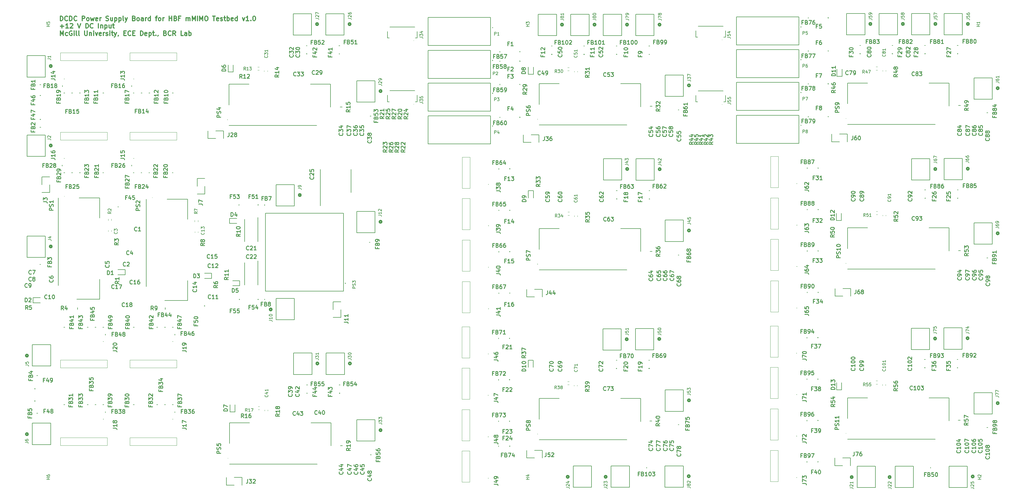
<source format=gbr>
%TF.GenerationSoftware,KiCad,Pcbnew,8.0.1-rc1*%
%TF.CreationDate,2024-04-07T21:12:12-04:00*%
%TF.ProjectId,bcrl_power_supply,6263726c-5f70-46f7-9765-725f73757070,rev?*%
%TF.SameCoordinates,Original*%
%TF.FileFunction,Legend,Top*%
%TF.FilePolarity,Positive*%
%FSLAX46Y46*%
G04 Gerber Fmt 4.6, Leading zero omitted, Abs format (unit mm)*
G04 Created by KiCad (PCBNEW 8.0.1-rc1) date 2024-04-07 21:12:12*
%MOMM*%
%LPD*%
G01*
G04 APERTURE LIST*
%ADD10C,0.300000*%
%ADD11C,0.254000*%
%ADD12C,0.150000*%
%ADD13C,0.200000*%
%ADD14C,0.120000*%
%ADD15C,0.127000*%
%ADD16C,0.100000*%
%ADD17C,0.152400*%
%ADD18C,0.508000*%
G04 APERTURE END LIST*
D10*
X61387510Y-55219796D02*
X61387510Y-53719796D01*
X61387510Y-53719796D02*
X61744653Y-53719796D01*
X61744653Y-53719796D02*
X61958939Y-53791225D01*
X61958939Y-53791225D02*
X62101796Y-53934082D01*
X62101796Y-53934082D02*
X62173225Y-54076939D01*
X62173225Y-54076939D02*
X62244653Y-54362653D01*
X62244653Y-54362653D02*
X62244653Y-54576939D01*
X62244653Y-54576939D02*
X62173225Y-54862653D01*
X62173225Y-54862653D02*
X62101796Y-55005510D01*
X62101796Y-55005510D02*
X61958939Y-55148368D01*
X61958939Y-55148368D02*
X61744653Y-55219796D01*
X61744653Y-55219796D02*
X61387510Y-55219796D01*
X63744653Y-55076939D02*
X63673225Y-55148368D01*
X63673225Y-55148368D02*
X63458939Y-55219796D01*
X63458939Y-55219796D02*
X63316082Y-55219796D01*
X63316082Y-55219796D02*
X63101796Y-55148368D01*
X63101796Y-55148368D02*
X62958939Y-55005510D01*
X62958939Y-55005510D02*
X62887510Y-54862653D01*
X62887510Y-54862653D02*
X62816082Y-54576939D01*
X62816082Y-54576939D02*
X62816082Y-54362653D01*
X62816082Y-54362653D02*
X62887510Y-54076939D01*
X62887510Y-54076939D02*
X62958939Y-53934082D01*
X62958939Y-53934082D02*
X63101796Y-53791225D01*
X63101796Y-53791225D02*
X63316082Y-53719796D01*
X63316082Y-53719796D02*
X63458939Y-53719796D01*
X63458939Y-53719796D02*
X63673225Y-53791225D01*
X63673225Y-53791225D02*
X63744653Y-53862653D01*
X64387510Y-55219796D02*
X64387510Y-53719796D01*
X64387510Y-53719796D02*
X64744653Y-53719796D01*
X64744653Y-53719796D02*
X64958939Y-53791225D01*
X64958939Y-53791225D02*
X65101796Y-53934082D01*
X65101796Y-53934082D02*
X65173225Y-54076939D01*
X65173225Y-54076939D02*
X65244653Y-54362653D01*
X65244653Y-54362653D02*
X65244653Y-54576939D01*
X65244653Y-54576939D02*
X65173225Y-54862653D01*
X65173225Y-54862653D02*
X65101796Y-55005510D01*
X65101796Y-55005510D02*
X64958939Y-55148368D01*
X64958939Y-55148368D02*
X64744653Y-55219796D01*
X64744653Y-55219796D02*
X64387510Y-55219796D01*
X66744653Y-55076939D02*
X66673225Y-55148368D01*
X66673225Y-55148368D02*
X66458939Y-55219796D01*
X66458939Y-55219796D02*
X66316082Y-55219796D01*
X66316082Y-55219796D02*
X66101796Y-55148368D01*
X66101796Y-55148368D02*
X65958939Y-55005510D01*
X65958939Y-55005510D02*
X65887510Y-54862653D01*
X65887510Y-54862653D02*
X65816082Y-54576939D01*
X65816082Y-54576939D02*
X65816082Y-54362653D01*
X65816082Y-54362653D02*
X65887510Y-54076939D01*
X65887510Y-54076939D02*
X65958939Y-53934082D01*
X65958939Y-53934082D02*
X66101796Y-53791225D01*
X66101796Y-53791225D02*
X66316082Y-53719796D01*
X66316082Y-53719796D02*
X66458939Y-53719796D01*
X66458939Y-53719796D02*
X66673225Y-53791225D01*
X66673225Y-53791225D02*
X66744653Y-53862653D01*
X68530367Y-55219796D02*
X68530367Y-53719796D01*
X68530367Y-53719796D02*
X69101796Y-53719796D01*
X69101796Y-53719796D02*
X69244653Y-53791225D01*
X69244653Y-53791225D02*
X69316082Y-53862653D01*
X69316082Y-53862653D02*
X69387510Y-54005510D01*
X69387510Y-54005510D02*
X69387510Y-54219796D01*
X69387510Y-54219796D02*
X69316082Y-54362653D01*
X69316082Y-54362653D02*
X69244653Y-54434082D01*
X69244653Y-54434082D02*
X69101796Y-54505510D01*
X69101796Y-54505510D02*
X68530367Y-54505510D01*
X70244653Y-55219796D02*
X70101796Y-55148368D01*
X70101796Y-55148368D02*
X70030367Y-55076939D01*
X70030367Y-55076939D02*
X69958939Y-54934082D01*
X69958939Y-54934082D02*
X69958939Y-54505510D01*
X69958939Y-54505510D02*
X70030367Y-54362653D01*
X70030367Y-54362653D02*
X70101796Y-54291225D01*
X70101796Y-54291225D02*
X70244653Y-54219796D01*
X70244653Y-54219796D02*
X70458939Y-54219796D01*
X70458939Y-54219796D02*
X70601796Y-54291225D01*
X70601796Y-54291225D02*
X70673225Y-54362653D01*
X70673225Y-54362653D02*
X70744653Y-54505510D01*
X70744653Y-54505510D02*
X70744653Y-54934082D01*
X70744653Y-54934082D02*
X70673225Y-55076939D01*
X70673225Y-55076939D02*
X70601796Y-55148368D01*
X70601796Y-55148368D02*
X70458939Y-55219796D01*
X70458939Y-55219796D02*
X70244653Y-55219796D01*
X71244653Y-54219796D02*
X71530368Y-55219796D01*
X71530368Y-55219796D02*
X71816082Y-54505510D01*
X71816082Y-54505510D02*
X72101796Y-55219796D01*
X72101796Y-55219796D02*
X72387510Y-54219796D01*
X73530368Y-55148368D02*
X73387511Y-55219796D01*
X73387511Y-55219796D02*
X73101797Y-55219796D01*
X73101797Y-55219796D02*
X72958939Y-55148368D01*
X72958939Y-55148368D02*
X72887511Y-55005510D01*
X72887511Y-55005510D02*
X72887511Y-54434082D01*
X72887511Y-54434082D02*
X72958939Y-54291225D01*
X72958939Y-54291225D02*
X73101797Y-54219796D01*
X73101797Y-54219796D02*
X73387511Y-54219796D01*
X73387511Y-54219796D02*
X73530368Y-54291225D01*
X73530368Y-54291225D02*
X73601797Y-54434082D01*
X73601797Y-54434082D02*
X73601797Y-54576939D01*
X73601797Y-54576939D02*
X72887511Y-54719796D01*
X74244653Y-55219796D02*
X74244653Y-54219796D01*
X74244653Y-54505510D02*
X74316082Y-54362653D01*
X74316082Y-54362653D02*
X74387511Y-54291225D01*
X74387511Y-54291225D02*
X74530368Y-54219796D01*
X74530368Y-54219796D02*
X74673225Y-54219796D01*
X76244653Y-55148368D02*
X76458939Y-55219796D01*
X76458939Y-55219796D02*
X76816081Y-55219796D01*
X76816081Y-55219796D02*
X76958939Y-55148368D01*
X76958939Y-55148368D02*
X77030367Y-55076939D01*
X77030367Y-55076939D02*
X77101796Y-54934082D01*
X77101796Y-54934082D02*
X77101796Y-54791225D01*
X77101796Y-54791225D02*
X77030367Y-54648368D01*
X77030367Y-54648368D02*
X76958939Y-54576939D01*
X76958939Y-54576939D02*
X76816081Y-54505510D01*
X76816081Y-54505510D02*
X76530367Y-54434082D01*
X76530367Y-54434082D02*
X76387510Y-54362653D01*
X76387510Y-54362653D02*
X76316081Y-54291225D01*
X76316081Y-54291225D02*
X76244653Y-54148368D01*
X76244653Y-54148368D02*
X76244653Y-54005510D01*
X76244653Y-54005510D02*
X76316081Y-53862653D01*
X76316081Y-53862653D02*
X76387510Y-53791225D01*
X76387510Y-53791225D02*
X76530367Y-53719796D01*
X76530367Y-53719796D02*
X76887510Y-53719796D01*
X76887510Y-53719796D02*
X77101796Y-53791225D01*
X78387510Y-54219796D02*
X78387510Y-55219796D01*
X77744652Y-54219796D02*
X77744652Y-55005510D01*
X77744652Y-55005510D02*
X77816081Y-55148368D01*
X77816081Y-55148368D02*
X77958938Y-55219796D01*
X77958938Y-55219796D02*
X78173224Y-55219796D01*
X78173224Y-55219796D02*
X78316081Y-55148368D01*
X78316081Y-55148368D02*
X78387510Y-55076939D01*
X79101795Y-54219796D02*
X79101795Y-55719796D01*
X79101795Y-54291225D02*
X79244653Y-54219796D01*
X79244653Y-54219796D02*
X79530367Y-54219796D01*
X79530367Y-54219796D02*
X79673224Y-54291225D01*
X79673224Y-54291225D02*
X79744653Y-54362653D01*
X79744653Y-54362653D02*
X79816081Y-54505510D01*
X79816081Y-54505510D02*
X79816081Y-54934082D01*
X79816081Y-54934082D02*
X79744653Y-55076939D01*
X79744653Y-55076939D02*
X79673224Y-55148368D01*
X79673224Y-55148368D02*
X79530367Y-55219796D01*
X79530367Y-55219796D02*
X79244653Y-55219796D01*
X79244653Y-55219796D02*
X79101795Y-55148368D01*
X80458938Y-54219796D02*
X80458938Y-55719796D01*
X80458938Y-54291225D02*
X80601796Y-54219796D01*
X80601796Y-54219796D02*
X80887510Y-54219796D01*
X80887510Y-54219796D02*
X81030367Y-54291225D01*
X81030367Y-54291225D02*
X81101796Y-54362653D01*
X81101796Y-54362653D02*
X81173224Y-54505510D01*
X81173224Y-54505510D02*
X81173224Y-54934082D01*
X81173224Y-54934082D02*
X81101796Y-55076939D01*
X81101796Y-55076939D02*
X81030367Y-55148368D01*
X81030367Y-55148368D02*
X80887510Y-55219796D01*
X80887510Y-55219796D02*
X80601796Y-55219796D01*
X80601796Y-55219796D02*
X80458938Y-55148368D01*
X82030367Y-55219796D02*
X81887510Y-55148368D01*
X81887510Y-55148368D02*
X81816081Y-55005510D01*
X81816081Y-55005510D02*
X81816081Y-53719796D01*
X82458938Y-54219796D02*
X82816081Y-55219796D01*
X83173224Y-54219796D02*
X82816081Y-55219796D01*
X82816081Y-55219796D02*
X82673224Y-55576939D01*
X82673224Y-55576939D02*
X82601795Y-55648368D01*
X82601795Y-55648368D02*
X82458938Y-55719796D01*
X85387509Y-54434082D02*
X85601795Y-54505510D01*
X85601795Y-54505510D02*
X85673224Y-54576939D01*
X85673224Y-54576939D02*
X85744652Y-54719796D01*
X85744652Y-54719796D02*
X85744652Y-54934082D01*
X85744652Y-54934082D02*
X85673224Y-55076939D01*
X85673224Y-55076939D02*
X85601795Y-55148368D01*
X85601795Y-55148368D02*
X85458938Y-55219796D01*
X85458938Y-55219796D02*
X84887509Y-55219796D01*
X84887509Y-55219796D02*
X84887509Y-53719796D01*
X84887509Y-53719796D02*
X85387509Y-53719796D01*
X85387509Y-53719796D02*
X85530367Y-53791225D01*
X85530367Y-53791225D02*
X85601795Y-53862653D01*
X85601795Y-53862653D02*
X85673224Y-54005510D01*
X85673224Y-54005510D02*
X85673224Y-54148368D01*
X85673224Y-54148368D02*
X85601795Y-54291225D01*
X85601795Y-54291225D02*
X85530367Y-54362653D01*
X85530367Y-54362653D02*
X85387509Y-54434082D01*
X85387509Y-54434082D02*
X84887509Y-54434082D01*
X86601795Y-55219796D02*
X86458938Y-55148368D01*
X86458938Y-55148368D02*
X86387509Y-55076939D01*
X86387509Y-55076939D02*
X86316081Y-54934082D01*
X86316081Y-54934082D02*
X86316081Y-54505510D01*
X86316081Y-54505510D02*
X86387509Y-54362653D01*
X86387509Y-54362653D02*
X86458938Y-54291225D01*
X86458938Y-54291225D02*
X86601795Y-54219796D01*
X86601795Y-54219796D02*
X86816081Y-54219796D01*
X86816081Y-54219796D02*
X86958938Y-54291225D01*
X86958938Y-54291225D02*
X87030367Y-54362653D01*
X87030367Y-54362653D02*
X87101795Y-54505510D01*
X87101795Y-54505510D02*
X87101795Y-54934082D01*
X87101795Y-54934082D02*
X87030367Y-55076939D01*
X87030367Y-55076939D02*
X86958938Y-55148368D01*
X86958938Y-55148368D02*
X86816081Y-55219796D01*
X86816081Y-55219796D02*
X86601795Y-55219796D01*
X88387510Y-55219796D02*
X88387510Y-54434082D01*
X88387510Y-54434082D02*
X88316081Y-54291225D01*
X88316081Y-54291225D02*
X88173224Y-54219796D01*
X88173224Y-54219796D02*
X87887510Y-54219796D01*
X87887510Y-54219796D02*
X87744652Y-54291225D01*
X88387510Y-55148368D02*
X88244652Y-55219796D01*
X88244652Y-55219796D02*
X87887510Y-55219796D01*
X87887510Y-55219796D02*
X87744652Y-55148368D01*
X87744652Y-55148368D02*
X87673224Y-55005510D01*
X87673224Y-55005510D02*
X87673224Y-54862653D01*
X87673224Y-54862653D02*
X87744652Y-54719796D01*
X87744652Y-54719796D02*
X87887510Y-54648368D01*
X87887510Y-54648368D02*
X88244652Y-54648368D01*
X88244652Y-54648368D02*
X88387510Y-54576939D01*
X89101795Y-55219796D02*
X89101795Y-54219796D01*
X89101795Y-54505510D02*
X89173224Y-54362653D01*
X89173224Y-54362653D02*
X89244653Y-54291225D01*
X89244653Y-54291225D02*
X89387510Y-54219796D01*
X89387510Y-54219796D02*
X89530367Y-54219796D01*
X90673224Y-55219796D02*
X90673224Y-53719796D01*
X90673224Y-55148368D02*
X90530366Y-55219796D01*
X90530366Y-55219796D02*
X90244652Y-55219796D01*
X90244652Y-55219796D02*
X90101795Y-55148368D01*
X90101795Y-55148368D02*
X90030366Y-55076939D01*
X90030366Y-55076939D02*
X89958938Y-54934082D01*
X89958938Y-54934082D02*
X89958938Y-54505510D01*
X89958938Y-54505510D02*
X90030366Y-54362653D01*
X90030366Y-54362653D02*
X90101795Y-54291225D01*
X90101795Y-54291225D02*
X90244652Y-54219796D01*
X90244652Y-54219796D02*
X90530366Y-54219796D01*
X90530366Y-54219796D02*
X90673224Y-54291225D01*
X92316081Y-54219796D02*
X92887509Y-54219796D01*
X92530366Y-55219796D02*
X92530366Y-53934082D01*
X92530366Y-53934082D02*
X92601795Y-53791225D01*
X92601795Y-53791225D02*
X92744652Y-53719796D01*
X92744652Y-53719796D02*
X92887509Y-53719796D01*
X93601795Y-55219796D02*
X93458938Y-55148368D01*
X93458938Y-55148368D02*
X93387509Y-55076939D01*
X93387509Y-55076939D02*
X93316081Y-54934082D01*
X93316081Y-54934082D02*
X93316081Y-54505510D01*
X93316081Y-54505510D02*
X93387509Y-54362653D01*
X93387509Y-54362653D02*
X93458938Y-54291225D01*
X93458938Y-54291225D02*
X93601795Y-54219796D01*
X93601795Y-54219796D02*
X93816081Y-54219796D01*
X93816081Y-54219796D02*
X93958938Y-54291225D01*
X93958938Y-54291225D02*
X94030367Y-54362653D01*
X94030367Y-54362653D02*
X94101795Y-54505510D01*
X94101795Y-54505510D02*
X94101795Y-54934082D01*
X94101795Y-54934082D02*
X94030367Y-55076939D01*
X94030367Y-55076939D02*
X93958938Y-55148368D01*
X93958938Y-55148368D02*
X93816081Y-55219796D01*
X93816081Y-55219796D02*
X93601795Y-55219796D01*
X94744652Y-55219796D02*
X94744652Y-54219796D01*
X94744652Y-54505510D02*
X94816081Y-54362653D01*
X94816081Y-54362653D02*
X94887510Y-54291225D01*
X94887510Y-54291225D02*
X95030367Y-54219796D01*
X95030367Y-54219796D02*
X95173224Y-54219796D01*
X96816080Y-55219796D02*
X96816080Y-53719796D01*
X96816080Y-54434082D02*
X97673223Y-54434082D01*
X97673223Y-55219796D02*
X97673223Y-53719796D01*
X98887509Y-54434082D02*
X99101795Y-54505510D01*
X99101795Y-54505510D02*
X99173224Y-54576939D01*
X99173224Y-54576939D02*
X99244652Y-54719796D01*
X99244652Y-54719796D02*
X99244652Y-54934082D01*
X99244652Y-54934082D02*
X99173224Y-55076939D01*
X99173224Y-55076939D02*
X99101795Y-55148368D01*
X99101795Y-55148368D02*
X98958938Y-55219796D01*
X98958938Y-55219796D02*
X98387509Y-55219796D01*
X98387509Y-55219796D02*
X98387509Y-53719796D01*
X98387509Y-53719796D02*
X98887509Y-53719796D01*
X98887509Y-53719796D02*
X99030367Y-53791225D01*
X99030367Y-53791225D02*
X99101795Y-53862653D01*
X99101795Y-53862653D02*
X99173224Y-54005510D01*
X99173224Y-54005510D02*
X99173224Y-54148368D01*
X99173224Y-54148368D02*
X99101795Y-54291225D01*
X99101795Y-54291225D02*
X99030367Y-54362653D01*
X99030367Y-54362653D02*
X98887509Y-54434082D01*
X98887509Y-54434082D02*
X98387509Y-54434082D01*
X100387509Y-54434082D02*
X99887509Y-54434082D01*
X99887509Y-55219796D02*
X99887509Y-53719796D01*
X99887509Y-53719796D02*
X100601795Y-53719796D01*
X102316080Y-55219796D02*
X102316080Y-54219796D01*
X102316080Y-54362653D02*
X102387509Y-54291225D01*
X102387509Y-54291225D02*
X102530366Y-54219796D01*
X102530366Y-54219796D02*
X102744652Y-54219796D01*
X102744652Y-54219796D02*
X102887509Y-54291225D01*
X102887509Y-54291225D02*
X102958938Y-54434082D01*
X102958938Y-54434082D02*
X102958938Y-55219796D01*
X102958938Y-54434082D02*
X103030366Y-54291225D01*
X103030366Y-54291225D02*
X103173223Y-54219796D01*
X103173223Y-54219796D02*
X103387509Y-54219796D01*
X103387509Y-54219796D02*
X103530366Y-54291225D01*
X103530366Y-54291225D02*
X103601795Y-54434082D01*
X103601795Y-54434082D02*
X103601795Y-55219796D01*
X104316080Y-55219796D02*
X104316080Y-53719796D01*
X104316080Y-53719796D02*
X104816080Y-54791225D01*
X104816080Y-54791225D02*
X105316080Y-53719796D01*
X105316080Y-53719796D02*
X105316080Y-55219796D01*
X106030366Y-55219796D02*
X106030366Y-53719796D01*
X106744652Y-55219796D02*
X106744652Y-53719796D01*
X106744652Y-53719796D02*
X107244652Y-54791225D01*
X107244652Y-54791225D02*
X107744652Y-53719796D01*
X107744652Y-53719796D02*
X107744652Y-55219796D01*
X108744653Y-53719796D02*
X109030367Y-53719796D01*
X109030367Y-53719796D02*
X109173224Y-53791225D01*
X109173224Y-53791225D02*
X109316081Y-53934082D01*
X109316081Y-53934082D02*
X109387510Y-54219796D01*
X109387510Y-54219796D02*
X109387510Y-54719796D01*
X109387510Y-54719796D02*
X109316081Y-55005510D01*
X109316081Y-55005510D02*
X109173224Y-55148368D01*
X109173224Y-55148368D02*
X109030367Y-55219796D01*
X109030367Y-55219796D02*
X108744653Y-55219796D01*
X108744653Y-55219796D02*
X108601796Y-55148368D01*
X108601796Y-55148368D02*
X108458938Y-55005510D01*
X108458938Y-55005510D02*
X108387510Y-54719796D01*
X108387510Y-54719796D02*
X108387510Y-54219796D01*
X108387510Y-54219796D02*
X108458938Y-53934082D01*
X108458938Y-53934082D02*
X108601796Y-53791225D01*
X108601796Y-53791225D02*
X108744653Y-53719796D01*
X110958939Y-53719796D02*
X111816082Y-53719796D01*
X111387510Y-55219796D02*
X111387510Y-53719796D01*
X112887510Y-55148368D02*
X112744653Y-55219796D01*
X112744653Y-55219796D02*
X112458939Y-55219796D01*
X112458939Y-55219796D02*
X112316081Y-55148368D01*
X112316081Y-55148368D02*
X112244653Y-55005510D01*
X112244653Y-55005510D02*
X112244653Y-54434082D01*
X112244653Y-54434082D02*
X112316081Y-54291225D01*
X112316081Y-54291225D02*
X112458939Y-54219796D01*
X112458939Y-54219796D02*
X112744653Y-54219796D01*
X112744653Y-54219796D02*
X112887510Y-54291225D01*
X112887510Y-54291225D02*
X112958939Y-54434082D01*
X112958939Y-54434082D02*
X112958939Y-54576939D01*
X112958939Y-54576939D02*
X112244653Y-54719796D01*
X113530367Y-55148368D02*
X113673224Y-55219796D01*
X113673224Y-55219796D02*
X113958938Y-55219796D01*
X113958938Y-55219796D02*
X114101795Y-55148368D01*
X114101795Y-55148368D02*
X114173224Y-55005510D01*
X114173224Y-55005510D02*
X114173224Y-54934082D01*
X114173224Y-54934082D02*
X114101795Y-54791225D01*
X114101795Y-54791225D02*
X113958938Y-54719796D01*
X113958938Y-54719796D02*
X113744653Y-54719796D01*
X113744653Y-54719796D02*
X113601795Y-54648368D01*
X113601795Y-54648368D02*
X113530367Y-54505510D01*
X113530367Y-54505510D02*
X113530367Y-54434082D01*
X113530367Y-54434082D02*
X113601795Y-54291225D01*
X113601795Y-54291225D02*
X113744653Y-54219796D01*
X113744653Y-54219796D02*
X113958938Y-54219796D01*
X113958938Y-54219796D02*
X114101795Y-54291225D01*
X114601796Y-54219796D02*
X115173224Y-54219796D01*
X114816081Y-53719796D02*
X114816081Y-55005510D01*
X114816081Y-55005510D02*
X114887510Y-55148368D01*
X114887510Y-55148368D02*
X115030367Y-55219796D01*
X115030367Y-55219796D02*
X115173224Y-55219796D01*
X115673224Y-55219796D02*
X115673224Y-53719796D01*
X115673224Y-54291225D02*
X115816082Y-54219796D01*
X115816082Y-54219796D02*
X116101796Y-54219796D01*
X116101796Y-54219796D02*
X116244653Y-54291225D01*
X116244653Y-54291225D02*
X116316082Y-54362653D01*
X116316082Y-54362653D02*
X116387510Y-54505510D01*
X116387510Y-54505510D02*
X116387510Y-54934082D01*
X116387510Y-54934082D02*
X116316082Y-55076939D01*
X116316082Y-55076939D02*
X116244653Y-55148368D01*
X116244653Y-55148368D02*
X116101796Y-55219796D01*
X116101796Y-55219796D02*
X115816082Y-55219796D01*
X115816082Y-55219796D02*
X115673224Y-55148368D01*
X117601796Y-55148368D02*
X117458939Y-55219796D01*
X117458939Y-55219796D02*
X117173225Y-55219796D01*
X117173225Y-55219796D02*
X117030367Y-55148368D01*
X117030367Y-55148368D02*
X116958939Y-55005510D01*
X116958939Y-55005510D02*
X116958939Y-54434082D01*
X116958939Y-54434082D02*
X117030367Y-54291225D01*
X117030367Y-54291225D02*
X117173225Y-54219796D01*
X117173225Y-54219796D02*
X117458939Y-54219796D01*
X117458939Y-54219796D02*
X117601796Y-54291225D01*
X117601796Y-54291225D02*
X117673225Y-54434082D01*
X117673225Y-54434082D02*
X117673225Y-54576939D01*
X117673225Y-54576939D02*
X116958939Y-54719796D01*
X118958939Y-55219796D02*
X118958939Y-53719796D01*
X118958939Y-55148368D02*
X118816081Y-55219796D01*
X118816081Y-55219796D02*
X118530367Y-55219796D01*
X118530367Y-55219796D02*
X118387510Y-55148368D01*
X118387510Y-55148368D02*
X118316081Y-55076939D01*
X118316081Y-55076939D02*
X118244653Y-54934082D01*
X118244653Y-54934082D02*
X118244653Y-54505510D01*
X118244653Y-54505510D02*
X118316081Y-54362653D01*
X118316081Y-54362653D02*
X118387510Y-54291225D01*
X118387510Y-54291225D02*
X118530367Y-54219796D01*
X118530367Y-54219796D02*
X118816081Y-54219796D01*
X118816081Y-54219796D02*
X118958939Y-54291225D01*
X120673224Y-54219796D02*
X121030367Y-55219796D01*
X121030367Y-55219796D02*
X121387510Y-54219796D01*
X122744653Y-55219796D02*
X121887510Y-55219796D01*
X122316081Y-55219796D02*
X122316081Y-53719796D01*
X122316081Y-53719796D02*
X122173224Y-53934082D01*
X122173224Y-53934082D02*
X122030367Y-54076939D01*
X122030367Y-54076939D02*
X121887510Y-54148368D01*
X123387509Y-55076939D02*
X123458938Y-55148368D01*
X123458938Y-55148368D02*
X123387509Y-55219796D01*
X123387509Y-55219796D02*
X123316081Y-55148368D01*
X123316081Y-55148368D02*
X123387509Y-55076939D01*
X123387509Y-55076939D02*
X123387509Y-55219796D01*
X124387510Y-53719796D02*
X124530367Y-53719796D01*
X124530367Y-53719796D02*
X124673224Y-53791225D01*
X124673224Y-53791225D02*
X124744653Y-53862653D01*
X124744653Y-53862653D02*
X124816081Y-54005510D01*
X124816081Y-54005510D02*
X124887510Y-54291225D01*
X124887510Y-54291225D02*
X124887510Y-54648368D01*
X124887510Y-54648368D02*
X124816081Y-54934082D01*
X124816081Y-54934082D02*
X124744653Y-55076939D01*
X124744653Y-55076939D02*
X124673224Y-55148368D01*
X124673224Y-55148368D02*
X124530367Y-55219796D01*
X124530367Y-55219796D02*
X124387510Y-55219796D01*
X124387510Y-55219796D02*
X124244653Y-55148368D01*
X124244653Y-55148368D02*
X124173224Y-55076939D01*
X124173224Y-55076939D02*
X124101795Y-54934082D01*
X124101795Y-54934082D02*
X124030367Y-54648368D01*
X124030367Y-54648368D02*
X124030367Y-54291225D01*
X124030367Y-54291225D02*
X124101795Y-54005510D01*
X124101795Y-54005510D02*
X124173224Y-53862653D01*
X124173224Y-53862653D02*
X124244653Y-53791225D01*
X124244653Y-53791225D02*
X124387510Y-53719796D01*
X61387510Y-57063284D02*
X62530368Y-57063284D01*
X61958939Y-57634712D02*
X61958939Y-56491855D01*
X64030368Y-57634712D02*
X63173225Y-57634712D01*
X63601796Y-57634712D02*
X63601796Y-56134712D01*
X63601796Y-56134712D02*
X63458939Y-56348998D01*
X63458939Y-56348998D02*
X63316082Y-56491855D01*
X63316082Y-56491855D02*
X63173225Y-56563284D01*
X64601796Y-56277569D02*
X64673224Y-56206141D01*
X64673224Y-56206141D02*
X64816082Y-56134712D01*
X64816082Y-56134712D02*
X65173224Y-56134712D01*
X65173224Y-56134712D02*
X65316082Y-56206141D01*
X65316082Y-56206141D02*
X65387510Y-56277569D01*
X65387510Y-56277569D02*
X65458939Y-56420426D01*
X65458939Y-56420426D02*
X65458939Y-56563284D01*
X65458939Y-56563284D02*
X65387510Y-56777569D01*
X65387510Y-56777569D02*
X64530367Y-57634712D01*
X64530367Y-57634712D02*
X65458939Y-57634712D01*
X67030367Y-56134712D02*
X67530367Y-57634712D01*
X67530367Y-57634712D02*
X68030367Y-56134712D01*
X69673223Y-57634712D02*
X69673223Y-56134712D01*
X69673223Y-56134712D02*
X70030366Y-56134712D01*
X70030366Y-56134712D02*
X70244652Y-56206141D01*
X70244652Y-56206141D02*
X70387509Y-56348998D01*
X70387509Y-56348998D02*
X70458938Y-56491855D01*
X70458938Y-56491855D02*
X70530366Y-56777569D01*
X70530366Y-56777569D02*
X70530366Y-56991855D01*
X70530366Y-56991855D02*
X70458938Y-57277569D01*
X70458938Y-57277569D02*
X70387509Y-57420426D01*
X70387509Y-57420426D02*
X70244652Y-57563284D01*
X70244652Y-57563284D02*
X70030366Y-57634712D01*
X70030366Y-57634712D02*
X69673223Y-57634712D01*
X72030366Y-57491855D02*
X71958938Y-57563284D01*
X71958938Y-57563284D02*
X71744652Y-57634712D01*
X71744652Y-57634712D02*
X71601795Y-57634712D01*
X71601795Y-57634712D02*
X71387509Y-57563284D01*
X71387509Y-57563284D02*
X71244652Y-57420426D01*
X71244652Y-57420426D02*
X71173223Y-57277569D01*
X71173223Y-57277569D02*
X71101795Y-56991855D01*
X71101795Y-56991855D02*
X71101795Y-56777569D01*
X71101795Y-56777569D02*
X71173223Y-56491855D01*
X71173223Y-56491855D02*
X71244652Y-56348998D01*
X71244652Y-56348998D02*
X71387509Y-56206141D01*
X71387509Y-56206141D02*
X71601795Y-56134712D01*
X71601795Y-56134712D02*
X71744652Y-56134712D01*
X71744652Y-56134712D02*
X71958938Y-56206141D01*
X71958938Y-56206141D02*
X72030366Y-56277569D01*
X73816080Y-57634712D02*
X73816080Y-56134712D01*
X74530366Y-56634712D02*
X74530366Y-57634712D01*
X74530366Y-56777569D02*
X74601795Y-56706141D01*
X74601795Y-56706141D02*
X74744652Y-56634712D01*
X74744652Y-56634712D02*
X74958938Y-56634712D01*
X74958938Y-56634712D02*
X75101795Y-56706141D01*
X75101795Y-56706141D02*
X75173224Y-56848998D01*
X75173224Y-56848998D02*
X75173224Y-57634712D01*
X75887509Y-56634712D02*
X75887509Y-58134712D01*
X75887509Y-56706141D02*
X76030367Y-56634712D01*
X76030367Y-56634712D02*
X76316081Y-56634712D01*
X76316081Y-56634712D02*
X76458938Y-56706141D01*
X76458938Y-56706141D02*
X76530367Y-56777569D01*
X76530367Y-56777569D02*
X76601795Y-56920426D01*
X76601795Y-56920426D02*
X76601795Y-57348998D01*
X76601795Y-57348998D02*
X76530367Y-57491855D01*
X76530367Y-57491855D02*
X76458938Y-57563284D01*
X76458938Y-57563284D02*
X76316081Y-57634712D01*
X76316081Y-57634712D02*
X76030367Y-57634712D01*
X76030367Y-57634712D02*
X75887509Y-57563284D01*
X77887510Y-56634712D02*
X77887510Y-57634712D01*
X77244652Y-56634712D02*
X77244652Y-57420426D01*
X77244652Y-57420426D02*
X77316081Y-57563284D01*
X77316081Y-57563284D02*
X77458938Y-57634712D01*
X77458938Y-57634712D02*
X77673224Y-57634712D01*
X77673224Y-57634712D02*
X77816081Y-57563284D01*
X77816081Y-57563284D02*
X77887510Y-57491855D01*
X78387510Y-56634712D02*
X78958938Y-56634712D01*
X78601795Y-56134712D02*
X78601795Y-57420426D01*
X78601795Y-57420426D02*
X78673224Y-57563284D01*
X78673224Y-57563284D02*
X78816081Y-57634712D01*
X78816081Y-57634712D02*
X78958938Y-57634712D01*
X61387510Y-60049628D02*
X61387510Y-58549628D01*
X61387510Y-58549628D02*
X61887510Y-59621057D01*
X61887510Y-59621057D02*
X62387510Y-58549628D01*
X62387510Y-58549628D02*
X62387510Y-60049628D01*
X63744654Y-59978200D02*
X63601796Y-60049628D01*
X63601796Y-60049628D02*
X63316082Y-60049628D01*
X63316082Y-60049628D02*
X63173225Y-59978200D01*
X63173225Y-59978200D02*
X63101796Y-59906771D01*
X63101796Y-59906771D02*
X63030368Y-59763914D01*
X63030368Y-59763914D02*
X63030368Y-59335342D01*
X63030368Y-59335342D02*
X63101796Y-59192485D01*
X63101796Y-59192485D02*
X63173225Y-59121057D01*
X63173225Y-59121057D02*
X63316082Y-59049628D01*
X63316082Y-59049628D02*
X63601796Y-59049628D01*
X63601796Y-59049628D02*
X63744654Y-59121057D01*
X65173225Y-58621057D02*
X65030368Y-58549628D01*
X65030368Y-58549628D02*
X64816082Y-58549628D01*
X64816082Y-58549628D02*
X64601796Y-58621057D01*
X64601796Y-58621057D02*
X64458939Y-58763914D01*
X64458939Y-58763914D02*
X64387510Y-58906771D01*
X64387510Y-58906771D02*
X64316082Y-59192485D01*
X64316082Y-59192485D02*
X64316082Y-59406771D01*
X64316082Y-59406771D02*
X64387510Y-59692485D01*
X64387510Y-59692485D02*
X64458939Y-59835342D01*
X64458939Y-59835342D02*
X64601796Y-59978200D01*
X64601796Y-59978200D02*
X64816082Y-60049628D01*
X64816082Y-60049628D02*
X64958939Y-60049628D01*
X64958939Y-60049628D02*
X65173225Y-59978200D01*
X65173225Y-59978200D02*
X65244653Y-59906771D01*
X65244653Y-59906771D02*
X65244653Y-59406771D01*
X65244653Y-59406771D02*
X64958939Y-59406771D01*
X65887510Y-60049628D02*
X65887510Y-59049628D01*
X65887510Y-58549628D02*
X65816082Y-58621057D01*
X65816082Y-58621057D02*
X65887510Y-58692485D01*
X65887510Y-58692485D02*
X65958939Y-58621057D01*
X65958939Y-58621057D02*
X65887510Y-58549628D01*
X65887510Y-58549628D02*
X65887510Y-58692485D01*
X66816082Y-60049628D02*
X66673225Y-59978200D01*
X66673225Y-59978200D02*
X66601796Y-59835342D01*
X66601796Y-59835342D02*
X66601796Y-58549628D01*
X67601796Y-60049628D02*
X67458939Y-59978200D01*
X67458939Y-59978200D02*
X67387510Y-59835342D01*
X67387510Y-59835342D02*
X67387510Y-58549628D01*
X69316081Y-58549628D02*
X69316081Y-59763914D01*
X69316081Y-59763914D02*
X69387510Y-59906771D01*
X69387510Y-59906771D02*
X69458939Y-59978200D01*
X69458939Y-59978200D02*
X69601796Y-60049628D01*
X69601796Y-60049628D02*
X69887510Y-60049628D01*
X69887510Y-60049628D02*
X70030367Y-59978200D01*
X70030367Y-59978200D02*
X70101796Y-59906771D01*
X70101796Y-59906771D02*
X70173224Y-59763914D01*
X70173224Y-59763914D02*
X70173224Y-58549628D01*
X70887510Y-59049628D02*
X70887510Y-60049628D01*
X70887510Y-59192485D02*
X70958939Y-59121057D01*
X70958939Y-59121057D02*
X71101796Y-59049628D01*
X71101796Y-59049628D02*
X71316082Y-59049628D01*
X71316082Y-59049628D02*
X71458939Y-59121057D01*
X71458939Y-59121057D02*
X71530368Y-59263914D01*
X71530368Y-59263914D02*
X71530368Y-60049628D01*
X72244653Y-60049628D02*
X72244653Y-59049628D01*
X72244653Y-58549628D02*
X72173225Y-58621057D01*
X72173225Y-58621057D02*
X72244653Y-58692485D01*
X72244653Y-58692485D02*
X72316082Y-58621057D01*
X72316082Y-58621057D02*
X72244653Y-58549628D01*
X72244653Y-58549628D02*
X72244653Y-58692485D01*
X72816082Y-59049628D02*
X73173225Y-60049628D01*
X73173225Y-60049628D02*
X73530368Y-59049628D01*
X74673225Y-59978200D02*
X74530368Y-60049628D01*
X74530368Y-60049628D02*
X74244654Y-60049628D01*
X74244654Y-60049628D02*
X74101796Y-59978200D01*
X74101796Y-59978200D02*
X74030368Y-59835342D01*
X74030368Y-59835342D02*
X74030368Y-59263914D01*
X74030368Y-59263914D02*
X74101796Y-59121057D01*
X74101796Y-59121057D02*
X74244654Y-59049628D01*
X74244654Y-59049628D02*
X74530368Y-59049628D01*
X74530368Y-59049628D02*
X74673225Y-59121057D01*
X74673225Y-59121057D02*
X74744654Y-59263914D01*
X74744654Y-59263914D02*
X74744654Y-59406771D01*
X74744654Y-59406771D02*
X74030368Y-59549628D01*
X75387510Y-60049628D02*
X75387510Y-59049628D01*
X75387510Y-59335342D02*
X75458939Y-59192485D01*
X75458939Y-59192485D02*
X75530368Y-59121057D01*
X75530368Y-59121057D02*
X75673225Y-59049628D01*
X75673225Y-59049628D02*
X75816082Y-59049628D01*
X76244653Y-59978200D02*
X76387510Y-60049628D01*
X76387510Y-60049628D02*
X76673224Y-60049628D01*
X76673224Y-60049628D02*
X76816081Y-59978200D01*
X76816081Y-59978200D02*
X76887510Y-59835342D01*
X76887510Y-59835342D02*
X76887510Y-59763914D01*
X76887510Y-59763914D02*
X76816081Y-59621057D01*
X76816081Y-59621057D02*
X76673224Y-59549628D01*
X76673224Y-59549628D02*
X76458939Y-59549628D01*
X76458939Y-59549628D02*
X76316081Y-59478200D01*
X76316081Y-59478200D02*
X76244653Y-59335342D01*
X76244653Y-59335342D02*
X76244653Y-59263914D01*
X76244653Y-59263914D02*
X76316081Y-59121057D01*
X76316081Y-59121057D02*
X76458939Y-59049628D01*
X76458939Y-59049628D02*
X76673224Y-59049628D01*
X76673224Y-59049628D02*
X76816081Y-59121057D01*
X77530367Y-60049628D02*
X77530367Y-59049628D01*
X77530367Y-58549628D02*
X77458939Y-58621057D01*
X77458939Y-58621057D02*
X77530367Y-58692485D01*
X77530367Y-58692485D02*
X77601796Y-58621057D01*
X77601796Y-58621057D02*
X77530367Y-58549628D01*
X77530367Y-58549628D02*
X77530367Y-58692485D01*
X78030368Y-59049628D02*
X78601796Y-59049628D01*
X78244653Y-58549628D02*
X78244653Y-59835342D01*
X78244653Y-59835342D02*
X78316082Y-59978200D01*
X78316082Y-59978200D02*
X78458939Y-60049628D01*
X78458939Y-60049628D02*
X78601796Y-60049628D01*
X78958939Y-59049628D02*
X79316082Y-60049628D01*
X79673225Y-59049628D02*
X79316082Y-60049628D01*
X79316082Y-60049628D02*
X79173225Y-60406771D01*
X79173225Y-60406771D02*
X79101796Y-60478200D01*
X79101796Y-60478200D02*
X78958939Y-60549628D01*
X80316082Y-59978200D02*
X80316082Y-60049628D01*
X80316082Y-60049628D02*
X80244653Y-60192485D01*
X80244653Y-60192485D02*
X80173225Y-60263914D01*
X82101796Y-59263914D02*
X82601796Y-59263914D01*
X82816082Y-60049628D02*
X82101796Y-60049628D01*
X82101796Y-60049628D02*
X82101796Y-58549628D01*
X82101796Y-58549628D02*
X82816082Y-58549628D01*
X84316082Y-59906771D02*
X84244654Y-59978200D01*
X84244654Y-59978200D02*
X84030368Y-60049628D01*
X84030368Y-60049628D02*
X83887511Y-60049628D01*
X83887511Y-60049628D02*
X83673225Y-59978200D01*
X83673225Y-59978200D02*
X83530368Y-59835342D01*
X83530368Y-59835342D02*
X83458939Y-59692485D01*
X83458939Y-59692485D02*
X83387511Y-59406771D01*
X83387511Y-59406771D02*
X83387511Y-59192485D01*
X83387511Y-59192485D02*
X83458939Y-58906771D01*
X83458939Y-58906771D02*
X83530368Y-58763914D01*
X83530368Y-58763914D02*
X83673225Y-58621057D01*
X83673225Y-58621057D02*
X83887511Y-58549628D01*
X83887511Y-58549628D02*
X84030368Y-58549628D01*
X84030368Y-58549628D02*
X84244654Y-58621057D01*
X84244654Y-58621057D02*
X84316082Y-58692485D01*
X84958939Y-59263914D02*
X85458939Y-59263914D01*
X85673225Y-60049628D02*
X84958939Y-60049628D01*
X84958939Y-60049628D02*
X84958939Y-58549628D01*
X84958939Y-58549628D02*
X85673225Y-58549628D01*
X87458939Y-60049628D02*
X87458939Y-58549628D01*
X87458939Y-58549628D02*
X87816082Y-58549628D01*
X87816082Y-58549628D02*
X88030368Y-58621057D01*
X88030368Y-58621057D02*
X88173225Y-58763914D01*
X88173225Y-58763914D02*
X88244654Y-58906771D01*
X88244654Y-58906771D02*
X88316082Y-59192485D01*
X88316082Y-59192485D02*
X88316082Y-59406771D01*
X88316082Y-59406771D02*
X88244654Y-59692485D01*
X88244654Y-59692485D02*
X88173225Y-59835342D01*
X88173225Y-59835342D02*
X88030368Y-59978200D01*
X88030368Y-59978200D02*
X87816082Y-60049628D01*
X87816082Y-60049628D02*
X87458939Y-60049628D01*
X89530368Y-59978200D02*
X89387511Y-60049628D01*
X89387511Y-60049628D02*
X89101797Y-60049628D01*
X89101797Y-60049628D02*
X88958939Y-59978200D01*
X88958939Y-59978200D02*
X88887511Y-59835342D01*
X88887511Y-59835342D02*
X88887511Y-59263914D01*
X88887511Y-59263914D02*
X88958939Y-59121057D01*
X88958939Y-59121057D02*
X89101797Y-59049628D01*
X89101797Y-59049628D02*
X89387511Y-59049628D01*
X89387511Y-59049628D02*
X89530368Y-59121057D01*
X89530368Y-59121057D02*
X89601797Y-59263914D01*
X89601797Y-59263914D02*
X89601797Y-59406771D01*
X89601797Y-59406771D02*
X88887511Y-59549628D01*
X90244653Y-59049628D02*
X90244653Y-60549628D01*
X90244653Y-59121057D02*
X90387511Y-59049628D01*
X90387511Y-59049628D02*
X90673225Y-59049628D01*
X90673225Y-59049628D02*
X90816082Y-59121057D01*
X90816082Y-59121057D02*
X90887511Y-59192485D01*
X90887511Y-59192485D02*
X90958939Y-59335342D01*
X90958939Y-59335342D02*
X90958939Y-59763914D01*
X90958939Y-59763914D02*
X90887511Y-59906771D01*
X90887511Y-59906771D02*
X90816082Y-59978200D01*
X90816082Y-59978200D02*
X90673225Y-60049628D01*
X90673225Y-60049628D02*
X90387511Y-60049628D01*
X90387511Y-60049628D02*
X90244653Y-59978200D01*
X91387511Y-59049628D02*
X91958939Y-59049628D01*
X91601796Y-58549628D02*
X91601796Y-59835342D01*
X91601796Y-59835342D02*
X91673225Y-59978200D01*
X91673225Y-59978200D02*
X91816082Y-60049628D01*
X91816082Y-60049628D02*
X91958939Y-60049628D01*
X92458939Y-59906771D02*
X92530368Y-59978200D01*
X92530368Y-59978200D02*
X92458939Y-60049628D01*
X92458939Y-60049628D02*
X92387511Y-59978200D01*
X92387511Y-59978200D02*
X92458939Y-59906771D01*
X92458939Y-59906771D02*
X92458939Y-60049628D01*
X93244654Y-59978200D02*
X93244654Y-60049628D01*
X93244654Y-60049628D02*
X93173225Y-60192485D01*
X93173225Y-60192485D02*
X93101797Y-60263914D01*
X95530368Y-59263914D02*
X95744654Y-59335342D01*
X95744654Y-59335342D02*
X95816083Y-59406771D01*
X95816083Y-59406771D02*
X95887511Y-59549628D01*
X95887511Y-59549628D02*
X95887511Y-59763914D01*
X95887511Y-59763914D02*
X95816083Y-59906771D01*
X95816083Y-59906771D02*
X95744654Y-59978200D01*
X95744654Y-59978200D02*
X95601797Y-60049628D01*
X95601797Y-60049628D02*
X95030368Y-60049628D01*
X95030368Y-60049628D02*
X95030368Y-58549628D01*
X95030368Y-58549628D02*
X95530368Y-58549628D01*
X95530368Y-58549628D02*
X95673226Y-58621057D01*
X95673226Y-58621057D02*
X95744654Y-58692485D01*
X95744654Y-58692485D02*
X95816083Y-58835342D01*
X95816083Y-58835342D02*
X95816083Y-58978200D01*
X95816083Y-58978200D02*
X95744654Y-59121057D01*
X95744654Y-59121057D02*
X95673226Y-59192485D01*
X95673226Y-59192485D02*
X95530368Y-59263914D01*
X95530368Y-59263914D02*
X95030368Y-59263914D01*
X97387511Y-59906771D02*
X97316083Y-59978200D01*
X97316083Y-59978200D02*
X97101797Y-60049628D01*
X97101797Y-60049628D02*
X96958940Y-60049628D01*
X96958940Y-60049628D02*
X96744654Y-59978200D01*
X96744654Y-59978200D02*
X96601797Y-59835342D01*
X96601797Y-59835342D02*
X96530368Y-59692485D01*
X96530368Y-59692485D02*
X96458940Y-59406771D01*
X96458940Y-59406771D02*
X96458940Y-59192485D01*
X96458940Y-59192485D02*
X96530368Y-58906771D01*
X96530368Y-58906771D02*
X96601797Y-58763914D01*
X96601797Y-58763914D02*
X96744654Y-58621057D01*
X96744654Y-58621057D02*
X96958940Y-58549628D01*
X96958940Y-58549628D02*
X97101797Y-58549628D01*
X97101797Y-58549628D02*
X97316083Y-58621057D01*
X97316083Y-58621057D02*
X97387511Y-58692485D01*
X98887511Y-60049628D02*
X98387511Y-59335342D01*
X98030368Y-60049628D02*
X98030368Y-58549628D01*
X98030368Y-58549628D02*
X98601797Y-58549628D01*
X98601797Y-58549628D02*
X98744654Y-58621057D01*
X98744654Y-58621057D02*
X98816083Y-58692485D01*
X98816083Y-58692485D02*
X98887511Y-58835342D01*
X98887511Y-58835342D02*
X98887511Y-59049628D01*
X98887511Y-59049628D02*
X98816083Y-59192485D01*
X98816083Y-59192485D02*
X98744654Y-59263914D01*
X98744654Y-59263914D02*
X98601797Y-59335342D01*
X98601797Y-59335342D02*
X98030368Y-59335342D01*
X101387511Y-60049628D02*
X100673225Y-60049628D01*
X100673225Y-60049628D02*
X100673225Y-58549628D01*
X102530369Y-60049628D02*
X102530369Y-59263914D01*
X102530369Y-59263914D02*
X102458940Y-59121057D01*
X102458940Y-59121057D02*
X102316083Y-59049628D01*
X102316083Y-59049628D02*
X102030369Y-59049628D01*
X102030369Y-59049628D02*
X101887511Y-59121057D01*
X102530369Y-59978200D02*
X102387511Y-60049628D01*
X102387511Y-60049628D02*
X102030369Y-60049628D01*
X102030369Y-60049628D02*
X101887511Y-59978200D01*
X101887511Y-59978200D02*
X101816083Y-59835342D01*
X101816083Y-59835342D02*
X101816083Y-59692485D01*
X101816083Y-59692485D02*
X101887511Y-59549628D01*
X101887511Y-59549628D02*
X102030369Y-59478200D01*
X102030369Y-59478200D02*
X102387511Y-59478200D01*
X102387511Y-59478200D02*
X102530369Y-59406771D01*
X103244654Y-60049628D02*
X103244654Y-58549628D01*
X103244654Y-59121057D02*
X103387512Y-59049628D01*
X103387512Y-59049628D02*
X103673226Y-59049628D01*
X103673226Y-59049628D02*
X103816083Y-59121057D01*
X103816083Y-59121057D02*
X103887512Y-59192485D01*
X103887512Y-59192485D02*
X103958940Y-59335342D01*
X103958940Y-59335342D02*
X103958940Y-59763914D01*
X103958940Y-59763914D02*
X103887512Y-59906771D01*
X103887512Y-59906771D02*
X103816083Y-59978200D01*
X103816083Y-59978200D02*
X103673226Y-60049628D01*
X103673226Y-60049628D02*
X103387512Y-60049628D01*
X103387512Y-60049628D02*
X103244654Y-59978200D01*
D11*
X313344318Y-175382143D02*
X312074318Y-175382143D01*
X312074318Y-175382143D02*
X312074318Y-175079762D01*
X312074318Y-175079762D02*
X312134794Y-174898333D01*
X312134794Y-174898333D02*
X312255746Y-174777381D01*
X312255746Y-174777381D02*
X312376699Y-174716904D01*
X312376699Y-174716904D02*
X312618603Y-174656428D01*
X312618603Y-174656428D02*
X312800032Y-174656428D01*
X312800032Y-174656428D02*
X313041937Y-174716904D01*
X313041937Y-174716904D02*
X313162889Y-174777381D01*
X313162889Y-174777381D02*
X313283842Y-174898333D01*
X313283842Y-174898333D02*
X313344318Y-175079762D01*
X313344318Y-175079762D02*
X313344318Y-175382143D01*
X313344318Y-173446904D02*
X313344318Y-174172619D01*
X313344318Y-173809762D02*
X312074318Y-173809762D01*
X312074318Y-173809762D02*
X312255746Y-173930714D01*
X312255746Y-173930714D02*
X312376699Y-174051666D01*
X312376699Y-174051666D02*
X312437175Y-174172619D01*
X312074318Y-173023571D02*
X312074318Y-172237380D01*
X312074318Y-172237380D02*
X312558127Y-172660714D01*
X312558127Y-172660714D02*
X312558127Y-172479285D01*
X312558127Y-172479285D02*
X312618603Y-172358333D01*
X312618603Y-172358333D02*
X312679080Y-172297857D01*
X312679080Y-172297857D02*
X312800032Y-172237380D01*
X312800032Y-172237380D02*
X313102413Y-172237380D01*
X313102413Y-172237380D02*
X313223365Y-172297857D01*
X313223365Y-172297857D02*
X313283842Y-172358333D01*
X313283842Y-172358333D02*
X313344318Y-172479285D01*
X313344318Y-172479285D02*
X313344318Y-172842142D01*
X313344318Y-172842142D02*
X313283842Y-172963095D01*
X313283842Y-172963095D02*
X313223365Y-173023571D01*
X83688333Y-131353365D02*
X83627857Y-131413842D01*
X83627857Y-131413842D02*
X83446428Y-131474318D01*
X83446428Y-131474318D02*
X83325476Y-131474318D01*
X83325476Y-131474318D02*
X83144047Y-131413842D01*
X83144047Y-131413842D02*
X83023095Y-131292889D01*
X83023095Y-131292889D02*
X82962618Y-131171937D01*
X82962618Y-131171937D02*
X82902142Y-130930032D01*
X82902142Y-130930032D02*
X82902142Y-130748603D01*
X82902142Y-130748603D02*
X82962618Y-130506699D01*
X82962618Y-130506699D02*
X83023095Y-130385746D01*
X83023095Y-130385746D02*
X83144047Y-130264794D01*
X83144047Y-130264794D02*
X83325476Y-130204318D01*
X83325476Y-130204318D02*
X83446428Y-130204318D01*
X83446428Y-130204318D02*
X83627857Y-130264794D01*
X83627857Y-130264794D02*
X83688333Y-130325270D01*
X84776904Y-130627651D02*
X84776904Y-131474318D01*
X84474523Y-130143842D02*
X84172142Y-131050984D01*
X84172142Y-131050984D02*
X84958333Y-131050984D01*
D12*
X229492980Y-113773285D02*
X229540600Y-113820904D01*
X229540600Y-113820904D02*
X229588219Y-113963761D01*
X229588219Y-113963761D02*
X229588219Y-114058999D01*
X229588219Y-114058999D02*
X229540600Y-114201856D01*
X229540600Y-114201856D02*
X229445361Y-114297094D01*
X229445361Y-114297094D02*
X229350123Y-114344713D01*
X229350123Y-114344713D02*
X229159647Y-114392332D01*
X229159647Y-114392332D02*
X229016790Y-114392332D01*
X229016790Y-114392332D02*
X228826314Y-114344713D01*
X228826314Y-114344713D02*
X228731076Y-114297094D01*
X228731076Y-114297094D02*
X228635838Y-114201856D01*
X228635838Y-114201856D02*
X228588219Y-114058999D01*
X228588219Y-114058999D02*
X228588219Y-113963761D01*
X228588219Y-113963761D02*
X228635838Y-113820904D01*
X228635838Y-113820904D02*
X228683457Y-113773285D01*
X228588219Y-112916142D02*
X228588219Y-113106618D01*
X228588219Y-113106618D02*
X228635838Y-113201856D01*
X228635838Y-113201856D02*
X228683457Y-113249475D01*
X228683457Y-113249475D02*
X228826314Y-113344713D01*
X228826314Y-113344713D02*
X229016790Y-113392332D01*
X229016790Y-113392332D02*
X229397742Y-113392332D01*
X229397742Y-113392332D02*
X229492980Y-113344713D01*
X229492980Y-113344713D02*
X229540600Y-113297094D01*
X229540600Y-113297094D02*
X229588219Y-113201856D01*
X229588219Y-113201856D02*
X229588219Y-113011380D01*
X229588219Y-113011380D02*
X229540600Y-112916142D01*
X229540600Y-112916142D02*
X229492980Y-112868523D01*
X229492980Y-112868523D02*
X229397742Y-112820904D01*
X229397742Y-112820904D02*
X229159647Y-112820904D01*
X229159647Y-112820904D02*
X229064409Y-112868523D01*
X229064409Y-112868523D02*
X229016790Y-112916142D01*
X229016790Y-112916142D02*
X228969171Y-113011380D01*
X228969171Y-113011380D02*
X228969171Y-113201856D01*
X228969171Y-113201856D02*
X229016790Y-113297094D01*
X229016790Y-113297094D02*
X229064409Y-113344713D01*
X229064409Y-113344713D02*
X229159647Y-113392332D01*
X229588219Y-111868523D02*
X229588219Y-112439951D01*
X229588219Y-112154237D02*
X228588219Y-112154237D01*
X228588219Y-112154237D02*
X228731076Y-112249475D01*
X228731076Y-112249475D02*
X228826314Y-112344713D01*
X228826314Y-112344713D02*
X228873933Y-112439951D01*
X360982419Y-204774704D02*
X359982419Y-204774704D01*
X360458609Y-204774704D02*
X360458609Y-204203276D01*
X360982419Y-204203276D02*
X359982419Y-204203276D01*
X360077657Y-203774704D02*
X360030038Y-203727085D01*
X360030038Y-203727085D02*
X359982419Y-203631847D01*
X359982419Y-203631847D02*
X359982419Y-203393752D01*
X359982419Y-203393752D02*
X360030038Y-203298514D01*
X360030038Y-203298514D02*
X360077657Y-203250895D01*
X360077657Y-203250895D02*
X360172895Y-203203276D01*
X360172895Y-203203276D02*
X360268133Y-203203276D01*
X360268133Y-203203276D02*
X360410990Y-203250895D01*
X360410990Y-203250895D02*
X360982419Y-203822323D01*
X360982419Y-203822323D02*
X360982419Y-203203276D01*
D11*
X260770165Y-194542228D02*
X260830642Y-194602704D01*
X260830642Y-194602704D02*
X260891118Y-194784133D01*
X260891118Y-194784133D02*
X260891118Y-194905085D01*
X260891118Y-194905085D02*
X260830642Y-195086514D01*
X260830642Y-195086514D02*
X260709689Y-195207466D01*
X260709689Y-195207466D02*
X260588737Y-195267943D01*
X260588737Y-195267943D02*
X260346832Y-195328419D01*
X260346832Y-195328419D02*
X260165403Y-195328419D01*
X260165403Y-195328419D02*
X259923499Y-195267943D01*
X259923499Y-195267943D02*
X259802546Y-195207466D01*
X259802546Y-195207466D02*
X259681594Y-195086514D01*
X259681594Y-195086514D02*
X259621118Y-194905085D01*
X259621118Y-194905085D02*
X259621118Y-194784133D01*
X259621118Y-194784133D02*
X259681594Y-194602704D01*
X259681594Y-194602704D02*
X259742070Y-194542228D01*
X259621118Y-194118895D02*
X259621118Y-193272228D01*
X259621118Y-193272228D02*
X260891118Y-193816514D01*
X259621118Y-192183657D02*
X259621118Y-192788419D01*
X259621118Y-192788419D02*
X260225880Y-192848895D01*
X260225880Y-192848895D02*
X260165403Y-192788419D01*
X260165403Y-192788419D02*
X260104927Y-192667466D01*
X260104927Y-192667466D02*
X260104927Y-192365085D01*
X260104927Y-192365085D02*
X260165403Y-192244133D01*
X260165403Y-192244133D02*
X260225880Y-192183657D01*
X260225880Y-192183657D02*
X260346832Y-192123180D01*
X260346832Y-192123180D02*
X260649213Y-192123180D01*
X260649213Y-192123180D02*
X260770165Y-192183657D01*
X260770165Y-192183657D02*
X260830642Y-192244133D01*
X260830642Y-192244133D02*
X260891118Y-192365085D01*
X260891118Y-192365085D02*
X260891118Y-192667466D01*
X260891118Y-192667466D02*
X260830642Y-192788419D01*
X260830642Y-192788419D02*
X260770165Y-192848895D01*
D12*
X178347019Y-81835523D02*
X179061304Y-81835523D01*
X179061304Y-81835523D02*
X179204161Y-81883142D01*
X179204161Y-81883142D02*
X179299400Y-81978380D01*
X179299400Y-81978380D02*
X179347019Y-82121237D01*
X179347019Y-82121237D02*
X179347019Y-82216475D01*
X178347019Y-81454570D02*
X178347019Y-80835523D01*
X178347019Y-80835523D02*
X178727971Y-81168856D01*
X178727971Y-81168856D02*
X178727971Y-81025999D01*
X178727971Y-81025999D02*
X178775590Y-80930761D01*
X178775590Y-80930761D02*
X178823209Y-80883142D01*
X178823209Y-80883142D02*
X178918447Y-80835523D01*
X178918447Y-80835523D02*
X179156542Y-80835523D01*
X179156542Y-80835523D02*
X179251780Y-80883142D01*
X179251780Y-80883142D02*
X179299400Y-80930761D01*
X179299400Y-80930761D02*
X179347019Y-81025999D01*
X179347019Y-81025999D02*
X179347019Y-81311713D01*
X179347019Y-81311713D02*
X179299400Y-81406951D01*
X179299400Y-81406951D02*
X179251780Y-81454570D01*
X178347019Y-79930761D02*
X178347019Y-80406951D01*
X178347019Y-80406951D02*
X178823209Y-80454570D01*
X178823209Y-80454570D02*
X178775590Y-80406951D01*
X178775590Y-80406951D02*
X178727971Y-80311713D01*
X178727971Y-80311713D02*
X178727971Y-80073618D01*
X178727971Y-80073618D02*
X178775590Y-79978380D01*
X178775590Y-79978380D02*
X178823209Y-79930761D01*
X178823209Y-79930761D02*
X178918447Y-79883142D01*
X178918447Y-79883142D02*
X179156542Y-79883142D01*
X179156542Y-79883142D02*
X179251780Y-79930761D01*
X179251780Y-79930761D02*
X179299400Y-79978380D01*
X179299400Y-79978380D02*
X179347019Y-80073618D01*
X179347019Y-80073618D02*
X179347019Y-80311713D01*
X179347019Y-80311713D02*
X179299400Y-80406951D01*
X179299400Y-80406951D02*
X179251780Y-80454570D01*
D11*
X92365080Y-105879294D02*
X92365080Y-106302628D01*
X93030318Y-106302628D02*
X91760318Y-106302628D01*
X91760318Y-106302628D02*
X91760318Y-105697866D01*
X92365080Y-104790723D02*
X92425556Y-104609295D01*
X92425556Y-104609295D02*
X92486032Y-104548818D01*
X92486032Y-104548818D02*
X92606984Y-104488342D01*
X92606984Y-104488342D02*
X92788413Y-104488342D01*
X92788413Y-104488342D02*
X92909365Y-104548818D01*
X92909365Y-104548818D02*
X92969842Y-104609295D01*
X92969842Y-104609295D02*
X93030318Y-104730247D01*
X93030318Y-104730247D02*
X93030318Y-105214057D01*
X93030318Y-105214057D02*
X91760318Y-105214057D01*
X91760318Y-105214057D02*
X91760318Y-104790723D01*
X91760318Y-104790723D02*
X91820794Y-104669771D01*
X91820794Y-104669771D02*
X91881270Y-104609295D01*
X91881270Y-104609295D02*
X92002222Y-104548818D01*
X92002222Y-104548818D02*
X92123175Y-104548818D01*
X92123175Y-104548818D02*
X92244127Y-104609295D01*
X92244127Y-104609295D02*
X92304603Y-104669771D01*
X92304603Y-104669771D02*
X92365080Y-104790723D01*
X92365080Y-104790723D02*
X92365080Y-105214057D01*
X91881270Y-104004533D02*
X91820794Y-103944057D01*
X91820794Y-103944057D02*
X91760318Y-103823104D01*
X91760318Y-103823104D02*
X91760318Y-103520723D01*
X91760318Y-103520723D02*
X91820794Y-103399771D01*
X91820794Y-103399771D02*
X91881270Y-103339295D01*
X91881270Y-103339295D02*
X92002222Y-103278818D01*
X92002222Y-103278818D02*
X92123175Y-103278818D01*
X92123175Y-103278818D02*
X92304603Y-103339295D01*
X92304603Y-103339295D02*
X93030318Y-104065009D01*
X93030318Y-104065009D02*
X93030318Y-103278818D01*
X91881270Y-102795009D02*
X91820794Y-102734533D01*
X91820794Y-102734533D02*
X91760318Y-102613580D01*
X91760318Y-102613580D02*
X91760318Y-102311199D01*
X91760318Y-102311199D02*
X91820794Y-102190247D01*
X91820794Y-102190247D02*
X91881270Y-102129771D01*
X91881270Y-102129771D02*
X92002222Y-102069294D01*
X92002222Y-102069294D02*
X92123175Y-102069294D01*
X92123175Y-102069294D02*
X92304603Y-102129771D01*
X92304603Y-102129771D02*
X93030318Y-102855485D01*
X93030318Y-102855485D02*
X93030318Y-102069294D01*
X110181571Y-135581365D02*
X110121095Y-135641842D01*
X110121095Y-135641842D02*
X109939666Y-135702318D01*
X109939666Y-135702318D02*
X109818714Y-135702318D01*
X109818714Y-135702318D02*
X109637285Y-135641842D01*
X109637285Y-135641842D02*
X109516333Y-135520889D01*
X109516333Y-135520889D02*
X109455856Y-135399937D01*
X109455856Y-135399937D02*
X109395380Y-135158032D01*
X109395380Y-135158032D02*
X109395380Y-134976603D01*
X109395380Y-134976603D02*
X109455856Y-134734699D01*
X109455856Y-134734699D02*
X109516333Y-134613746D01*
X109516333Y-134613746D02*
X109637285Y-134492794D01*
X109637285Y-134492794D02*
X109818714Y-134432318D01*
X109818714Y-134432318D02*
X109939666Y-134432318D01*
X109939666Y-134432318D02*
X110121095Y-134492794D01*
X110121095Y-134492794D02*
X110181571Y-134553270D01*
X111391095Y-135702318D02*
X110665380Y-135702318D01*
X111028237Y-135702318D02*
X111028237Y-134432318D01*
X111028237Y-134432318D02*
X110907285Y-134613746D01*
X110907285Y-134613746D02*
X110786333Y-134734699D01*
X110786333Y-134734699D02*
X110665380Y-134795175D01*
X111874904Y-134553270D02*
X111935380Y-134492794D01*
X111935380Y-134492794D02*
X112056333Y-134432318D01*
X112056333Y-134432318D02*
X112358714Y-134432318D01*
X112358714Y-134432318D02*
X112479666Y-134492794D01*
X112479666Y-134492794D02*
X112540142Y-134553270D01*
X112540142Y-134553270D02*
X112600619Y-134674222D01*
X112600619Y-134674222D02*
X112600619Y-134795175D01*
X112600619Y-134795175D02*
X112540142Y-134976603D01*
X112540142Y-134976603D02*
X111814428Y-135702318D01*
X111814428Y-135702318D02*
X112600619Y-135702318D01*
D12*
X318311571Y-207449523D02*
X319025856Y-207449523D01*
X319025856Y-207449523D02*
X319168713Y-207497142D01*
X319168713Y-207497142D02*
X319263952Y-207592380D01*
X319263952Y-207592380D02*
X319311571Y-207735237D01*
X319311571Y-207735237D02*
X319311571Y-207830475D01*
X318406809Y-207020951D02*
X318359190Y-206973332D01*
X318359190Y-206973332D02*
X318311571Y-206878094D01*
X318311571Y-206878094D02*
X318311571Y-206639999D01*
X318311571Y-206639999D02*
X318359190Y-206544761D01*
X318359190Y-206544761D02*
X318406809Y-206497142D01*
X318406809Y-206497142D02*
X318502047Y-206449523D01*
X318502047Y-206449523D02*
X318597285Y-206449523D01*
X318597285Y-206449523D02*
X318740142Y-206497142D01*
X318740142Y-206497142D02*
X319311571Y-207068570D01*
X319311571Y-207068570D02*
X319311571Y-206449523D01*
X319311571Y-205497142D02*
X319311571Y-206068570D01*
X319311571Y-205782856D02*
X318311571Y-205782856D01*
X318311571Y-205782856D02*
X318454428Y-205878094D01*
X318454428Y-205878094D02*
X318549666Y-205973332D01*
X318549666Y-205973332D02*
X318597285Y-206068570D01*
D11*
X164729680Y-198538494D02*
X164729680Y-198961828D01*
X165394918Y-198961828D02*
X164124918Y-198961828D01*
X164124918Y-198961828D02*
X164124918Y-198357066D01*
X164729680Y-197449923D02*
X164790156Y-197268495D01*
X164790156Y-197268495D02*
X164850632Y-197208018D01*
X164850632Y-197208018D02*
X164971584Y-197147542D01*
X164971584Y-197147542D02*
X165153013Y-197147542D01*
X165153013Y-197147542D02*
X165273965Y-197208018D01*
X165273965Y-197208018D02*
X165334442Y-197268495D01*
X165334442Y-197268495D02*
X165394918Y-197389447D01*
X165394918Y-197389447D02*
X165394918Y-197873257D01*
X165394918Y-197873257D02*
X164124918Y-197873257D01*
X164124918Y-197873257D02*
X164124918Y-197449923D01*
X164124918Y-197449923D02*
X164185394Y-197328971D01*
X164185394Y-197328971D02*
X164245870Y-197268495D01*
X164245870Y-197268495D02*
X164366822Y-197208018D01*
X164366822Y-197208018D02*
X164487775Y-197208018D01*
X164487775Y-197208018D02*
X164608727Y-197268495D01*
X164608727Y-197268495D02*
X164669203Y-197328971D01*
X164669203Y-197328971D02*
X164729680Y-197449923D01*
X164729680Y-197449923D02*
X164729680Y-197873257D01*
X164124918Y-195998495D02*
X164124918Y-196603257D01*
X164124918Y-196603257D02*
X164729680Y-196663733D01*
X164729680Y-196663733D02*
X164669203Y-196603257D01*
X164669203Y-196603257D02*
X164608727Y-196482304D01*
X164608727Y-196482304D02*
X164608727Y-196179923D01*
X164608727Y-196179923D02*
X164669203Y-196058971D01*
X164669203Y-196058971D02*
X164729680Y-195998495D01*
X164729680Y-195998495D02*
X164850632Y-195938018D01*
X164850632Y-195938018D02*
X165153013Y-195938018D01*
X165153013Y-195938018D02*
X165273965Y-195998495D01*
X165273965Y-195998495D02*
X165334442Y-196058971D01*
X165334442Y-196058971D02*
X165394918Y-196179923D01*
X165394918Y-196179923D02*
X165394918Y-196482304D01*
X165394918Y-196482304D02*
X165334442Y-196603257D01*
X165334442Y-196603257D02*
X165273965Y-196663733D01*
X164124918Y-194849447D02*
X164124918Y-195091352D01*
X164124918Y-195091352D02*
X164185394Y-195212304D01*
X164185394Y-195212304D02*
X164245870Y-195272780D01*
X164245870Y-195272780D02*
X164427299Y-195393733D01*
X164427299Y-195393733D02*
X164669203Y-195454209D01*
X164669203Y-195454209D02*
X165153013Y-195454209D01*
X165153013Y-195454209D02*
X165273965Y-195393733D01*
X165273965Y-195393733D02*
X165334442Y-195333256D01*
X165334442Y-195333256D02*
X165394918Y-195212304D01*
X165394918Y-195212304D02*
X165394918Y-194970399D01*
X165394918Y-194970399D02*
X165334442Y-194849447D01*
X165334442Y-194849447D02*
X165273965Y-194788971D01*
X165273965Y-194788971D02*
X165153013Y-194728494D01*
X165153013Y-194728494D02*
X164850632Y-194728494D01*
X164850632Y-194728494D02*
X164729680Y-194788971D01*
X164729680Y-194788971D02*
X164669203Y-194849447D01*
X164669203Y-194849447D02*
X164608727Y-194970399D01*
X164608727Y-194970399D02*
X164608727Y-195212304D01*
X164608727Y-195212304D02*
X164669203Y-195333256D01*
X164669203Y-195333256D02*
X164729680Y-195393733D01*
X164729680Y-195393733D02*
X164850632Y-195454209D01*
X144090571Y-72589365D02*
X144030095Y-72649842D01*
X144030095Y-72649842D02*
X143848666Y-72710318D01*
X143848666Y-72710318D02*
X143727714Y-72710318D01*
X143727714Y-72710318D02*
X143546285Y-72649842D01*
X143546285Y-72649842D02*
X143425333Y-72528889D01*
X143425333Y-72528889D02*
X143364856Y-72407937D01*
X143364856Y-72407937D02*
X143304380Y-72166032D01*
X143304380Y-72166032D02*
X143304380Y-71984603D01*
X143304380Y-71984603D02*
X143364856Y-71742699D01*
X143364856Y-71742699D02*
X143425333Y-71621746D01*
X143425333Y-71621746D02*
X143546285Y-71500794D01*
X143546285Y-71500794D02*
X143727714Y-71440318D01*
X143727714Y-71440318D02*
X143848666Y-71440318D01*
X143848666Y-71440318D02*
X144030095Y-71500794D01*
X144030095Y-71500794D02*
X144090571Y-71561270D01*
X144574380Y-71561270D02*
X144634856Y-71500794D01*
X144634856Y-71500794D02*
X144755809Y-71440318D01*
X144755809Y-71440318D02*
X145058190Y-71440318D01*
X145058190Y-71440318D02*
X145179142Y-71500794D01*
X145179142Y-71500794D02*
X145239618Y-71561270D01*
X145239618Y-71561270D02*
X145300095Y-71682222D01*
X145300095Y-71682222D02*
X145300095Y-71803175D01*
X145300095Y-71803175D02*
X145239618Y-71984603D01*
X145239618Y-71984603D02*
X144513904Y-72710318D01*
X144513904Y-72710318D02*
X145300095Y-72710318D01*
X145904857Y-72710318D02*
X146146761Y-72710318D01*
X146146761Y-72710318D02*
X146267714Y-72649842D01*
X146267714Y-72649842D02*
X146328190Y-72589365D01*
X146328190Y-72589365D02*
X146449142Y-72407937D01*
X146449142Y-72407937D02*
X146509619Y-72166032D01*
X146509619Y-72166032D02*
X146509619Y-71682222D01*
X146509619Y-71682222D02*
X146449142Y-71561270D01*
X146449142Y-71561270D02*
X146388666Y-71500794D01*
X146388666Y-71500794D02*
X146267714Y-71440318D01*
X146267714Y-71440318D02*
X146025809Y-71440318D01*
X146025809Y-71440318D02*
X145904857Y-71500794D01*
X145904857Y-71500794D02*
X145844380Y-71561270D01*
X145844380Y-71561270D02*
X145783904Y-71682222D01*
X145783904Y-71682222D02*
X145783904Y-71984603D01*
X145783904Y-71984603D02*
X145844380Y-72105556D01*
X145844380Y-72105556D02*
X145904857Y-72166032D01*
X145904857Y-72166032D02*
X146025809Y-72226508D01*
X146025809Y-72226508D02*
X146267714Y-72226508D01*
X146267714Y-72226508D02*
X146388666Y-72166032D01*
X146388666Y-72166032D02*
X146449142Y-72105556D01*
X146449142Y-72105556D02*
X146509619Y-71984603D01*
X302834318Y-192528094D02*
X303741461Y-192528094D01*
X303741461Y-192528094D02*
X303922889Y-192588571D01*
X303922889Y-192588571D02*
X304043842Y-192709523D01*
X304043842Y-192709523D02*
X304104318Y-192890952D01*
X304104318Y-192890952D02*
X304104318Y-193011904D01*
X302834318Y-192044285D02*
X302834318Y-191197618D01*
X302834318Y-191197618D02*
X304104318Y-191741904D01*
X302955270Y-190774285D02*
X302894794Y-190713809D01*
X302894794Y-190713809D02*
X302834318Y-190592856D01*
X302834318Y-190592856D02*
X302834318Y-190290475D01*
X302834318Y-190290475D02*
X302894794Y-190169523D01*
X302894794Y-190169523D02*
X302955270Y-190109047D01*
X302955270Y-190109047D02*
X303076222Y-190048570D01*
X303076222Y-190048570D02*
X303197175Y-190048570D01*
X303197175Y-190048570D02*
X303378603Y-190109047D01*
X303378603Y-190109047D02*
X304104318Y-190834761D01*
X304104318Y-190834761D02*
X304104318Y-190048570D01*
X359075965Y-195248590D02*
X359136442Y-195309066D01*
X359136442Y-195309066D02*
X359196918Y-195490495D01*
X359196918Y-195490495D02*
X359196918Y-195611447D01*
X359196918Y-195611447D02*
X359136442Y-195792876D01*
X359136442Y-195792876D02*
X359015489Y-195913828D01*
X359015489Y-195913828D02*
X358894537Y-195974305D01*
X358894537Y-195974305D02*
X358652632Y-196034781D01*
X358652632Y-196034781D02*
X358471203Y-196034781D01*
X358471203Y-196034781D02*
X358229299Y-195974305D01*
X358229299Y-195974305D02*
X358108346Y-195913828D01*
X358108346Y-195913828D02*
X357987394Y-195792876D01*
X357987394Y-195792876D02*
X357926918Y-195611447D01*
X357926918Y-195611447D02*
X357926918Y-195490495D01*
X357926918Y-195490495D02*
X357987394Y-195309066D01*
X357987394Y-195309066D02*
X358047870Y-195248590D01*
X359196918Y-194039066D02*
X359196918Y-194764781D01*
X359196918Y-194401924D02*
X357926918Y-194401924D01*
X357926918Y-194401924D02*
X358108346Y-194522876D01*
X358108346Y-194522876D02*
X358229299Y-194643828D01*
X358229299Y-194643828D02*
X358289775Y-194764781D01*
X357926918Y-193252876D02*
X357926918Y-193131923D01*
X357926918Y-193131923D02*
X357987394Y-193010971D01*
X357987394Y-193010971D02*
X358047870Y-192950495D01*
X358047870Y-192950495D02*
X358168822Y-192890019D01*
X358168822Y-192890019D02*
X358410727Y-192829542D01*
X358410727Y-192829542D02*
X358713108Y-192829542D01*
X358713108Y-192829542D02*
X358955013Y-192890019D01*
X358955013Y-192890019D02*
X359075965Y-192950495D01*
X359075965Y-192950495D02*
X359136442Y-193010971D01*
X359136442Y-193010971D02*
X359196918Y-193131923D01*
X359196918Y-193131923D02*
X359196918Y-193252876D01*
X359196918Y-193252876D02*
X359136442Y-193373828D01*
X359136442Y-193373828D02*
X359075965Y-193434304D01*
X359075965Y-193434304D02*
X358955013Y-193494781D01*
X358955013Y-193494781D02*
X358713108Y-193555257D01*
X358713108Y-193555257D02*
X358410727Y-193555257D01*
X358410727Y-193555257D02*
X358168822Y-193494781D01*
X358168822Y-193494781D02*
X358047870Y-193434304D01*
X358047870Y-193434304D02*
X357987394Y-193373828D01*
X357987394Y-193373828D02*
X357926918Y-193252876D01*
X357926918Y-191740971D02*
X357926918Y-191982876D01*
X357926918Y-191982876D02*
X357987394Y-192103828D01*
X357987394Y-192103828D02*
X358047870Y-192164304D01*
X358047870Y-192164304D02*
X358229299Y-192285257D01*
X358229299Y-192285257D02*
X358471203Y-192345733D01*
X358471203Y-192345733D02*
X358955013Y-192345733D01*
X358955013Y-192345733D02*
X359075965Y-192285257D01*
X359075965Y-192285257D02*
X359136442Y-192224780D01*
X359136442Y-192224780D02*
X359196918Y-192103828D01*
X359196918Y-192103828D02*
X359196918Y-191861923D01*
X359196918Y-191861923D02*
X359136442Y-191740971D01*
X359136442Y-191740971D02*
X359075965Y-191680495D01*
X359075965Y-191680495D02*
X358955013Y-191620018D01*
X358955013Y-191620018D02*
X358652632Y-191620018D01*
X358652632Y-191620018D02*
X358531680Y-191680495D01*
X358531680Y-191680495D02*
X358471203Y-191740971D01*
X358471203Y-191740971D02*
X358410727Y-191861923D01*
X358410727Y-191861923D02*
X358410727Y-192103828D01*
X358410727Y-192103828D02*
X358471203Y-192224780D01*
X358471203Y-192224780D02*
X358531680Y-192285257D01*
X358531680Y-192285257D02*
X358652632Y-192345733D01*
D12*
X323257142Y-174304819D02*
X322923809Y-173828628D01*
X322685714Y-174304819D02*
X322685714Y-173304819D01*
X322685714Y-173304819D02*
X323066666Y-173304819D01*
X323066666Y-173304819D02*
X323161904Y-173352438D01*
X323161904Y-173352438D02*
X323209523Y-173400057D01*
X323209523Y-173400057D02*
X323257142Y-173495295D01*
X323257142Y-173495295D02*
X323257142Y-173638152D01*
X323257142Y-173638152D02*
X323209523Y-173733390D01*
X323209523Y-173733390D02*
X323161904Y-173781009D01*
X323161904Y-173781009D02*
X323066666Y-173828628D01*
X323066666Y-173828628D02*
X322685714Y-173828628D01*
X324161904Y-173304819D02*
X323685714Y-173304819D01*
X323685714Y-173304819D02*
X323638095Y-173781009D01*
X323638095Y-173781009D02*
X323685714Y-173733390D01*
X323685714Y-173733390D02*
X323780952Y-173685771D01*
X323780952Y-173685771D02*
X324019047Y-173685771D01*
X324019047Y-173685771D02*
X324114285Y-173733390D01*
X324114285Y-173733390D02*
X324161904Y-173781009D01*
X324161904Y-173781009D02*
X324209523Y-173876247D01*
X324209523Y-173876247D02*
X324209523Y-174114342D01*
X324209523Y-174114342D02*
X324161904Y-174209580D01*
X324161904Y-174209580D02*
X324114285Y-174257200D01*
X324114285Y-174257200D02*
X324019047Y-174304819D01*
X324019047Y-174304819D02*
X323780952Y-174304819D01*
X323780952Y-174304819D02*
X323685714Y-174257200D01*
X323685714Y-174257200D02*
X323638095Y-174209580D01*
X325114285Y-173304819D02*
X324638095Y-173304819D01*
X324638095Y-173304819D02*
X324590476Y-173781009D01*
X324590476Y-173781009D02*
X324638095Y-173733390D01*
X324638095Y-173733390D02*
X324733333Y-173685771D01*
X324733333Y-173685771D02*
X324971428Y-173685771D01*
X324971428Y-173685771D02*
X325066666Y-173733390D01*
X325066666Y-173733390D02*
X325114285Y-173781009D01*
X325114285Y-173781009D02*
X325161904Y-173876247D01*
X325161904Y-173876247D02*
X325161904Y-174114342D01*
X325161904Y-174114342D02*
X325114285Y-174209580D01*
X325114285Y-174209580D02*
X325066666Y-174257200D01*
X325066666Y-174257200D02*
X324971428Y-174304819D01*
X324971428Y-174304819D02*
X324733333Y-174304819D01*
X324733333Y-174304819D02*
X324638095Y-174257200D01*
X324638095Y-174257200D02*
X324590476Y-174209580D01*
D11*
X359216965Y-91799028D02*
X359277442Y-91859504D01*
X359277442Y-91859504D02*
X359337918Y-92040933D01*
X359337918Y-92040933D02*
X359337918Y-92161885D01*
X359337918Y-92161885D02*
X359277442Y-92343314D01*
X359277442Y-92343314D02*
X359156489Y-92464266D01*
X359156489Y-92464266D02*
X359035537Y-92524743D01*
X359035537Y-92524743D02*
X358793632Y-92585219D01*
X358793632Y-92585219D02*
X358612203Y-92585219D01*
X358612203Y-92585219D02*
X358370299Y-92524743D01*
X358370299Y-92524743D02*
X358249346Y-92464266D01*
X358249346Y-92464266D02*
X358128394Y-92343314D01*
X358128394Y-92343314D02*
X358067918Y-92161885D01*
X358067918Y-92161885D02*
X358067918Y-92040933D01*
X358067918Y-92040933D02*
X358128394Y-91859504D01*
X358128394Y-91859504D02*
X358188870Y-91799028D01*
X358612203Y-91073314D02*
X358551727Y-91194266D01*
X358551727Y-91194266D02*
X358491251Y-91254743D01*
X358491251Y-91254743D02*
X358370299Y-91315219D01*
X358370299Y-91315219D02*
X358309822Y-91315219D01*
X358309822Y-91315219D02*
X358188870Y-91254743D01*
X358188870Y-91254743D02*
X358128394Y-91194266D01*
X358128394Y-91194266D02*
X358067918Y-91073314D01*
X358067918Y-91073314D02*
X358067918Y-90831409D01*
X358067918Y-90831409D02*
X358128394Y-90710457D01*
X358128394Y-90710457D02*
X358188870Y-90649981D01*
X358188870Y-90649981D02*
X358309822Y-90589504D01*
X358309822Y-90589504D02*
X358370299Y-90589504D01*
X358370299Y-90589504D02*
X358491251Y-90649981D01*
X358491251Y-90649981D02*
X358551727Y-90710457D01*
X358551727Y-90710457D02*
X358612203Y-90831409D01*
X358612203Y-90831409D02*
X358612203Y-91073314D01*
X358612203Y-91073314D02*
X358672680Y-91194266D01*
X358672680Y-91194266D02*
X358733156Y-91254743D01*
X358733156Y-91254743D02*
X358854108Y-91315219D01*
X358854108Y-91315219D02*
X359096013Y-91315219D01*
X359096013Y-91315219D02*
X359216965Y-91254743D01*
X359216965Y-91254743D02*
X359277442Y-91194266D01*
X359277442Y-91194266D02*
X359337918Y-91073314D01*
X359337918Y-91073314D02*
X359337918Y-90831409D01*
X359337918Y-90831409D02*
X359277442Y-90710457D01*
X359277442Y-90710457D02*
X359216965Y-90649981D01*
X359216965Y-90649981D02*
X359096013Y-90589504D01*
X359096013Y-90589504D02*
X358854108Y-90589504D01*
X358854108Y-90589504D02*
X358733156Y-90649981D01*
X358733156Y-90649981D02*
X358672680Y-90710457D01*
X358672680Y-90710457D02*
X358612203Y-90831409D01*
X358067918Y-89500933D02*
X358067918Y-89742838D01*
X358067918Y-89742838D02*
X358128394Y-89863790D01*
X358128394Y-89863790D02*
X358188870Y-89924266D01*
X358188870Y-89924266D02*
X358370299Y-90045219D01*
X358370299Y-90045219D02*
X358612203Y-90105695D01*
X358612203Y-90105695D02*
X359096013Y-90105695D01*
X359096013Y-90105695D02*
X359216965Y-90045219D01*
X359216965Y-90045219D02*
X359277442Y-89984742D01*
X359277442Y-89984742D02*
X359337918Y-89863790D01*
X359337918Y-89863790D02*
X359337918Y-89621885D01*
X359337918Y-89621885D02*
X359277442Y-89500933D01*
X359277442Y-89500933D02*
X359216965Y-89440457D01*
X359216965Y-89440457D02*
X359096013Y-89379980D01*
X359096013Y-89379980D02*
X358793632Y-89379980D01*
X358793632Y-89379980D02*
X358672680Y-89440457D01*
X358672680Y-89440457D02*
X358612203Y-89500933D01*
X358612203Y-89500933D02*
X358551727Y-89621885D01*
X358551727Y-89621885D02*
X358551727Y-89863790D01*
X358551727Y-89863790D02*
X358612203Y-89984742D01*
X358612203Y-89984742D02*
X358672680Y-90045219D01*
X358672680Y-90045219D02*
X358793632Y-90105695D01*
X174419318Y-86416428D02*
X173814556Y-86839762D01*
X174419318Y-87142143D02*
X173149318Y-87142143D01*
X173149318Y-87142143D02*
X173149318Y-86658333D01*
X173149318Y-86658333D02*
X173209794Y-86537381D01*
X173209794Y-86537381D02*
X173270270Y-86476904D01*
X173270270Y-86476904D02*
X173391222Y-86416428D01*
X173391222Y-86416428D02*
X173572651Y-86416428D01*
X173572651Y-86416428D02*
X173693603Y-86476904D01*
X173693603Y-86476904D02*
X173754080Y-86537381D01*
X173754080Y-86537381D02*
X173814556Y-86658333D01*
X173814556Y-86658333D02*
X173814556Y-87142143D01*
X173270270Y-85932619D02*
X173209794Y-85872143D01*
X173209794Y-85872143D02*
X173149318Y-85751190D01*
X173149318Y-85751190D02*
X173149318Y-85448809D01*
X173149318Y-85448809D02*
X173209794Y-85327857D01*
X173209794Y-85327857D02*
X173270270Y-85267381D01*
X173270270Y-85267381D02*
X173391222Y-85206904D01*
X173391222Y-85206904D02*
X173512175Y-85206904D01*
X173512175Y-85206904D02*
X173693603Y-85267381D01*
X173693603Y-85267381D02*
X174419318Y-85993095D01*
X174419318Y-85993095D02*
X174419318Y-85206904D01*
X173572651Y-84118333D02*
X174419318Y-84118333D01*
X173088842Y-84420714D02*
X173995984Y-84723095D01*
X173995984Y-84723095D02*
X173995984Y-83936904D01*
X71791080Y-152412094D02*
X71791080Y-152835428D01*
X72456318Y-152835428D02*
X71186318Y-152835428D01*
X71186318Y-152835428D02*
X71186318Y-152230666D01*
X71791080Y-151323523D02*
X71851556Y-151142095D01*
X71851556Y-151142095D02*
X71912032Y-151081618D01*
X71912032Y-151081618D02*
X72032984Y-151021142D01*
X72032984Y-151021142D02*
X72214413Y-151021142D01*
X72214413Y-151021142D02*
X72335365Y-151081618D01*
X72335365Y-151081618D02*
X72395842Y-151142095D01*
X72395842Y-151142095D02*
X72456318Y-151263047D01*
X72456318Y-151263047D02*
X72456318Y-151746857D01*
X72456318Y-151746857D02*
X71186318Y-151746857D01*
X71186318Y-151746857D02*
X71186318Y-151323523D01*
X71186318Y-151323523D02*
X71246794Y-151202571D01*
X71246794Y-151202571D02*
X71307270Y-151142095D01*
X71307270Y-151142095D02*
X71428222Y-151081618D01*
X71428222Y-151081618D02*
X71549175Y-151081618D01*
X71549175Y-151081618D02*
X71670127Y-151142095D01*
X71670127Y-151142095D02*
X71730603Y-151202571D01*
X71730603Y-151202571D02*
X71791080Y-151323523D01*
X71791080Y-151323523D02*
X71791080Y-151746857D01*
X71609651Y-149932571D02*
X72456318Y-149932571D01*
X71125842Y-150234952D02*
X72032984Y-150537333D01*
X72032984Y-150537333D02*
X72032984Y-149751142D01*
X71186318Y-148662571D02*
X71186318Y-149267333D01*
X71186318Y-149267333D02*
X71791080Y-149327809D01*
X71791080Y-149327809D02*
X71730603Y-149267333D01*
X71730603Y-149267333D02*
X71670127Y-149146380D01*
X71670127Y-149146380D02*
X71670127Y-148843999D01*
X71670127Y-148843999D02*
X71730603Y-148723047D01*
X71730603Y-148723047D02*
X71791080Y-148662571D01*
X71791080Y-148662571D02*
X71912032Y-148602094D01*
X71912032Y-148602094D02*
X72214413Y-148602094D01*
X72214413Y-148602094D02*
X72335365Y-148662571D01*
X72335365Y-148662571D02*
X72395842Y-148723047D01*
X72395842Y-148723047D02*
X72456318Y-148843999D01*
X72456318Y-148843999D02*
X72456318Y-149146380D01*
X72456318Y-149146380D02*
X72395842Y-149267333D01*
X72395842Y-149267333D02*
X72335365Y-149327809D01*
X205771905Y-175409080D02*
X205348571Y-175409080D01*
X205348571Y-176074318D02*
X205348571Y-174804318D01*
X205348571Y-174804318D02*
X205953333Y-174804318D01*
X206376666Y-174925270D02*
X206437142Y-174864794D01*
X206437142Y-174864794D02*
X206558095Y-174804318D01*
X206558095Y-174804318D02*
X206860476Y-174804318D01*
X206860476Y-174804318D02*
X206981428Y-174864794D01*
X206981428Y-174864794D02*
X207041904Y-174925270D01*
X207041904Y-174925270D02*
X207102381Y-175046222D01*
X207102381Y-175046222D02*
X207102381Y-175167175D01*
X207102381Y-175167175D02*
X207041904Y-175348603D01*
X207041904Y-175348603D02*
X206316190Y-176074318D01*
X206316190Y-176074318D02*
X207102381Y-176074318D01*
X207586190Y-174925270D02*
X207646666Y-174864794D01*
X207646666Y-174864794D02*
X207767619Y-174804318D01*
X207767619Y-174804318D02*
X208070000Y-174804318D01*
X208070000Y-174804318D02*
X208190952Y-174864794D01*
X208190952Y-174864794D02*
X208251428Y-174925270D01*
X208251428Y-174925270D02*
X208311905Y-175046222D01*
X208311905Y-175046222D02*
X208311905Y-175167175D01*
X208311905Y-175167175D02*
X208251428Y-175348603D01*
X208251428Y-175348603D02*
X207525714Y-176074318D01*
X207525714Y-176074318D02*
X208311905Y-176074318D01*
X320201905Y-142974318D02*
X320201905Y-143881461D01*
X320201905Y-143881461D02*
X320141428Y-144062889D01*
X320141428Y-144062889D02*
X320020476Y-144183842D01*
X320020476Y-144183842D02*
X319839047Y-144244318D01*
X319839047Y-144244318D02*
X319718095Y-144244318D01*
X321350952Y-142974318D02*
X321109047Y-142974318D01*
X321109047Y-142974318D02*
X320988095Y-143034794D01*
X320988095Y-143034794D02*
X320927619Y-143095270D01*
X320927619Y-143095270D02*
X320806666Y-143276699D01*
X320806666Y-143276699D02*
X320746190Y-143518603D01*
X320746190Y-143518603D02*
X320746190Y-144002413D01*
X320746190Y-144002413D02*
X320806666Y-144123365D01*
X320806666Y-144123365D02*
X320867143Y-144183842D01*
X320867143Y-144183842D02*
X320988095Y-144244318D01*
X320988095Y-144244318D02*
X321230000Y-144244318D01*
X321230000Y-144244318D02*
X321350952Y-144183842D01*
X321350952Y-144183842D02*
X321411428Y-144123365D01*
X321411428Y-144123365D02*
X321471905Y-144002413D01*
X321471905Y-144002413D02*
X321471905Y-143700032D01*
X321471905Y-143700032D02*
X321411428Y-143579080D01*
X321411428Y-143579080D02*
X321350952Y-143518603D01*
X321350952Y-143518603D02*
X321230000Y-143458127D01*
X321230000Y-143458127D02*
X320988095Y-143458127D01*
X320988095Y-143458127D02*
X320867143Y-143518603D01*
X320867143Y-143518603D02*
X320806666Y-143579080D01*
X320806666Y-143579080D02*
X320746190Y-143700032D01*
X322197619Y-143518603D02*
X322076667Y-143458127D01*
X322076667Y-143458127D02*
X322016190Y-143397651D01*
X322016190Y-143397651D02*
X321955714Y-143276699D01*
X321955714Y-143276699D02*
X321955714Y-143216222D01*
X321955714Y-143216222D02*
X322016190Y-143095270D01*
X322016190Y-143095270D02*
X322076667Y-143034794D01*
X322076667Y-143034794D02*
X322197619Y-142974318D01*
X322197619Y-142974318D02*
X322439524Y-142974318D01*
X322439524Y-142974318D02*
X322560476Y-143034794D01*
X322560476Y-143034794D02*
X322620952Y-143095270D01*
X322620952Y-143095270D02*
X322681429Y-143216222D01*
X322681429Y-143216222D02*
X322681429Y-143276699D01*
X322681429Y-143276699D02*
X322620952Y-143397651D01*
X322620952Y-143397651D02*
X322560476Y-143458127D01*
X322560476Y-143458127D02*
X322439524Y-143518603D01*
X322439524Y-143518603D02*
X322197619Y-143518603D01*
X322197619Y-143518603D02*
X322076667Y-143579080D01*
X322076667Y-143579080D02*
X322016190Y-143639556D01*
X322016190Y-143639556D02*
X321955714Y-143760508D01*
X321955714Y-143760508D02*
X321955714Y-144002413D01*
X321955714Y-144002413D02*
X322016190Y-144123365D01*
X322016190Y-144123365D02*
X322076667Y-144183842D01*
X322076667Y-144183842D02*
X322197619Y-144244318D01*
X322197619Y-144244318D02*
X322439524Y-144244318D01*
X322439524Y-144244318D02*
X322560476Y-144183842D01*
X322560476Y-144183842D02*
X322620952Y-144123365D01*
X322620952Y-144123365D02*
X322681429Y-144002413D01*
X322681429Y-144002413D02*
X322681429Y-143760508D01*
X322681429Y-143760508D02*
X322620952Y-143639556D01*
X322620952Y-143639556D02*
X322560476Y-143579080D01*
X322560476Y-143579080D02*
X322439524Y-143518603D01*
X117272618Y-143731519D02*
X117272618Y-142461519D01*
X117272618Y-142461519D02*
X117574999Y-142461519D01*
X117574999Y-142461519D02*
X117756428Y-142521995D01*
X117756428Y-142521995D02*
X117877380Y-142642947D01*
X117877380Y-142642947D02*
X117937857Y-142763900D01*
X117937857Y-142763900D02*
X117998333Y-143005804D01*
X117998333Y-143005804D02*
X117998333Y-143187233D01*
X117998333Y-143187233D02*
X117937857Y-143429138D01*
X117937857Y-143429138D02*
X117877380Y-143550090D01*
X117877380Y-143550090D02*
X117756428Y-143671043D01*
X117756428Y-143671043D02*
X117574999Y-143731519D01*
X117574999Y-143731519D02*
X117272618Y-143731519D01*
X119147380Y-142461519D02*
X118542618Y-142461519D01*
X118542618Y-142461519D02*
X118482142Y-143066281D01*
X118482142Y-143066281D02*
X118542618Y-143005804D01*
X118542618Y-143005804D02*
X118663571Y-142945328D01*
X118663571Y-142945328D02*
X118965952Y-142945328D01*
X118965952Y-142945328D02*
X119086904Y-143005804D01*
X119086904Y-143005804D02*
X119147380Y-143066281D01*
X119147380Y-143066281D02*
X119207857Y-143187233D01*
X119207857Y-143187233D02*
X119207857Y-143489614D01*
X119207857Y-143489614D02*
X119147380Y-143610566D01*
X119147380Y-143610566D02*
X119086904Y-143671043D01*
X119086904Y-143671043D02*
X118965952Y-143731519D01*
X118965952Y-143731519D02*
X118663571Y-143731519D01*
X118663571Y-143731519D02*
X118542618Y-143671043D01*
X118542618Y-143671043D02*
X118482142Y-143610566D01*
D12*
X238292042Y-207309523D02*
X239006327Y-207309523D01*
X239006327Y-207309523D02*
X239149184Y-207357142D01*
X239149184Y-207357142D02*
X239244423Y-207452380D01*
X239244423Y-207452380D02*
X239292042Y-207595237D01*
X239292042Y-207595237D02*
X239292042Y-207690475D01*
X238387280Y-206880951D02*
X238339661Y-206833332D01*
X238339661Y-206833332D02*
X238292042Y-206738094D01*
X238292042Y-206738094D02*
X238292042Y-206499999D01*
X238292042Y-206499999D02*
X238339661Y-206404761D01*
X238339661Y-206404761D02*
X238387280Y-206357142D01*
X238387280Y-206357142D02*
X238482518Y-206309523D01*
X238482518Y-206309523D02*
X238577756Y-206309523D01*
X238577756Y-206309523D02*
X238720613Y-206357142D01*
X238720613Y-206357142D02*
X239292042Y-206928570D01*
X239292042Y-206928570D02*
X239292042Y-206309523D01*
X238292042Y-205976189D02*
X238292042Y-205357142D01*
X238292042Y-205357142D02*
X238672994Y-205690475D01*
X238672994Y-205690475D02*
X238672994Y-205547618D01*
X238672994Y-205547618D02*
X238720613Y-205452380D01*
X238720613Y-205452380D02*
X238768232Y-205404761D01*
X238768232Y-205404761D02*
X238863470Y-205357142D01*
X238863470Y-205357142D02*
X239101565Y-205357142D01*
X239101565Y-205357142D02*
X239196803Y-205404761D01*
X239196803Y-205404761D02*
X239244423Y-205452380D01*
X239244423Y-205452380D02*
X239292042Y-205547618D01*
X239292042Y-205547618D02*
X239292042Y-205833332D01*
X239292042Y-205833332D02*
X239244423Y-205928570D01*
X239244423Y-205928570D02*
X239196803Y-205976189D01*
X345569219Y-101264923D02*
X346283504Y-101264923D01*
X346283504Y-101264923D02*
X346426361Y-101312542D01*
X346426361Y-101312542D02*
X346521600Y-101407780D01*
X346521600Y-101407780D02*
X346569219Y-101550637D01*
X346569219Y-101550637D02*
X346569219Y-101645875D01*
X345569219Y-100360161D02*
X345569219Y-100550637D01*
X345569219Y-100550637D02*
X345616838Y-100645875D01*
X345616838Y-100645875D02*
X345664457Y-100693494D01*
X345664457Y-100693494D02*
X345807314Y-100788732D01*
X345807314Y-100788732D02*
X345997790Y-100836351D01*
X345997790Y-100836351D02*
X346378742Y-100836351D01*
X346378742Y-100836351D02*
X346473980Y-100788732D01*
X346473980Y-100788732D02*
X346521600Y-100741113D01*
X346521600Y-100741113D02*
X346569219Y-100645875D01*
X346569219Y-100645875D02*
X346569219Y-100455399D01*
X346569219Y-100455399D02*
X346521600Y-100360161D01*
X346521600Y-100360161D02*
X346473980Y-100312542D01*
X346473980Y-100312542D02*
X346378742Y-100264923D01*
X346378742Y-100264923D02*
X346140647Y-100264923D01*
X346140647Y-100264923D02*
X346045409Y-100312542D01*
X346045409Y-100312542D02*
X345997790Y-100360161D01*
X345997790Y-100360161D02*
X345950171Y-100455399D01*
X345950171Y-100455399D02*
X345950171Y-100645875D01*
X345950171Y-100645875D02*
X345997790Y-100741113D01*
X345997790Y-100741113D02*
X346045409Y-100788732D01*
X346045409Y-100788732D02*
X346140647Y-100836351D01*
X345569219Y-99931589D02*
X345569219Y-99264923D01*
X345569219Y-99264923D02*
X346569219Y-99693494D01*
D11*
X344897105Y-61956680D02*
X344473771Y-61956680D01*
X344473771Y-62621918D02*
X344473771Y-61351918D01*
X344473771Y-61351918D02*
X345078533Y-61351918D01*
X345985676Y-61956680D02*
X346167104Y-62017156D01*
X346167104Y-62017156D02*
X346227581Y-62077632D01*
X346227581Y-62077632D02*
X346288057Y-62198584D01*
X346288057Y-62198584D02*
X346288057Y-62380013D01*
X346288057Y-62380013D02*
X346227581Y-62500965D01*
X346227581Y-62500965D02*
X346167104Y-62561442D01*
X346167104Y-62561442D02*
X346046152Y-62621918D01*
X346046152Y-62621918D02*
X345562342Y-62621918D01*
X345562342Y-62621918D02*
X345562342Y-61351918D01*
X345562342Y-61351918D02*
X345985676Y-61351918D01*
X345985676Y-61351918D02*
X346106628Y-61412394D01*
X346106628Y-61412394D02*
X346167104Y-61472870D01*
X346167104Y-61472870D02*
X346227581Y-61593822D01*
X346227581Y-61593822D02*
X346227581Y-61714775D01*
X346227581Y-61714775D02*
X346167104Y-61835727D01*
X346167104Y-61835727D02*
X346106628Y-61896203D01*
X346106628Y-61896203D02*
X345985676Y-61956680D01*
X345985676Y-61956680D02*
X345562342Y-61956680D01*
X347013771Y-61896203D02*
X346892819Y-61835727D01*
X346892819Y-61835727D02*
X346832342Y-61775251D01*
X346832342Y-61775251D02*
X346771866Y-61654299D01*
X346771866Y-61654299D02*
X346771866Y-61593822D01*
X346771866Y-61593822D02*
X346832342Y-61472870D01*
X346832342Y-61472870D02*
X346892819Y-61412394D01*
X346892819Y-61412394D02*
X347013771Y-61351918D01*
X347013771Y-61351918D02*
X347255676Y-61351918D01*
X347255676Y-61351918D02*
X347376628Y-61412394D01*
X347376628Y-61412394D02*
X347437104Y-61472870D01*
X347437104Y-61472870D02*
X347497581Y-61593822D01*
X347497581Y-61593822D02*
X347497581Y-61654299D01*
X347497581Y-61654299D02*
X347437104Y-61775251D01*
X347437104Y-61775251D02*
X347376628Y-61835727D01*
X347376628Y-61835727D02*
X347255676Y-61896203D01*
X347255676Y-61896203D02*
X347013771Y-61896203D01*
X347013771Y-61896203D02*
X346892819Y-61956680D01*
X346892819Y-61956680D02*
X346832342Y-62017156D01*
X346832342Y-62017156D02*
X346771866Y-62138108D01*
X346771866Y-62138108D02*
X346771866Y-62380013D01*
X346771866Y-62380013D02*
X346832342Y-62500965D01*
X346832342Y-62500965D02*
X346892819Y-62561442D01*
X346892819Y-62561442D02*
X347013771Y-62621918D01*
X347013771Y-62621918D02*
X347255676Y-62621918D01*
X347255676Y-62621918D02*
X347376628Y-62561442D01*
X347376628Y-62561442D02*
X347437104Y-62500965D01*
X347437104Y-62500965D02*
X347497581Y-62380013D01*
X347497581Y-62380013D02*
X347497581Y-62138108D01*
X347497581Y-62138108D02*
X347437104Y-62017156D01*
X347437104Y-62017156D02*
X347376628Y-61956680D01*
X347376628Y-61956680D02*
X347255676Y-61896203D01*
X348707105Y-62621918D02*
X347981390Y-62621918D01*
X348344247Y-62621918D02*
X348344247Y-61351918D01*
X348344247Y-61351918D02*
X348223295Y-61533346D01*
X348223295Y-61533346D02*
X348102343Y-61654299D01*
X348102343Y-61654299D02*
X347981390Y-61714775D01*
X58365318Y-74129294D02*
X59272461Y-74129294D01*
X59272461Y-74129294D02*
X59453889Y-74189771D01*
X59453889Y-74189771D02*
X59574842Y-74310723D01*
X59574842Y-74310723D02*
X59635318Y-74492152D01*
X59635318Y-74492152D02*
X59635318Y-74613104D01*
X59635318Y-72859294D02*
X59635318Y-73585009D01*
X59635318Y-73222152D02*
X58365318Y-73222152D01*
X58365318Y-73222152D02*
X58546746Y-73343104D01*
X58546746Y-73343104D02*
X58667699Y-73464056D01*
X58667699Y-73464056D02*
X58728175Y-73585009D01*
X58788651Y-71770723D02*
X59635318Y-71770723D01*
X58304842Y-72073104D02*
X59211984Y-72375485D01*
X59211984Y-72375485D02*
X59211984Y-71589294D01*
X315174318Y-132446905D02*
X313904318Y-132446905D01*
X313904318Y-132446905D02*
X313904318Y-131963095D01*
X313904318Y-131963095D02*
X313964794Y-131842143D01*
X313964794Y-131842143D02*
X314025270Y-131781666D01*
X314025270Y-131781666D02*
X314146222Y-131721190D01*
X314146222Y-131721190D02*
X314327651Y-131721190D01*
X314327651Y-131721190D02*
X314448603Y-131781666D01*
X314448603Y-131781666D02*
X314509080Y-131842143D01*
X314509080Y-131842143D02*
X314569556Y-131963095D01*
X314569556Y-131963095D02*
X314569556Y-132446905D01*
X315113842Y-131237381D02*
X315174318Y-131055952D01*
X315174318Y-131055952D02*
X315174318Y-130753571D01*
X315174318Y-130753571D02*
X315113842Y-130632619D01*
X315113842Y-130632619D02*
X315053365Y-130572143D01*
X315053365Y-130572143D02*
X314932413Y-130511666D01*
X314932413Y-130511666D02*
X314811461Y-130511666D01*
X314811461Y-130511666D02*
X314690508Y-130572143D01*
X314690508Y-130572143D02*
X314630032Y-130632619D01*
X314630032Y-130632619D02*
X314569556Y-130753571D01*
X314569556Y-130753571D02*
X314509080Y-130995476D01*
X314509080Y-130995476D02*
X314448603Y-131116428D01*
X314448603Y-131116428D02*
X314388127Y-131176905D01*
X314388127Y-131176905D02*
X314267175Y-131237381D01*
X314267175Y-131237381D02*
X314146222Y-131237381D01*
X314146222Y-131237381D02*
X314025270Y-131176905D01*
X314025270Y-131176905D02*
X313964794Y-131116428D01*
X313964794Y-131116428D02*
X313904318Y-130995476D01*
X313904318Y-130995476D02*
X313904318Y-130693095D01*
X313904318Y-130693095D02*
X313964794Y-130511666D01*
X315174318Y-129302142D02*
X315174318Y-130027857D01*
X315174318Y-129665000D02*
X313904318Y-129665000D01*
X313904318Y-129665000D02*
X314085746Y-129785952D01*
X314085746Y-129785952D02*
X314206699Y-129906904D01*
X314206699Y-129906904D02*
X314267175Y-130027857D01*
X313904318Y-128515952D02*
X313904318Y-128394999D01*
X313904318Y-128394999D02*
X313964794Y-128274047D01*
X313964794Y-128274047D02*
X314025270Y-128213571D01*
X314025270Y-128213571D02*
X314146222Y-128153095D01*
X314146222Y-128153095D02*
X314388127Y-128092618D01*
X314388127Y-128092618D02*
X314690508Y-128092618D01*
X314690508Y-128092618D02*
X314932413Y-128153095D01*
X314932413Y-128153095D02*
X315053365Y-128213571D01*
X315053365Y-128213571D02*
X315113842Y-128274047D01*
X315113842Y-128274047D02*
X315174318Y-128394999D01*
X315174318Y-128394999D02*
X315174318Y-128515952D01*
X315174318Y-128515952D02*
X315113842Y-128636904D01*
X315113842Y-128636904D02*
X315053365Y-128697380D01*
X315053365Y-128697380D02*
X314932413Y-128757857D01*
X314932413Y-128757857D02*
X314690508Y-128818333D01*
X314690508Y-128818333D02*
X314388127Y-128818333D01*
X314388127Y-128818333D02*
X314146222Y-128757857D01*
X314146222Y-128757857D02*
X314025270Y-128697380D01*
X314025270Y-128697380D02*
X313964794Y-128636904D01*
X313964794Y-128636904D02*
X313904318Y-128515952D01*
X91634733Y-149519918D02*
X91211399Y-148915156D01*
X90909018Y-149519918D02*
X90909018Y-148249918D01*
X90909018Y-148249918D02*
X91392828Y-148249918D01*
X91392828Y-148249918D02*
X91513780Y-148310394D01*
X91513780Y-148310394D02*
X91574257Y-148370870D01*
X91574257Y-148370870D02*
X91634733Y-148491822D01*
X91634733Y-148491822D02*
X91634733Y-148673251D01*
X91634733Y-148673251D02*
X91574257Y-148794203D01*
X91574257Y-148794203D02*
X91513780Y-148854680D01*
X91513780Y-148854680D02*
X91392828Y-148915156D01*
X91392828Y-148915156D02*
X90909018Y-148915156D01*
X92239495Y-149519918D02*
X92481399Y-149519918D01*
X92481399Y-149519918D02*
X92602352Y-149459442D01*
X92602352Y-149459442D02*
X92662828Y-149398965D01*
X92662828Y-149398965D02*
X92783780Y-149217537D01*
X92783780Y-149217537D02*
X92844257Y-148975632D01*
X92844257Y-148975632D02*
X92844257Y-148491822D01*
X92844257Y-148491822D02*
X92783780Y-148370870D01*
X92783780Y-148370870D02*
X92723304Y-148310394D01*
X92723304Y-148310394D02*
X92602352Y-148249918D01*
X92602352Y-148249918D02*
X92360447Y-148249918D01*
X92360447Y-148249918D02*
X92239495Y-148310394D01*
X92239495Y-148310394D02*
X92179018Y-148370870D01*
X92179018Y-148370870D02*
X92118542Y-148491822D01*
X92118542Y-148491822D02*
X92118542Y-148794203D01*
X92118542Y-148794203D02*
X92179018Y-148915156D01*
X92179018Y-148915156D02*
X92239495Y-148975632D01*
X92239495Y-148975632D02*
X92360447Y-149036108D01*
X92360447Y-149036108D02*
X92602352Y-149036108D01*
X92602352Y-149036108D02*
X92723304Y-148975632D01*
X92723304Y-148975632D02*
X92783780Y-148915156D01*
X92783780Y-148915156D02*
X92844257Y-148794203D01*
X361343965Y-138926228D02*
X361404442Y-138986704D01*
X361404442Y-138986704D02*
X361464918Y-139168133D01*
X361464918Y-139168133D02*
X361464918Y-139289085D01*
X361464918Y-139289085D02*
X361404442Y-139470514D01*
X361404442Y-139470514D02*
X361283489Y-139591466D01*
X361283489Y-139591466D02*
X361162537Y-139651943D01*
X361162537Y-139651943D02*
X360920632Y-139712419D01*
X360920632Y-139712419D02*
X360739203Y-139712419D01*
X360739203Y-139712419D02*
X360497299Y-139651943D01*
X360497299Y-139651943D02*
X360376346Y-139591466D01*
X360376346Y-139591466D02*
X360255394Y-139470514D01*
X360255394Y-139470514D02*
X360194918Y-139289085D01*
X360194918Y-139289085D02*
X360194918Y-139168133D01*
X360194918Y-139168133D02*
X360255394Y-138986704D01*
X360255394Y-138986704D02*
X360315870Y-138926228D01*
X361464918Y-138321466D02*
X361464918Y-138079562D01*
X361464918Y-138079562D02*
X361404442Y-137958609D01*
X361404442Y-137958609D02*
X361343965Y-137898133D01*
X361343965Y-137898133D02*
X361162537Y-137777181D01*
X361162537Y-137777181D02*
X360920632Y-137716704D01*
X360920632Y-137716704D02*
X360436822Y-137716704D01*
X360436822Y-137716704D02*
X360315870Y-137777181D01*
X360315870Y-137777181D02*
X360255394Y-137837657D01*
X360255394Y-137837657D02*
X360194918Y-137958609D01*
X360194918Y-137958609D02*
X360194918Y-138200514D01*
X360194918Y-138200514D02*
X360255394Y-138321466D01*
X360255394Y-138321466D02*
X360315870Y-138381943D01*
X360315870Y-138381943D02*
X360436822Y-138442419D01*
X360436822Y-138442419D02*
X360739203Y-138442419D01*
X360739203Y-138442419D02*
X360860156Y-138381943D01*
X360860156Y-138381943D02*
X360920632Y-138321466D01*
X360920632Y-138321466D02*
X360981108Y-138200514D01*
X360981108Y-138200514D02*
X360981108Y-137958609D01*
X360981108Y-137958609D02*
X360920632Y-137837657D01*
X360920632Y-137837657D02*
X360860156Y-137777181D01*
X360860156Y-137777181D02*
X360739203Y-137716704D01*
X360194918Y-136567657D02*
X360194918Y-137172419D01*
X360194918Y-137172419D02*
X360799680Y-137232895D01*
X360799680Y-137232895D02*
X360739203Y-137172419D01*
X360739203Y-137172419D02*
X360678727Y-137051466D01*
X360678727Y-137051466D02*
X360678727Y-136749085D01*
X360678727Y-136749085D02*
X360739203Y-136628133D01*
X360739203Y-136628133D02*
X360799680Y-136567657D01*
X360799680Y-136567657D02*
X360920632Y-136507180D01*
X360920632Y-136507180D02*
X361223013Y-136507180D01*
X361223013Y-136507180D02*
X361343965Y-136567657D01*
X361343965Y-136567657D02*
X361404442Y-136628133D01*
X361404442Y-136628133D02*
X361464918Y-136749085D01*
X361464918Y-136749085D02*
X361464918Y-137051466D01*
X361464918Y-137051466D02*
X361404442Y-137172419D01*
X361404442Y-137172419D02*
X361343965Y-137232895D01*
X162505365Y-204397428D02*
X162565842Y-204457904D01*
X162565842Y-204457904D02*
X162626318Y-204639333D01*
X162626318Y-204639333D02*
X162626318Y-204760285D01*
X162626318Y-204760285D02*
X162565842Y-204941714D01*
X162565842Y-204941714D02*
X162444889Y-205062666D01*
X162444889Y-205062666D02*
X162323937Y-205123143D01*
X162323937Y-205123143D02*
X162082032Y-205183619D01*
X162082032Y-205183619D02*
X161900603Y-205183619D01*
X161900603Y-205183619D02*
X161658699Y-205123143D01*
X161658699Y-205123143D02*
X161537746Y-205062666D01*
X161537746Y-205062666D02*
X161416794Y-204941714D01*
X161416794Y-204941714D02*
X161356318Y-204760285D01*
X161356318Y-204760285D02*
X161356318Y-204639333D01*
X161356318Y-204639333D02*
X161416794Y-204457904D01*
X161416794Y-204457904D02*
X161477270Y-204397428D01*
X161779651Y-203308857D02*
X162626318Y-203308857D01*
X161295842Y-203611238D02*
X162202984Y-203913619D01*
X162202984Y-203913619D02*
X162202984Y-203127428D01*
X161900603Y-202462190D02*
X161840127Y-202583142D01*
X161840127Y-202583142D02*
X161779651Y-202643619D01*
X161779651Y-202643619D02*
X161658699Y-202704095D01*
X161658699Y-202704095D02*
X161598222Y-202704095D01*
X161598222Y-202704095D02*
X161477270Y-202643619D01*
X161477270Y-202643619D02*
X161416794Y-202583142D01*
X161416794Y-202583142D02*
X161356318Y-202462190D01*
X161356318Y-202462190D02*
X161356318Y-202220285D01*
X161356318Y-202220285D02*
X161416794Y-202099333D01*
X161416794Y-202099333D02*
X161477270Y-202038857D01*
X161477270Y-202038857D02*
X161598222Y-201978380D01*
X161598222Y-201978380D02*
X161658699Y-201978380D01*
X161658699Y-201978380D02*
X161779651Y-202038857D01*
X161779651Y-202038857D02*
X161840127Y-202099333D01*
X161840127Y-202099333D02*
X161900603Y-202220285D01*
X161900603Y-202220285D02*
X161900603Y-202462190D01*
X161900603Y-202462190D02*
X161961080Y-202583142D01*
X161961080Y-202583142D02*
X162021556Y-202643619D01*
X162021556Y-202643619D02*
X162142508Y-202704095D01*
X162142508Y-202704095D02*
X162384413Y-202704095D01*
X162384413Y-202704095D02*
X162505365Y-202643619D01*
X162505365Y-202643619D02*
X162565842Y-202583142D01*
X162565842Y-202583142D02*
X162626318Y-202462190D01*
X162626318Y-202462190D02*
X162626318Y-202220285D01*
X162626318Y-202220285D02*
X162565842Y-202099333D01*
X162565842Y-202099333D02*
X162505365Y-202038857D01*
X162505365Y-202038857D02*
X162384413Y-201978380D01*
X162384413Y-201978380D02*
X162142508Y-201978380D01*
X162142508Y-201978380D02*
X162021556Y-202038857D01*
X162021556Y-202038857D02*
X161961080Y-202099333D01*
X161961080Y-202099333D02*
X161900603Y-202220285D01*
X302696905Y-183439080D02*
X302273571Y-183439080D01*
X302273571Y-184104318D02*
X302273571Y-182834318D01*
X302273571Y-182834318D02*
X302878333Y-182834318D01*
X303785476Y-183439080D02*
X303966904Y-183499556D01*
X303966904Y-183499556D02*
X304027381Y-183560032D01*
X304027381Y-183560032D02*
X304087857Y-183680984D01*
X304087857Y-183680984D02*
X304087857Y-183862413D01*
X304087857Y-183862413D02*
X304027381Y-183983365D01*
X304027381Y-183983365D02*
X303966904Y-184043842D01*
X303966904Y-184043842D02*
X303845952Y-184104318D01*
X303845952Y-184104318D02*
X303362142Y-184104318D01*
X303362142Y-184104318D02*
X303362142Y-182834318D01*
X303362142Y-182834318D02*
X303785476Y-182834318D01*
X303785476Y-182834318D02*
X303906428Y-182894794D01*
X303906428Y-182894794D02*
X303966904Y-182955270D01*
X303966904Y-182955270D02*
X304027381Y-183076222D01*
X304027381Y-183076222D02*
X304027381Y-183197175D01*
X304027381Y-183197175D02*
X303966904Y-183318127D01*
X303966904Y-183318127D02*
X303906428Y-183378603D01*
X303906428Y-183378603D02*
X303785476Y-183439080D01*
X303785476Y-183439080D02*
X303362142Y-183439080D01*
X304692619Y-184104318D02*
X304934523Y-184104318D01*
X304934523Y-184104318D02*
X305055476Y-184043842D01*
X305055476Y-184043842D02*
X305115952Y-183983365D01*
X305115952Y-183983365D02*
X305236904Y-183801937D01*
X305236904Y-183801937D02*
X305297381Y-183560032D01*
X305297381Y-183560032D02*
X305297381Y-183076222D01*
X305297381Y-183076222D02*
X305236904Y-182955270D01*
X305236904Y-182955270D02*
X305176428Y-182894794D01*
X305176428Y-182894794D02*
X305055476Y-182834318D01*
X305055476Y-182834318D02*
X304813571Y-182834318D01*
X304813571Y-182834318D02*
X304692619Y-182894794D01*
X304692619Y-182894794D02*
X304632142Y-182955270D01*
X304632142Y-182955270D02*
X304571666Y-183076222D01*
X304571666Y-183076222D02*
X304571666Y-183378603D01*
X304571666Y-183378603D02*
X304632142Y-183499556D01*
X304632142Y-183499556D02*
X304692619Y-183560032D01*
X304692619Y-183560032D02*
X304813571Y-183620508D01*
X304813571Y-183620508D02*
X305055476Y-183620508D01*
X305055476Y-183620508D02*
X305176428Y-183560032D01*
X305176428Y-183560032D02*
X305236904Y-183499556D01*
X305236904Y-183499556D02*
X305297381Y-183378603D01*
X306385952Y-182834318D02*
X306144047Y-182834318D01*
X306144047Y-182834318D02*
X306023095Y-182894794D01*
X306023095Y-182894794D02*
X305962619Y-182955270D01*
X305962619Y-182955270D02*
X305841666Y-183136699D01*
X305841666Y-183136699D02*
X305781190Y-183378603D01*
X305781190Y-183378603D02*
X305781190Y-183862413D01*
X305781190Y-183862413D02*
X305841666Y-183983365D01*
X305841666Y-183983365D02*
X305902143Y-184043842D01*
X305902143Y-184043842D02*
X306023095Y-184104318D01*
X306023095Y-184104318D02*
X306265000Y-184104318D01*
X306265000Y-184104318D02*
X306385952Y-184043842D01*
X306385952Y-184043842D02*
X306446428Y-183983365D01*
X306446428Y-183983365D02*
X306506905Y-183862413D01*
X306506905Y-183862413D02*
X306506905Y-183560032D01*
X306506905Y-183560032D02*
X306446428Y-183439080D01*
X306446428Y-183439080D02*
X306385952Y-183378603D01*
X306385952Y-183378603D02*
X306265000Y-183318127D01*
X306265000Y-183318127D02*
X306023095Y-183318127D01*
X306023095Y-183318127D02*
X305902143Y-183378603D01*
X305902143Y-183378603D02*
X305841666Y-183439080D01*
X305841666Y-183439080D02*
X305781190Y-183560032D01*
X57849080Y-134988332D02*
X57849080Y-135411666D01*
X58514318Y-135411666D02*
X57244318Y-135411666D01*
X57244318Y-135411666D02*
X57244318Y-134806904D01*
X57849080Y-133899761D02*
X57909556Y-133718333D01*
X57909556Y-133718333D02*
X57970032Y-133657856D01*
X57970032Y-133657856D02*
X58090984Y-133597380D01*
X58090984Y-133597380D02*
X58272413Y-133597380D01*
X58272413Y-133597380D02*
X58393365Y-133657856D01*
X58393365Y-133657856D02*
X58453842Y-133718333D01*
X58453842Y-133718333D02*
X58514318Y-133839285D01*
X58514318Y-133839285D02*
X58514318Y-134323095D01*
X58514318Y-134323095D02*
X57244318Y-134323095D01*
X57244318Y-134323095D02*
X57244318Y-133899761D01*
X57244318Y-133899761D02*
X57304794Y-133778809D01*
X57304794Y-133778809D02*
X57365270Y-133718333D01*
X57365270Y-133718333D02*
X57486222Y-133657856D01*
X57486222Y-133657856D02*
X57607175Y-133657856D01*
X57607175Y-133657856D02*
X57728127Y-133718333D01*
X57728127Y-133718333D02*
X57788603Y-133778809D01*
X57788603Y-133778809D02*
X57849080Y-133899761D01*
X57849080Y-133899761D02*
X57849080Y-134323095D01*
X57244318Y-133174047D02*
X57244318Y-132387856D01*
X57244318Y-132387856D02*
X57728127Y-132811190D01*
X57728127Y-132811190D02*
X57728127Y-132629761D01*
X57728127Y-132629761D02*
X57788603Y-132508809D01*
X57788603Y-132508809D02*
X57849080Y-132448333D01*
X57849080Y-132448333D02*
X57970032Y-132387856D01*
X57970032Y-132387856D02*
X58272413Y-132387856D01*
X58272413Y-132387856D02*
X58393365Y-132448333D01*
X58393365Y-132448333D02*
X58453842Y-132508809D01*
X58453842Y-132508809D02*
X58514318Y-132629761D01*
X58514318Y-132629761D02*
X58514318Y-132992618D01*
X58514318Y-132992618D02*
X58453842Y-133113571D01*
X58453842Y-133113571D02*
X58393365Y-133174047D01*
X207380290Y-70927480D02*
X206956956Y-70927480D01*
X206956956Y-71592718D02*
X206956956Y-70322718D01*
X206956956Y-70322718D02*
X207561718Y-70322718D01*
X207985051Y-70443670D02*
X208045527Y-70383194D01*
X208045527Y-70383194D02*
X208166480Y-70322718D01*
X208166480Y-70322718D02*
X208468861Y-70322718D01*
X208468861Y-70322718D02*
X208589813Y-70383194D01*
X208589813Y-70383194D02*
X208650289Y-70443670D01*
X208650289Y-70443670D02*
X208710766Y-70564622D01*
X208710766Y-70564622D02*
X208710766Y-70685575D01*
X208710766Y-70685575D02*
X208650289Y-70867003D01*
X208650289Y-70867003D02*
X207924575Y-71592718D01*
X207924575Y-71592718D02*
X208710766Y-71592718D01*
X302834318Y-165498094D02*
X303741461Y-165498094D01*
X303741461Y-165498094D02*
X303922889Y-165558571D01*
X303922889Y-165558571D02*
X304043842Y-165679523D01*
X304043842Y-165679523D02*
X304104318Y-165860952D01*
X304104318Y-165860952D02*
X304104318Y-165981904D01*
X302834318Y-165014285D02*
X302834318Y-164167618D01*
X302834318Y-164167618D02*
X304104318Y-164711904D01*
X302834318Y-163441904D02*
X302834318Y-163320951D01*
X302834318Y-163320951D02*
X302894794Y-163199999D01*
X302894794Y-163199999D02*
X302955270Y-163139523D01*
X302955270Y-163139523D02*
X303076222Y-163079047D01*
X303076222Y-163079047D02*
X303318127Y-163018570D01*
X303318127Y-163018570D02*
X303620508Y-163018570D01*
X303620508Y-163018570D02*
X303862413Y-163079047D01*
X303862413Y-163079047D02*
X303983365Y-163139523D01*
X303983365Y-163139523D02*
X304043842Y-163199999D01*
X304043842Y-163199999D02*
X304104318Y-163320951D01*
X304104318Y-163320951D02*
X304104318Y-163441904D01*
X304104318Y-163441904D02*
X304043842Y-163562856D01*
X304043842Y-163562856D02*
X303983365Y-163623332D01*
X303983365Y-163623332D02*
X303862413Y-163683809D01*
X303862413Y-163683809D02*
X303620508Y-163744285D01*
X303620508Y-163744285D02*
X303318127Y-163744285D01*
X303318127Y-163744285D02*
X303076222Y-163683809D01*
X303076222Y-163683809D02*
X302955270Y-163623332D01*
X302955270Y-163623332D02*
X302894794Y-163562856D01*
X302894794Y-163562856D02*
X302834318Y-163441904D01*
X60716680Y-81698494D02*
X60716680Y-82121828D01*
X61381918Y-82121828D02*
X60111918Y-82121828D01*
X60111918Y-82121828D02*
X60111918Y-81517066D01*
X60716680Y-80609923D02*
X60777156Y-80428495D01*
X60777156Y-80428495D02*
X60837632Y-80368018D01*
X60837632Y-80368018D02*
X60958584Y-80307542D01*
X60958584Y-80307542D02*
X61140013Y-80307542D01*
X61140013Y-80307542D02*
X61260965Y-80368018D01*
X61260965Y-80368018D02*
X61321442Y-80428495D01*
X61321442Y-80428495D02*
X61381918Y-80549447D01*
X61381918Y-80549447D02*
X61381918Y-81033257D01*
X61381918Y-81033257D02*
X60111918Y-81033257D01*
X60111918Y-81033257D02*
X60111918Y-80609923D01*
X60111918Y-80609923D02*
X60172394Y-80488971D01*
X60172394Y-80488971D02*
X60232870Y-80428495D01*
X60232870Y-80428495D02*
X60353822Y-80368018D01*
X60353822Y-80368018D02*
X60474775Y-80368018D01*
X60474775Y-80368018D02*
X60595727Y-80428495D01*
X60595727Y-80428495D02*
X60656203Y-80488971D01*
X60656203Y-80488971D02*
X60716680Y-80609923D01*
X60716680Y-80609923D02*
X60716680Y-81033257D01*
X61381918Y-79098018D02*
X61381918Y-79823733D01*
X61381918Y-79460876D02*
X60111918Y-79460876D01*
X60111918Y-79460876D02*
X60293346Y-79581828D01*
X60293346Y-79581828D02*
X60414299Y-79702780D01*
X60414299Y-79702780D02*
X60474775Y-79823733D01*
X61381918Y-78493256D02*
X61381918Y-78251352D01*
X61381918Y-78251352D02*
X61321442Y-78130399D01*
X61321442Y-78130399D02*
X61260965Y-78069923D01*
X61260965Y-78069923D02*
X61079537Y-77948971D01*
X61079537Y-77948971D02*
X60837632Y-77888494D01*
X60837632Y-77888494D02*
X60353822Y-77888494D01*
X60353822Y-77888494D02*
X60232870Y-77948971D01*
X60232870Y-77948971D02*
X60172394Y-78009447D01*
X60172394Y-78009447D02*
X60111918Y-78130399D01*
X60111918Y-78130399D02*
X60111918Y-78372304D01*
X60111918Y-78372304D02*
X60172394Y-78493256D01*
X60172394Y-78493256D02*
X60232870Y-78553733D01*
X60232870Y-78553733D02*
X60353822Y-78614209D01*
X60353822Y-78614209D02*
X60656203Y-78614209D01*
X60656203Y-78614209D02*
X60777156Y-78553733D01*
X60777156Y-78553733D02*
X60837632Y-78493256D01*
X60837632Y-78493256D02*
X60898108Y-78372304D01*
X60898108Y-78372304D02*
X60898108Y-78130399D01*
X60898108Y-78130399D02*
X60837632Y-78009447D01*
X60837632Y-78009447D02*
X60777156Y-77948971D01*
X60777156Y-77948971D02*
X60656203Y-77888494D01*
D12*
X164885019Y-118614723D02*
X165599304Y-118614723D01*
X165599304Y-118614723D02*
X165742161Y-118662342D01*
X165742161Y-118662342D02*
X165837400Y-118757580D01*
X165837400Y-118757580D02*
X165885019Y-118900437D01*
X165885019Y-118900437D02*
X165885019Y-118995675D01*
X165885019Y-117614723D02*
X165885019Y-118186151D01*
X165885019Y-117900437D02*
X164885019Y-117900437D01*
X164885019Y-117900437D02*
X165027876Y-117995675D01*
X165027876Y-117995675D02*
X165123114Y-118090913D01*
X165123114Y-118090913D02*
X165170733Y-118186151D01*
X164980257Y-117233770D02*
X164932638Y-117186151D01*
X164932638Y-117186151D02*
X164885019Y-117090913D01*
X164885019Y-117090913D02*
X164885019Y-116852818D01*
X164885019Y-116852818D02*
X164932638Y-116757580D01*
X164932638Y-116757580D02*
X164980257Y-116709961D01*
X164980257Y-116709961D02*
X165075495Y-116662342D01*
X165075495Y-116662342D02*
X165170733Y-116662342D01*
X165170733Y-116662342D02*
X165313590Y-116709961D01*
X165313590Y-116709961D02*
X165885019Y-117281389D01*
X165885019Y-117281389D02*
X165885019Y-116662342D01*
D11*
X115784318Y-182394582D02*
X114514318Y-182394582D01*
X114514318Y-182394582D02*
X114514318Y-182092201D01*
X114514318Y-182092201D02*
X114574794Y-181910772D01*
X114574794Y-181910772D02*
X114695746Y-181789820D01*
X114695746Y-181789820D02*
X114816699Y-181729343D01*
X114816699Y-181729343D02*
X115058603Y-181668867D01*
X115058603Y-181668867D02*
X115240032Y-181668867D01*
X115240032Y-181668867D02*
X115481937Y-181729343D01*
X115481937Y-181729343D02*
X115602889Y-181789820D01*
X115602889Y-181789820D02*
X115723842Y-181910772D01*
X115723842Y-181910772D02*
X115784318Y-182092201D01*
X115784318Y-182092201D02*
X115784318Y-182394582D01*
X114514318Y-181245534D02*
X114514318Y-180398867D01*
X114514318Y-180398867D02*
X115784318Y-180943153D01*
D12*
X330723618Y-207449523D02*
X331437903Y-207449523D01*
X331437903Y-207449523D02*
X331580760Y-207497142D01*
X331580760Y-207497142D02*
X331675999Y-207592380D01*
X331675999Y-207592380D02*
X331723618Y-207735237D01*
X331723618Y-207735237D02*
X331723618Y-207830475D01*
X330818856Y-207020951D02*
X330771237Y-206973332D01*
X330771237Y-206973332D02*
X330723618Y-206878094D01*
X330723618Y-206878094D02*
X330723618Y-206639999D01*
X330723618Y-206639999D02*
X330771237Y-206544761D01*
X330771237Y-206544761D02*
X330818856Y-206497142D01*
X330818856Y-206497142D02*
X330914094Y-206449523D01*
X330914094Y-206449523D02*
X331009332Y-206449523D01*
X331009332Y-206449523D02*
X331152189Y-206497142D01*
X331152189Y-206497142D02*
X331723618Y-207068570D01*
X331723618Y-207068570D02*
X331723618Y-206449523D01*
X330818856Y-206068570D02*
X330771237Y-206020951D01*
X330771237Y-206020951D02*
X330723618Y-205925713D01*
X330723618Y-205925713D02*
X330723618Y-205687618D01*
X330723618Y-205687618D02*
X330771237Y-205592380D01*
X330771237Y-205592380D02*
X330818856Y-205544761D01*
X330818856Y-205544761D02*
X330914094Y-205497142D01*
X330914094Y-205497142D02*
X331009332Y-205497142D01*
X331009332Y-205497142D02*
X331152189Y-205544761D01*
X331152189Y-205544761D02*
X331723618Y-206116189D01*
X331723618Y-206116189D02*
X331723618Y-205497142D01*
X144455219Y-54454323D02*
X145169504Y-54454323D01*
X145169504Y-54454323D02*
X145312361Y-54501942D01*
X145312361Y-54501942D02*
X145407600Y-54597180D01*
X145407600Y-54597180D02*
X145455219Y-54740037D01*
X145455219Y-54740037D02*
X145455219Y-54835275D01*
X144550457Y-54025751D02*
X144502838Y-53978132D01*
X144502838Y-53978132D02*
X144455219Y-53882894D01*
X144455219Y-53882894D02*
X144455219Y-53644799D01*
X144455219Y-53644799D02*
X144502838Y-53549561D01*
X144502838Y-53549561D02*
X144550457Y-53501942D01*
X144550457Y-53501942D02*
X144645695Y-53454323D01*
X144645695Y-53454323D02*
X144740933Y-53454323D01*
X144740933Y-53454323D02*
X144883790Y-53501942D01*
X144883790Y-53501942D02*
X145455219Y-54073370D01*
X145455219Y-54073370D02*
X145455219Y-53454323D01*
X144455219Y-53120989D02*
X144455219Y-52454323D01*
X144455219Y-52454323D02*
X145455219Y-52882894D01*
X323054742Y-72362219D02*
X322721409Y-71886028D01*
X322483314Y-72362219D02*
X322483314Y-71362219D01*
X322483314Y-71362219D02*
X322864266Y-71362219D01*
X322864266Y-71362219D02*
X322959504Y-71409838D01*
X322959504Y-71409838D02*
X323007123Y-71457457D01*
X323007123Y-71457457D02*
X323054742Y-71552695D01*
X323054742Y-71552695D02*
X323054742Y-71695552D01*
X323054742Y-71695552D02*
X323007123Y-71790790D01*
X323007123Y-71790790D02*
X322959504Y-71838409D01*
X322959504Y-71838409D02*
X322864266Y-71886028D01*
X322864266Y-71886028D02*
X322483314Y-71886028D01*
X323911885Y-71695552D02*
X323911885Y-72362219D01*
X323673790Y-71314600D02*
X323435695Y-72028885D01*
X323435695Y-72028885D02*
X324054742Y-72028885D01*
X324340457Y-71362219D02*
X325007123Y-71362219D01*
X325007123Y-71362219D02*
X324578552Y-72362219D01*
X202665528Y-59954819D02*
X202665528Y-58954819D01*
X202665528Y-58954819D02*
X203046480Y-58954819D01*
X203046480Y-58954819D02*
X203141718Y-59002438D01*
X203141718Y-59002438D02*
X203189337Y-59050057D01*
X203189337Y-59050057D02*
X203236956Y-59145295D01*
X203236956Y-59145295D02*
X203236956Y-59288152D01*
X203236956Y-59288152D02*
X203189337Y-59383390D01*
X203189337Y-59383390D02*
X203141718Y-59431009D01*
X203141718Y-59431009D02*
X203046480Y-59478628D01*
X203046480Y-59478628D02*
X202665528Y-59478628D01*
X204189337Y-59954819D02*
X203617909Y-59954819D01*
X203903623Y-59954819D02*
X203903623Y-58954819D01*
X203903623Y-58954819D02*
X203808385Y-59097676D01*
X203808385Y-59097676D02*
X203713147Y-59192914D01*
X203713147Y-59192914D02*
X203617909Y-59240533D01*
D11*
X123131905Y-112466281D02*
X122708571Y-112466281D01*
X122708571Y-113131519D02*
X122708571Y-111861519D01*
X122708571Y-111861519D02*
X123313333Y-111861519D01*
X124401904Y-111861519D02*
X123797142Y-111861519D01*
X123797142Y-111861519D02*
X123736666Y-112466281D01*
X123736666Y-112466281D02*
X123797142Y-112405804D01*
X123797142Y-112405804D02*
X123918095Y-112345328D01*
X123918095Y-112345328D02*
X124220476Y-112345328D01*
X124220476Y-112345328D02*
X124341428Y-112405804D01*
X124341428Y-112405804D02*
X124401904Y-112466281D01*
X124401904Y-112466281D02*
X124462381Y-112587233D01*
X124462381Y-112587233D02*
X124462381Y-112889614D01*
X124462381Y-112889614D02*
X124401904Y-113010566D01*
X124401904Y-113010566D02*
X124341428Y-113071043D01*
X124341428Y-113071043D02*
X124220476Y-113131519D01*
X124220476Y-113131519D02*
X123918095Y-113131519D01*
X123918095Y-113131519D02*
X123797142Y-113071043D01*
X123797142Y-113071043D02*
X123736666Y-113010566D01*
X125671905Y-113131519D02*
X124946190Y-113131519D01*
X125309047Y-113131519D02*
X125309047Y-111861519D01*
X125309047Y-111861519D02*
X125188095Y-112042947D01*
X125188095Y-112042947D02*
X125067143Y-112163900D01*
X125067143Y-112163900D02*
X124946190Y-112224376D01*
X302766905Y-141679080D02*
X302343571Y-141679080D01*
X302343571Y-142344318D02*
X302343571Y-141074318D01*
X302343571Y-141074318D02*
X302948333Y-141074318D01*
X303855476Y-141679080D02*
X304036904Y-141739556D01*
X304036904Y-141739556D02*
X304097381Y-141800032D01*
X304097381Y-141800032D02*
X304157857Y-141920984D01*
X304157857Y-141920984D02*
X304157857Y-142102413D01*
X304157857Y-142102413D02*
X304097381Y-142223365D01*
X304097381Y-142223365D02*
X304036904Y-142283842D01*
X304036904Y-142283842D02*
X303915952Y-142344318D01*
X303915952Y-142344318D02*
X303432142Y-142344318D01*
X303432142Y-142344318D02*
X303432142Y-141074318D01*
X303432142Y-141074318D02*
X303855476Y-141074318D01*
X303855476Y-141074318D02*
X303976428Y-141134794D01*
X303976428Y-141134794D02*
X304036904Y-141195270D01*
X304036904Y-141195270D02*
X304097381Y-141316222D01*
X304097381Y-141316222D02*
X304097381Y-141437175D01*
X304097381Y-141437175D02*
X304036904Y-141558127D01*
X304036904Y-141558127D02*
X303976428Y-141618603D01*
X303976428Y-141618603D02*
X303855476Y-141679080D01*
X303855476Y-141679080D02*
X303432142Y-141679080D01*
X304762619Y-142344318D02*
X305004523Y-142344318D01*
X305004523Y-142344318D02*
X305125476Y-142283842D01*
X305125476Y-142283842D02*
X305185952Y-142223365D01*
X305185952Y-142223365D02*
X305306904Y-142041937D01*
X305306904Y-142041937D02*
X305367381Y-141800032D01*
X305367381Y-141800032D02*
X305367381Y-141316222D01*
X305367381Y-141316222D02*
X305306904Y-141195270D01*
X305306904Y-141195270D02*
X305246428Y-141134794D01*
X305246428Y-141134794D02*
X305125476Y-141074318D01*
X305125476Y-141074318D02*
X304883571Y-141074318D01*
X304883571Y-141074318D02*
X304762619Y-141134794D01*
X304762619Y-141134794D02*
X304702142Y-141195270D01*
X304702142Y-141195270D02*
X304641666Y-141316222D01*
X304641666Y-141316222D02*
X304641666Y-141618603D01*
X304641666Y-141618603D02*
X304702142Y-141739556D01*
X304702142Y-141739556D02*
X304762619Y-141800032D01*
X304762619Y-141800032D02*
X304883571Y-141860508D01*
X304883571Y-141860508D02*
X305125476Y-141860508D01*
X305125476Y-141860508D02*
X305246428Y-141800032D01*
X305246428Y-141800032D02*
X305306904Y-141739556D01*
X305306904Y-141739556D02*
X305367381Y-141618603D01*
X306153571Y-141074318D02*
X306274524Y-141074318D01*
X306274524Y-141074318D02*
X306395476Y-141134794D01*
X306395476Y-141134794D02*
X306455952Y-141195270D01*
X306455952Y-141195270D02*
X306516428Y-141316222D01*
X306516428Y-141316222D02*
X306576905Y-141558127D01*
X306576905Y-141558127D02*
X306576905Y-141860508D01*
X306576905Y-141860508D02*
X306516428Y-142102413D01*
X306516428Y-142102413D02*
X306455952Y-142223365D01*
X306455952Y-142223365D02*
X306395476Y-142283842D01*
X306395476Y-142283842D02*
X306274524Y-142344318D01*
X306274524Y-142344318D02*
X306153571Y-142344318D01*
X306153571Y-142344318D02*
X306032619Y-142283842D01*
X306032619Y-142283842D02*
X305972143Y-142223365D01*
X305972143Y-142223365D02*
X305911666Y-142102413D01*
X305911666Y-142102413D02*
X305851190Y-141860508D01*
X305851190Y-141860508D02*
X305851190Y-141558127D01*
X305851190Y-141558127D02*
X305911666Y-141316222D01*
X305911666Y-141316222D02*
X305972143Y-141195270D01*
X305972143Y-141195270D02*
X306032619Y-141134794D01*
X306032619Y-141134794D02*
X306153571Y-141074318D01*
X237714765Y-66220951D02*
X237775242Y-66281427D01*
X237775242Y-66281427D02*
X237835718Y-66462856D01*
X237835718Y-66462856D02*
X237835718Y-66583808D01*
X237835718Y-66583808D02*
X237775242Y-66765237D01*
X237775242Y-66765237D02*
X237654289Y-66886189D01*
X237654289Y-66886189D02*
X237533337Y-66946666D01*
X237533337Y-66946666D02*
X237291432Y-67007142D01*
X237291432Y-67007142D02*
X237110003Y-67007142D01*
X237110003Y-67007142D02*
X236868099Y-66946666D01*
X236868099Y-66946666D02*
X236747146Y-66886189D01*
X236747146Y-66886189D02*
X236626194Y-66765237D01*
X236626194Y-66765237D02*
X236565718Y-66583808D01*
X236565718Y-66583808D02*
X236565718Y-66462856D01*
X236565718Y-66462856D02*
X236626194Y-66281427D01*
X236626194Y-66281427D02*
X236686670Y-66220951D01*
X236565718Y-65071904D02*
X236565718Y-65676666D01*
X236565718Y-65676666D02*
X237170480Y-65737142D01*
X237170480Y-65737142D02*
X237110003Y-65676666D01*
X237110003Y-65676666D02*
X237049527Y-65555713D01*
X237049527Y-65555713D02*
X237049527Y-65253332D01*
X237049527Y-65253332D02*
X237110003Y-65132380D01*
X237110003Y-65132380D02*
X237170480Y-65071904D01*
X237170480Y-65071904D02*
X237291432Y-65011427D01*
X237291432Y-65011427D02*
X237593813Y-65011427D01*
X237593813Y-65011427D02*
X237714765Y-65071904D01*
X237714765Y-65071904D02*
X237775242Y-65132380D01*
X237775242Y-65132380D02*
X237835718Y-65253332D01*
X237835718Y-65253332D02*
X237835718Y-65555713D01*
X237835718Y-65555713D02*
X237775242Y-65676666D01*
X237775242Y-65676666D02*
X237714765Y-65737142D01*
X236686670Y-64527618D02*
X236626194Y-64467142D01*
X236626194Y-64467142D02*
X236565718Y-64346189D01*
X236565718Y-64346189D02*
X236565718Y-64043808D01*
X236565718Y-64043808D02*
X236626194Y-63922856D01*
X236626194Y-63922856D02*
X236686670Y-63862380D01*
X236686670Y-63862380D02*
X236807622Y-63801903D01*
X236807622Y-63801903D02*
X236928575Y-63801903D01*
X236928575Y-63801903D02*
X237110003Y-63862380D01*
X237110003Y-63862380D02*
X237835718Y-64588094D01*
X237835718Y-64588094D02*
X237835718Y-63801903D01*
X205296105Y-196759080D02*
X204872771Y-196759080D01*
X204872771Y-197424318D02*
X204872771Y-196154318D01*
X204872771Y-196154318D02*
X205477533Y-196154318D01*
X206384676Y-196759080D02*
X206566104Y-196819556D01*
X206566104Y-196819556D02*
X206626581Y-196880032D01*
X206626581Y-196880032D02*
X206687057Y-197000984D01*
X206687057Y-197000984D02*
X206687057Y-197182413D01*
X206687057Y-197182413D02*
X206626581Y-197303365D01*
X206626581Y-197303365D02*
X206566104Y-197363842D01*
X206566104Y-197363842D02*
X206445152Y-197424318D01*
X206445152Y-197424318D02*
X205961342Y-197424318D01*
X205961342Y-197424318D02*
X205961342Y-196154318D01*
X205961342Y-196154318D02*
X206384676Y-196154318D01*
X206384676Y-196154318D02*
X206505628Y-196214794D01*
X206505628Y-196214794D02*
X206566104Y-196275270D01*
X206566104Y-196275270D02*
X206626581Y-196396222D01*
X206626581Y-196396222D02*
X206626581Y-196517175D01*
X206626581Y-196517175D02*
X206566104Y-196638127D01*
X206566104Y-196638127D02*
X206505628Y-196698603D01*
X206505628Y-196698603D02*
X206384676Y-196759080D01*
X206384676Y-196759080D02*
X205961342Y-196759080D01*
X207110390Y-196154318D02*
X207957057Y-196154318D01*
X207957057Y-196154318D02*
X207412771Y-197424318D01*
X208985152Y-196577651D02*
X208985152Y-197424318D01*
X208682771Y-196093842D02*
X208380390Y-197000984D01*
X208380390Y-197000984D02*
X209166581Y-197000984D01*
X169584318Y-97266428D02*
X168979556Y-97689762D01*
X169584318Y-97992143D02*
X168314318Y-97992143D01*
X168314318Y-97992143D02*
X168314318Y-97508333D01*
X168314318Y-97508333D02*
X168374794Y-97387381D01*
X168374794Y-97387381D02*
X168435270Y-97326904D01*
X168435270Y-97326904D02*
X168556222Y-97266428D01*
X168556222Y-97266428D02*
X168737651Y-97266428D01*
X168737651Y-97266428D02*
X168858603Y-97326904D01*
X168858603Y-97326904D02*
X168919080Y-97387381D01*
X168919080Y-97387381D02*
X168979556Y-97508333D01*
X168979556Y-97508333D02*
X168979556Y-97992143D01*
X168435270Y-96782619D02*
X168374794Y-96722143D01*
X168374794Y-96722143D02*
X168314318Y-96601190D01*
X168314318Y-96601190D02*
X168314318Y-96298809D01*
X168314318Y-96298809D02*
X168374794Y-96177857D01*
X168374794Y-96177857D02*
X168435270Y-96117381D01*
X168435270Y-96117381D02*
X168556222Y-96056904D01*
X168556222Y-96056904D02*
X168677175Y-96056904D01*
X168677175Y-96056904D02*
X168858603Y-96117381D01*
X168858603Y-96117381D02*
X169584318Y-96843095D01*
X169584318Y-96843095D02*
X169584318Y-96056904D01*
X168314318Y-94968333D02*
X168314318Y-95210238D01*
X168314318Y-95210238D02*
X168374794Y-95331190D01*
X168374794Y-95331190D02*
X168435270Y-95391666D01*
X168435270Y-95391666D02*
X168616699Y-95512619D01*
X168616699Y-95512619D02*
X168858603Y-95573095D01*
X168858603Y-95573095D02*
X169342413Y-95573095D01*
X169342413Y-95573095D02*
X169463365Y-95512619D01*
X169463365Y-95512619D02*
X169523842Y-95452142D01*
X169523842Y-95452142D02*
X169584318Y-95331190D01*
X169584318Y-95331190D02*
X169584318Y-95089285D01*
X169584318Y-95089285D02*
X169523842Y-94968333D01*
X169523842Y-94968333D02*
X169463365Y-94907857D01*
X169463365Y-94907857D02*
X169342413Y-94847380D01*
X169342413Y-94847380D02*
X169040032Y-94847380D01*
X169040032Y-94847380D02*
X168919080Y-94907857D01*
X168919080Y-94907857D02*
X168858603Y-94968333D01*
X168858603Y-94968333D02*
X168798127Y-95089285D01*
X168798127Y-95089285D02*
X168798127Y-95331190D01*
X168798127Y-95331190D02*
X168858603Y-95452142D01*
X168858603Y-95452142D02*
X168919080Y-95512619D01*
X168919080Y-95512619D02*
X169040032Y-95573095D01*
X82592333Y-135073365D02*
X82531857Y-135133842D01*
X82531857Y-135133842D02*
X82350428Y-135194318D01*
X82350428Y-135194318D02*
X82229476Y-135194318D01*
X82229476Y-135194318D02*
X82048047Y-135133842D01*
X82048047Y-135133842D02*
X81927095Y-135012889D01*
X81927095Y-135012889D02*
X81866618Y-134891937D01*
X81866618Y-134891937D02*
X81806142Y-134650032D01*
X81806142Y-134650032D02*
X81806142Y-134468603D01*
X81806142Y-134468603D02*
X81866618Y-134226699D01*
X81866618Y-134226699D02*
X81927095Y-134105746D01*
X81927095Y-134105746D02*
X82048047Y-133984794D01*
X82048047Y-133984794D02*
X82229476Y-133924318D01*
X82229476Y-133924318D02*
X82350428Y-133924318D01*
X82350428Y-133924318D02*
X82531857Y-133984794D01*
X82531857Y-133984794D02*
X82592333Y-134045270D01*
X83076142Y-134045270D02*
X83136618Y-133984794D01*
X83136618Y-133984794D02*
X83257571Y-133924318D01*
X83257571Y-133924318D02*
X83559952Y-133924318D01*
X83559952Y-133924318D02*
X83680904Y-133984794D01*
X83680904Y-133984794D02*
X83741380Y-134045270D01*
X83741380Y-134045270D02*
X83801857Y-134166222D01*
X83801857Y-134166222D02*
X83801857Y-134287175D01*
X83801857Y-134287175D02*
X83741380Y-134468603D01*
X83741380Y-134468603D02*
X83015666Y-135194318D01*
X83015666Y-135194318D02*
X83801857Y-135194318D01*
D12*
X121683542Y-71320819D02*
X121350209Y-70844628D01*
X121112114Y-71320819D02*
X121112114Y-70320819D01*
X121112114Y-70320819D02*
X121493066Y-70320819D01*
X121493066Y-70320819D02*
X121588304Y-70368438D01*
X121588304Y-70368438D02*
X121635923Y-70416057D01*
X121635923Y-70416057D02*
X121683542Y-70511295D01*
X121683542Y-70511295D02*
X121683542Y-70654152D01*
X121683542Y-70654152D02*
X121635923Y-70749390D01*
X121635923Y-70749390D02*
X121588304Y-70797009D01*
X121588304Y-70797009D02*
X121493066Y-70844628D01*
X121493066Y-70844628D02*
X121112114Y-70844628D01*
X122635923Y-71320819D02*
X122064495Y-71320819D01*
X122350209Y-71320819D02*
X122350209Y-70320819D01*
X122350209Y-70320819D02*
X122254971Y-70463676D01*
X122254971Y-70463676D02*
X122159733Y-70558914D01*
X122159733Y-70558914D02*
X122064495Y-70606533D01*
X122969257Y-70320819D02*
X123588304Y-70320819D01*
X123588304Y-70320819D02*
X123254971Y-70701771D01*
X123254971Y-70701771D02*
X123397828Y-70701771D01*
X123397828Y-70701771D02*
X123493066Y-70749390D01*
X123493066Y-70749390D02*
X123540685Y-70797009D01*
X123540685Y-70797009D02*
X123588304Y-70892247D01*
X123588304Y-70892247D02*
X123588304Y-71130342D01*
X123588304Y-71130342D02*
X123540685Y-71225580D01*
X123540685Y-71225580D02*
X123493066Y-71273200D01*
X123493066Y-71273200D02*
X123397828Y-71320819D01*
X123397828Y-71320819D02*
X123112114Y-71320819D01*
X123112114Y-71320819D02*
X123016876Y-71273200D01*
X123016876Y-71273200D02*
X122969257Y-71225580D01*
D11*
X123106905Y-148566281D02*
X122683571Y-148566281D01*
X122683571Y-149231519D02*
X122683571Y-147961519D01*
X122683571Y-147961519D02*
X123288333Y-147961519D01*
X124376904Y-147961519D02*
X123772142Y-147961519D01*
X123772142Y-147961519D02*
X123711666Y-148566281D01*
X123711666Y-148566281D02*
X123772142Y-148505804D01*
X123772142Y-148505804D02*
X123893095Y-148445328D01*
X123893095Y-148445328D02*
X124195476Y-148445328D01*
X124195476Y-148445328D02*
X124316428Y-148505804D01*
X124316428Y-148505804D02*
X124376904Y-148566281D01*
X124376904Y-148566281D02*
X124437381Y-148687233D01*
X124437381Y-148687233D02*
X124437381Y-148989614D01*
X124437381Y-148989614D02*
X124376904Y-149110566D01*
X124376904Y-149110566D02*
X124316428Y-149171043D01*
X124316428Y-149171043D02*
X124195476Y-149231519D01*
X124195476Y-149231519D02*
X123893095Y-149231519D01*
X123893095Y-149231519D02*
X123772142Y-149171043D01*
X123772142Y-149171043D02*
X123711666Y-149110566D01*
X125525952Y-148384852D02*
X125525952Y-149231519D01*
X125223571Y-147901043D02*
X124921190Y-148808185D01*
X124921190Y-148808185D02*
X125707381Y-148808185D01*
X63564105Y-84694280D02*
X63140771Y-84694280D01*
X63140771Y-85359518D02*
X63140771Y-84089518D01*
X63140771Y-84089518D02*
X63745533Y-84089518D01*
X64652676Y-84694280D02*
X64834104Y-84754756D01*
X64834104Y-84754756D02*
X64894581Y-84815232D01*
X64894581Y-84815232D02*
X64955057Y-84936184D01*
X64955057Y-84936184D02*
X64955057Y-85117613D01*
X64955057Y-85117613D02*
X64894581Y-85238565D01*
X64894581Y-85238565D02*
X64834104Y-85299042D01*
X64834104Y-85299042D02*
X64713152Y-85359518D01*
X64713152Y-85359518D02*
X64229342Y-85359518D01*
X64229342Y-85359518D02*
X64229342Y-84089518D01*
X64229342Y-84089518D02*
X64652676Y-84089518D01*
X64652676Y-84089518D02*
X64773628Y-84149994D01*
X64773628Y-84149994D02*
X64834104Y-84210470D01*
X64834104Y-84210470D02*
X64894581Y-84331422D01*
X64894581Y-84331422D02*
X64894581Y-84452375D01*
X64894581Y-84452375D02*
X64834104Y-84573327D01*
X64834104Y-84573327D02*
X64773628Y-84633803D01*
X64773628Y-84633803D02*
X64652676Y-84694280D01*
X64652676Y-84694280D02*
X64229342Y-84694280D01*
X66164581Y-85359518D02*
X65438866Y-85359518D01*
X65801723Y-85359518D02*
X65801723Y-84089518D01*
X65801723Y-84089518D02*
X65680771Y-84270946D01*
X65680771Y-84270946D02*
X65559819Y-84391899D01*
X65559819Y-84391899D02*
X65438866Y-84452375D01*
X67313628Y-84089518D02*
X66708866Y-84089518D01*
X66708866Y-84089518D02*
X66648390Y-84694280D01*
X66648390Y-84694280D02*
X66708866Y-84633803D01*
X66708866Y-84633803D02*
X66829819Y-84573327D01*
X66829819Y-84573327D02*
X67132200Y-84573327D01*
X67132200Y-84573327D02*
X67253152Y-84633803D01*
X67253152Y-84633803D02*
X67313628Y-84694280D01*
X67313628Y-84694280D02*
X67374105Y-84815232D01*
X67374105Y-84815232D02*
X67374105Y-85117613D01*
X67374105Y-85117613D02*
X67313628Y-85238565D01*
X67313628Y-85238565D02*
X67253152Y-85299042D01*
X67253152Y-85299042D02*
X67132200Y-85359518D01*
X67132200Y-85359518D02*
X66829819Y-85359518D01*
X66829819Y-85359518D02*
X66708866Y-85299042D01*
X66708866Y-85299042D02*
X66648390Y-85238565D01*
X238887194Y-73253365D02*
X238826718Y-73313842D01*
X238826718Y-73313842D02*
X238645289Y-73374318D01*
X238645289Y-73374318D02*
X238524337Y-73374318D01*
X238524337Y-73374318D02*
X238342908Y-73313842D01*
X238342908Y-73313842D02*
X238221956Y-73192889D01*
X238221956Y-73192889D02*
X238161479Y-73071937D01*
X238161479Y-73071937D02*
X238101003Y-72830032D01*
X238101003Y-72830032D02*
X238101003Y-72648603D01*
X238101003Y-72648603D02*
X238161479Y-72406699D01*
X238161479Y-72406699D02*
X238221956Y-72285746D01*
X238221956Y-72285746D02*
X238342908Y-72164794D01*
X238342908Y-72164794D02*
X238524337Y-72104318D01*
X238524337Y-72104318D02*
X238645289Y-72104318D01*
X238645289Y-72104318D02*
X238826718Y-72164794D01*
X238826718Y-72164794D02*
X238887194Y-72225270D01*
X240036241Y-72104318D02*
X239431479Y-72104318D01*
X239431479Y-72104318D02*
X239371003Y-72709080D01*
X239371003Y-72709080D02*
X239431479Y-72648603D01*
X239431479Y-72648603D02*
X239552432Y-72588127D01*
X239552432Y-72588127D02*
X239854813Y-72588127D01*
X239854813Y-72588127D02*
X239975765Y-72648603D01*
X239975765Y-72648603D02*
X240036241Y-72709080D01*
X240036241Y-72709080D02*
X240096718Y-72830032D01*
X240096718Y-72830032D02*
X240096718Y-73132413D01*
X240096718Y-73132413D02*
X240036241Y-73253365D01*
X240036241Y-73253365D02*
X239975765Y-73313842D01*
X239975765Y-73313842D02*
X239854813Y-73374318D01*
X239854813Y-73374318D02*
X239552432Y-73374318D01*
X239552432Y-73374318D02*
X239431479Y-73313842D01*
X239431479Y-73313842D02*
X239371003Y-73253365D01*
X240520051Y-72104318D02*
X241306242Y-72104318D01*
X241306242Y-72104318D02*
X240882908Y-72588127D01*
X240882908Y-72588127D02*
X241064337Y-72588127D01*
X241064337Y-72588127D02*
X241185289Y-72648603D01*
X241185289Y-72648603D02*
X241245765Y-72709080D01*
X241245765Y-72709080D02*
X241306242Y-72830032D01*
X241306242Y-72830032D02*
X241306242Y-73132413D01*
X241306242Y-73132413D02*
X241245765Y-73253365D01*
X241245765Y-73253365D02*
X241185289Y-73313842D01*
X241185289Y-73313842D02*
X241064337Y-73374318D01*
X241064337Y-73374318D02*
X240701480Y-73374318D01*
X240701480Y-73374318D02*
X240580527Y-73313842D01*
X240580527Y-73313842D02*
X240520051Y-73253365D01*
X202370528Y-156669080D02*
X201947194Y-156669080D01*
X201947194Y-157334318D02*
X201947194Y-156064318D01*
X201947194Y-156064318D02*
X202551956Y-156064318D01*
X203459099Y-156669080D02*
X203640527Y-156729556D01*
X203640527Y-156729556D02*
X203701004Y-156790032D01*
X203701004Y-156790032D02*
X203761480Y-156910984D01*
X203761480Y-156910984D02*
X203761480Y-157092413D01*
X203761480Y-157092413D02*
X203701004Y-157213365D01*
X203701004Y-157213365D02*
X203640527Y-157273842D01*
X203640527Y-157273842D02*
X203519575Y-157334318D01*
X203519575Y-157334318D02*
X203035765Y-157334318D01*
X203035765Y-157334318D02*
X203035765Y-156064318D01*
X203035765Y-156064318D02*
X203459099Y-156064318D01*
X203459099Y-156064318D02*
X203580051Y-156124794D01*
X203580051Y-156124794D02*
X203640527Y-156185270D01*
X203640527Y-156185270D02*
X203701004Y-156306222D01*
X203701004Y-156306222D02*
X203701004Y-156427175D01*
X203701004Y-156427175D02*
X203640527Y-156548127D01*
X203640527Y-156548127D02*
X203580051Y-156608603D01*
X203580051Y-156608603D02*
X203459099Y-156669080D01*
X203459099Y-156669080D02*
X203035765Y-156669080D01*
X204184813Y-156064318D02*
X205031480Y-156064318D01*
X205031480Y-156064318D02*
X204487194Y-157334318D01*
X206180528Y-157334318D02*
X205454813Y-157334318D01*
X205817670Y-157334318D02*
X205817670Y-156064318D01*
X205817670Y-156064318D02*
X205696718Y-156245746D01*
X205696718Y-156245746D02*
X205575766Y-156366699D01*
X205575766Y-156366699D02*
X205454813Y-156427175D01*
X253956365Y-194542228D02*
X254016842Y-194602704D01*
X254016842Y-194602704D02*
X254077318Y-194784133D01*
X254077318Y-194784133D02*
X254077318Y-194905085D01*
X254077318Y-194905085D02*
X254016842Y-195086514D01*
X254016842Y-195086514D02*
X253895889Y-195207466D01*
X253895889Y-195207466D02*
X253774937Y-195267943D01*
X253774937Y-195267943D02*
X253533032Y-195328419D01*
X253533032Y-195328419D02*
X253351603Y-195328419D01*
X253351603Y-195328419D02*
X253109699Y-195267943D01*
X253109699Y-195267943D02*
X252988746Y-195207466D01*
X252988746Y-195207466D02*
X252867794Y-195086514D01*
X252867794Y-195086514D02*
X252807318Y-194905085D01*
X252807318Y-194905085D02*
X252807318Y-194784133D01*
X252807318Y-194784133D02*
X252867794Y-194602704D01*
X252867794Y-194602704D02*
X252928270Y-194542228D01*
X252807318Y-194118895D02*
X252807318Y-193272228D01*
X252807318Y-193272228D02*
X254077318Y-193816514D01*
X253230651Y-192244133D02*
X254077318Y-192244133D01*
X252746842Y-192546514D02*
X253653984Y-192848895D01*
X253653984Y-192848895D02*
X253653984Y-192062704D01*
D12*
X155038019Y-165426923D02*
X155752304Y-165426923D01*
X155752304Y-165426923D02*
X155895161Y-165474542D01*
X155895161Y-165474542D02*
X155990400Y-165569780D01*
X155990400Y-165569780D02*
X156038019Y-165712637D01*
X156038019Y-165712637D02*
X156038019Y-165807875D01*
X155038019Y-165045970D02*
X155038019Y-164426923D01*
X155038019Y-164426923D02*
X155418971Y-164760256D01*
X155418971Y-164760256D02*
X155418971Y-164617399D01*
X155418971Y-164617399D02*
X155466590Y-164522161D01*
X155466590Y-164522161D02*
X155514209Y-164474542D01*
X155514209Y-164474542D02*
X155609447Y-164426923D01*
X155609447Y-164426923D02*
X155847542Y-164426923D01*
X155847542Y-164426923D02*
X155942780Y-164474542D01*
X155942780Y-164474542D02*
X155990400Y-164522161D01*
X155990400Y-164522161D02*
X156038019Y-164617399D01*
X156038019Y-164617399D02*
X156038019Y-164903113D01*
X156038019Y-164903113D02*
X155990400Y-164998351D01*
X155990400Y-164998351D02*
X155942780Y-165045970D01*
X155038019Y-163807875D02*
X155038019Y-163712637D01*
X155038019Y-163712637D02*
X155085638Y-163617399D01*
X155085638Y-163617399D02*
X155133257Y-163569780D01*
X155133257Y-163569780D02*
X155228495Y-163522161D01*
X155228495Y-163522161D02*
X155418971Y-163474542D01*
X155418971Y-163474542D02*
X155657066Y-163474542D01*
X155657066Y-163474542D02*
X155847542Y-163522161D01*
X155847542Y-163522161D02*
X155942780Y-163569780D01*
X155942780Y-163569780D02*
X155990400Y-163617399D01*
X155990400Y-163617399D02*
X156038019Y-163712637D01*
X156038019Y-163712637D02*
X156038019Y-163807875D01*
X156038019Y-163807875D02*
X155990400Y-163903113D01*
X155990400Y-163903113D02*
X155942780Y-163950732D01*
X155942780Y-163950732D02*
X155847542Y-163998351D01*
X155847542Y-163998351D02*
X155657066Y-164045970D01*
X155657066Y-164045970D02*
X155418971Y-164045970D01*
X155418971Y-164045970D02*
X155228495Y-163998351D01*
X155228495Y-163998351D02*
X155133257Y-163950732D01*
X155133257Y-163950732D02*
X155085638Y-163903113D01*
X155085638Y-163903113D02*
X155038019Y-163807875D01*
D11*
X80254318Y-127531666D02*
X79649556Y-127955000D01*
X80254318Y-128257381D02*
X78984318Y-128257381D01*
X78984318Y-128257381D02*
X78984318Y-127773571D01*
X78984318Y-127773571D02*
X79044794Y-127652619D01*
X79044794Y-127652619D02*
X79105270Y-127592142D01*
X79105270Y-127592142D02*
X79226222Y-127531666D01*
X79226222Y-127531666D02*
X79407651Y-127531666D01*
X79407651Y-127531666D02*
X79528603Y-127592142D01*
X79528603Y-127592142D02*
X79589080Y-127652619D01*
X79589080Y-127652619D02*
X79649556Y-127773571D01*
X79649556Y-127773571D02*
X79649556Y-128257381D01*
X78984318Y-127108333D02*
X78984318Y-126322142D01*
X78984318Y-126322142D02*
X79468127Y-126745476D01*
X79468127Y-126745476D02*
X79468127Y-126564047D01*
X79468127Y-126564047D02*
X79528603Y-126443095D01*
X79528603Y-126443095D02*
X79589080Y-126382619D01*
X79589080Y-126382619D02*
X79710032Y-126322142D01*
X79710032Y-126322142D02*
X80012413Y-126322142D01*
X80012413Y-126322142D02*
X80133365Y-126382619D01*
X80133365Y-126382619D02*
X80193842Y-126443095D01*
X80193842Y-126443095D02*
X80254318Y-126564047D01*
X80254318Y-126564047D02*
X80254318Y-126926904D01*
X80254318Y-126926904D02*
X80193842Y-127047857D01*
X80193842Y-127047857D02*
X80133365Y-127108333D01*
X153208965Y-202280835D02*
X153269442Y-202341311D01*
X153269442Y-202341311D02*
X153329918Y-202522740D01*
X153329918Y-202522740D02*
X153329918Y-202643692D01*
X153329918Y-202643692D02*
X153269442Y-202825121D01*
X153269442Y-202825121D02*
X153148489Y-202946073D01*
X153148489Y-202946073D02*
X153027537Y-203006550D01*
X153027537Y-203006550D02*
X152785632Y-203067026D01*
X152785632Y-203067026D02*
X152604203Y-203067026D01*
X152604203Y-203067026D02*
X152362299Y-203006550D01*
X152362299Y-203006550D02*
X152241346Y-202946073D01*
X152241346Y-202946073D02*
X152120394Y-202825121D01*
X152120394Y-202825121D02*
X152059918Y-202643692D01*
X152059918Y-202643692D02*
X152059918Y-202522740D01*
X152059918Y-202522740D02*
X152120394Y-202341311D01*
X152120394Y-202341311D02*
X152180870Y-202280835D01*
X152483251Y-201192264D02*
X153329918Y-201192264D01*
X151999442Y-201494645D02*
X152906584Y-201797026D01*
X152906584Y-201797026D02*
X152906584Y-201010835D01*
X152483251Y-199982740D02*
X153329918Y-199982740D01*
X151999442Y-200285121D02*
X152906584Y-200587502D01*
X152906584Y-200587502D02*
X152906584Y-199801311D01*
X52487080Y-91058332D02*
X52487080Y-91481666D01*
X53152318Y-91481666D02*
X51882318Y-91481666D01*
X51882318Y-91481666D02*
X51882318Y-90876904D01*
X52487080Y-89969761D02*
X52547556Y-89788333D01*
X52547556Y-89788333D02*
X52608032Y-89727856D01*
X52608032Y-89727856D02*
X52728984Y-89667380D01*
X52728984Y-89667380D02*
X52910413Y-89667380D01*
X52910413Y-89667380D02*
X53031365Y-89727856D01*
X53031365Y-89727856D02*
X53091842Y-89788333D01*
X53091842Y-89788333D02*
X53152318Y-89909285D01*
X53152318Y-89909285D02*
X53152318Y-90393095D01*
X53152318Y-90393095D02*
X51882318Y-90393095D01*
X51882318Y-90393095D02*
X51882318Y-89969761D01*
X51882318Y-89969761D02*
X51942794Y-89848809D01*
X51942794Y-89848809D02*
X52003270Y-89788333D01*
X52003270Y-89788333D02*
X52124222Y-89727856D01*
X52124222Y-89727856D02*
X52245175Y-89727856D01*
X52245175Y-89727856D02*
X52366127Y-89788333D01*
X52366127Y-89788333D02*
X52426603Y-89848809D01*
X52426603Y-89848809D02*
X52487080Y-89969761D01*
X52487080Y-89969761D02*
X52487080Y-90393095D01*
X52003270Y-89183571D02*
X51942794Y-89123095D01*
X51942794Y-89123095D02*
X51882318Y-89002142D01*
X51882318Y-89002142D02*
X51882318Y-88699761D01*
X51882318Y-88699761D02*
X51942794Y-88578809D01*
X51942794Y-88578809D02*
X52003270Y-88518333D01*
X52003270Y-88518333D02*
X52124222Y-88457856D01*
X52124222Y-88457856D02*
X52245175Y-88457856D01*
X52245175Y-88457856D02*
X52426603Y-88518333D01*
X52426603Y-88518333D02*
X53152318Y-89244047D01*
X53152318Y-89244047D02*
X53152318Y-88457856D01*
X325014565Y-66195713D02*
X325075042Y-66256189D01*
X325075042Y-66256189D02*
X325135518Y-66437618D01*
X325135518Y-66437618D02*
X325135518Y-66558570D01*
X325135518Y-66558570D02*
X325075042Y-66739999D01*
X325075042Y-66739999D02*
X324954089Y-66860951D01*
X324954089Y-66860951D02*
X324833137Y-66921428D01*
X324833137Y-66921428D02*
X324591232Y-66981904D01*
X324591232Y-66981904D02*
X324409803Y-66981904D01*
X324409803Y-66981904D02*
X324167899Y-66921428D01*
X324167899Y-66921428D02*
X324046946Y-66860951D01*
X324046946Y-66860951D02*
X323925994Y-66739999D01*
X323925994Y-66739999D02*
X323865518Y-66558570D01*
X323865518Y-66558570D02*
X323865518Y-66437618D01*
X323865518Y-66437618D02*
X323925994Y-66256189D01*
X323925994Y-66256189D02*
X323986470Y-66195713D01*
X324409803Y-65469999D02*
X324349327Y-65590951D01*
X324349327Y-65590951D02*
X324288851Y-65651428D01*
X324288851Y-65651428D02*
X324167899Y-65711904D01*
X324167899Y-65711904D02*
X324107422Y-65711904D01*
X324107422Y-65711904D02*
X323986470Y-65651428D01*
X323986470Y-65651428D02*
X323925994Y-65590951D01*
X323925994Y-65590951D02*
X323865518Y-65469999D01*
X323865518Y-65469999D02*
X323865518Y-65228094D01*
X323865518Y-65228094D02*
X323925994Y-65107142D01*
X323925994Y-65107142D02*
X323986470Y-65046666D01*
X323986470Y-65046666D02*
X324107422Y-64986189D01*
X324107422Y-64986189D02*
X324167899Y-64986189D01*
X324167899Y-64986189D02*
X324288851Y-65046666D01*
X324288851Y-65046666D02*
X324349327Y-65107142D01*
X324349327Y-65107142D02*
X324409803Y-65228094D01*
X324409803Y-65228094D02*
X324409803Y-65469999D01*
X324409803Y-65469999D02*
X324470280Y-65590951D01*
X324470280Y-65590951D02*
X324530756Y-65651428D01*
X324530756Y-65651428D02*
X324651708Y-65711904D01*
X324651708Y-65711904D02*
X324893613Y-65711904D01*
X324893613Y-65711904D02*
X325014565Y-65651428D01*
X325014565Y-65651428D02*
X325075042Y-65590951D01*
X325075042Y-65590951D02*
X325135518Y-65469999D01*
X325135518Y-65469999D02*
X325135518Y-65228094D01*
X325135518Y-65228094D02*
X325075042Y-65107142D01*
X325075042Y-65107142D02*
X325014565Y-65046666D01*
X325014565Y-65046666D02*
X324893613Y-64986189D01*
X324893613Y-64986189D02*
X324651708Y-64986189D01*
X324651708Y-64986189D02*
X324530756Y-65046666D01*
X324530756Y-65046666D02*
X324470280Y-65107142D01*
X324470280Y-65107142D02*
X324409803Y-65228094D01*
X323865518Y-64199999D02*
X323865518Y-64079046D01*
X323865518Y-64079046D02*
X323925994Y-63958094D01*
X323925994Y-63958094D02*
X323986470Y-63897618D01*
X323986470Y-63897618D02*
X324107422Y-63837142D01*
X324107422Y-63837142D02*
X324349327Y-63776665D01*
X324349327Y-63776665D02*
X324651708Y-63776665D01*
X324651708Y-63776665D02*
X324893613Y-63837142D01*
X324893613Y-63837142D02*
X325014565Y-63897618D01*
X325014565Y-63897618D02*
X325075042Y-63958094D01*
X325075042Y-63958094D02*
X325135518Y-64079046D01*
X325135518Y-64079046D02*
X325135518Y-64199999D01*
X325135518Y-64199999D02*
X325075042Y-64320951D01*
X325075042Y-64320951D02*
X325014565Y-64381427D01*
X325014565Y-64381427D02*
X324893613Y-64441904D01*
X324893613Y-64441904D02*
X324651708Y-64502380D01*
X324651708Y-64502380D02*
X324349327Y-64502380D01*
X324349327Y-64502380D02*
X324107422Y-64441904D01*
X324107422Y-64441904D02*
X323986470Y-64381427D01*
X323986470Y-64381427D02*
X323925994Y-64320951D01*
X323925994Y-64320951D02*
X323865518Y-64199999D01*
X302766905Y-114679080D02*
X302343571Y-114679080D01*
X302343571Y-115344318D02*
X302343571Y-114074318D01*
X302343571Y-114074318D02*
X302948333Y-114074318D01*
X303855476Y-114679080D02*
X304036904Y-114739556D01*
X304036904Y-114739556D02*
X304097381Y-114800032D01*
X304097381Y-114800032D02*
X304157857Y-114920984D01*
X304157857Y-114920984D02*
X304157857Y-115102413D01*
X304157857Y-115102413D02*
X304097381Y-115223365D01*
X304097381Y-115223365D02*
X304036904Y-115283842D01*
X304036904Y-115283842D02*
X303915952Y-115344318D01*
X303915952Y-115344318D02*
X303432142Y-115344318D01*
X303432142Y-115344318D02*
X303432142Y-114074318D01*
X303432142Y-114074318D02*
X303855476Y-114074318D01*
X303855476Y-114074318D02*
X303976428Y-114134794D01*
X303976428Y-114134794D02*
X304036904Y-114195270D01*
X304036904Y-114195270D02*
X304097381Y-114316222D01*
X304097381Y-114316222D02*
X304097381Y-114437175D01*
X304097381Y-114437175D02*
X304036904Y-114558127D01*
X304036904Y-114558127D02*
X303976428Y-114618603D01*
X303976428Y-114618603D02*
X303855476Y-114679080D01*
X303855476Y-114679080D02*
X303432142Y-114679080D01*
X304883571Y-114618603D02*
X304762619Y-114558127D01*
X304762619Y-114558127D02*
X304702142Y-114497651D01*
X304702142Y-114497651D02*
X304641666Y-114376699D01*
X304641666Y-114376699D02*
X304641666Y-114316222D01*
X304641666Y-114316222D02*
X304702142Y-114195270D01*
X304702142Y-114195270D02*
X304762619Y-114134794D01*
X304762619Y-114134794D02*
X304883571Y-114074318D01*
X304883571Y-114074318D02*
X305125476Y-114074318D01*
X305125476Y-114074318D02*
X305246428Y-114134794D01*
X305246428Y-114134794D02*
X305306904Y-114195270D01*
X305306904Y-114195270D02*
X305367381Y-114316222D01*
X305367381Y-114316222D02*
X305367381Y-114376699D01*
X305367381Y-114376699D02*
X305306904Y-114497651D01*
X305306904Y-114497651D02*
X305246428Y-114558127D01*
X305246428Y-114558127D02*
X305125476Y-114618603D01*
X305125476Y-114618603D02*
X304883571Y-114618603D01*
X304883571Y-114618603D02*
X304762619Y-114679080D01*
X304762619Y-114679080D02*
X304702142Y-114739556D01*
X304702142Y-114739556D02*
X304641666Y-114860508D01*
X304641666Y-114860508D02*
X304641666Y-115102413D01*
X304641666Y-115102413D02*
X304702142Y-115223365D01*
X304702142Y-115223365D02*
X304762619Y-115283842D01*
X304762619Y-115283842D02*
X304883571Y-115344318D01*
X304883571Y-115344318D02*
X305125476Y-115344318D01*
X305125476Y-115344318D02*
X305246428Y-115283842D01*
X305246428Y-115283842D02*
X305306904Y-115223365D01*
X305306904Y-115223365D02*
X305367381Y-115102413D01*
X305367381Y-115102413D02*
X305367381Y-114860508D01*
X305367381Y-114860508D02*
X305306904Y-114739556D01*
X305306904Y-114739556D02*
X305246428Y-114679080D01*
X305246428Y-114679080D02*
X305125476Y-114618603D01*
X306093095Y-114618603D02*
X305972143Y-114558127D01*
X305972143Y-114558127D02*
X305911666Y-114497651D01*
X305911666Y-114497651D02*
X305851190Y-114376699D01*
X305851190Y-114376699D02*
X305851190Y-114316222D01*
X305851190Y-114316222D02*
X305911666Y-114195270D01*
X305911666Y-114195270D02*
X305972143Y-114134794D01*
X305972143Y-114134794D02*
X306093095Y-114074318D01*
X306093095Y-114074318D02*
X306335000Y-114074318D01*
X306335000Y-114074318D02*
X306455952Y-114134794D01*
X306455952Y-114134794D02*
X306516428Y-114195270D01*
X306516428Y-114195270D02*
X306576905Y-114316222D01*
X306576905Y-114316222D02*
X306576905Y-114376699D01*
X306576905Y-114376699D02*
X306516428Y-114497651D01*
X306516428Y-114497651D02*
X306455952Y-114558127D01*
X306455952Y-114558127D02*
X306335000Y-114618603D01*
X306335000Y-114618603D02*
X306093095Y-114618603D01*
X306093095Y-114618603D02*
X305972143Y-114679080D01*
X305972143Y-114679080D02*
X305911666Y-114739556D01*
X305911666Y-114739556D02*
X305851190Y-114860508D01*
X305851190Y-114860508D02*
X305851190Y-115102413D01*
X305851190Y-115102413D02*
X305911666Y-115223365D01*
X305911666Y-115223365D02*
X305972143Y-115283842D01*
X305972143Y-115283842D02*
X306093095Y-115344318D01*
X306093095Y-115344318D02*
X306335000Y-115344318D01*
X306335000Y-115344318D02*
X306455952Y-115283842D01*
X306455952Y-115283842D02*
X306516428Y-115223365D01*
X306516428Y-115223365D02*
X306576905Y-115102413D01*
X306576905Y-115102413D02*
X306576905Y-114860508D01*
X306576905Y-114860508D02*
X306516428Y-114739556D01*
X306516428Y-114739556D02*
X306455952Y-114679080D01*
X306455952Y-114679080D02*
X306335000Y-114618603D01*
X302696905Y-169939080D02*
X302273571Y-169939080D01*
X302273571Y-170604318D02*
X302273571Y-169334318D01*
X302273571Y-169334318D02*
X302878333Y-169334318D01*
X303785476Y-169939080D02*
X303966904Y-169999556D01*
X303966904Y-169999556D02*
X304027381Y-170060032D01*
X304027381Y-170060032D02*
X304087857Y-170180984D01*
X304087857Y-170180984D02*
X304087857Y-170362413D01*
X304087857Y-170362413D02*
X304027381Y-170483365D01*
X304027381Y-170483365D02*
X303966904Y-170543842D01*
X303966904Y-170543842D02*
X303845952Y-170604318D01*
X303845952Y-170604318D02*
X303362142Y-170604318D01*
X303362142Y-170604318D02*
X303362142Y-169334318D01*
X303362142Y-169334318D02*
X303785476Y-169334318D01*
X303785476Y-169334318D02*
X303906428Y-169394794D01*
X303906428Y-169394794D02*
X303966904Y-169455270D01*
X303966904Y-169455270D02*
X304027381Y-169576222D01*
X304027381Y-169576222D02*
X304027381Y-169697175D01*
X304027381Y-169697175D02*
X303966904Y-169818127D01*
X303966904Y-169818127D02*
X303906428Y-169878603D01*
X303906428Y-169878603D02*
X303785476Y-169939080D01*
X303785476Y-169939080D02*
X303362142Y-169939080D01*
X304692619Y-170604318D02*
X304934523Y-170604318D01*
X304934523Y-170604318D02*
X305055476Y-170543842D01*
X305055476Y-170543842D02*
X305115952Y-170483365D01*
X305115952Y-170483365D02*
X305236904Y-170301937D01*
X305236904Y-170301937D02*
X305297381Y-170060032D01*
X305297381Y-170060032D02*
X305297381Y-169576222D01*
X305297381Y-169576222D02*
X305236904Y-169455270D01*
X305236904Y-169455270D02*
X305176428Y-169394794D01*
X305176428Y-169394794D02*
X305055476Y-169334318D01*
X305055476Y-169334318D02*
X304813571Y-169334318D01*
X304813571Y-169334318D02*
X304692619Y-169394794D01*
X304692619Y-169394794D02*
X304632142Y-169455270D01*
X304632142Y-169455270D02*
X304571666Y-169576222D01*
X304571666Y-169576222D02*
X304571666Y-169878603D01*
X304571666Y-169878603D02*
X304632142Y-169999556D01*
X304632142Y-169999556D02*
X304692619Y-170060032D01*
X304692619Y-170060032D02*
X304813571Y-170120508D01*
X304813571Y-170120508D02*
X305055476Y-170120508D01*
X305055476Y-170120508D02*
X305176428Y-170060032D01*
X305176428Y-170060032D02*
X305236904Y-169999556D01*
X305236904Y-169999556D02*
X305297381Y-169878603D01*
X306446428Y-169334318D02*
X305841666Y-169334318D01*
X305841666Y-169334318D02*
X305781190Y-169939080D01*
X305781190Y-169939080D02*
X305841666Y-169878603D01*
X305841666Y-169878603D02*
X305962619Y-169818127D01*
X305962619Y-169818127D02*
X306265000Y-169818127D01*
X306265000Y-169818127D02*
X306385952Y-169878603D01*
X306385952Y-169878603D02*
X306446428Y-169939080D01*
X306446428Y-169939080D02*
X306506905Y-170060032D01*
X306506905Y-170060032D02*
X306506905Y-170362413D01*
X306506905Y-170362413D02*
X306446428Y-170483365D01*
X306446428Y-170483365D02*
X306385952Y-170543842D01*
X306385952Y-170543842D02*
X306265000Y-170604318D01*
X306265000Y-170604318D02*
X305962619Y-170604318D01*
X305962619Y-170604318D02*
X305841666Y-170543842D01*
X305841666Y-170543842D02*
X305781190Y-170483365D01*
X71384680Y-175348294D02*
X71384680Y-175771628D01*
X72049918Y-175771628D02*
X70779918Y-175771628D01*
X70779918Y-175771628D02*
X70779918Y-175166866D01*
X71384680Y-174259723D02*
X71445156Y-174078295D01*
X71445156Y-174078295D02*
X71505632Y-174017818D01*
X71505632Y-174017818D02*
X71626584Y-173957342D01*
X71626584Y-173957342D02*
X71808013Y-173957342D01*
X71808013Y-173957342D02*
X71928965Y-174017818D01*
X71928965Y-174017818D02*
X71989442Y-174078295D01*
X71989442Y-174078295D02*
X72049918Y-174199247D01*
X72049918Y-174199247D02*
X72049918Y-174683057D01*
X72049918Y-174683057D02*
X70779918Y-174683057D01*
X70779918Y-174683057D02*
X70779918Y-174259723D01*
X70779918Y-174259723D02*
X70840394Y-174138771D01*
X70840394Y-174138771D02*
X70900870Y-174078295D01*
X70900870Y-174078295D02*
X71021822Y-174017818D01*
X71021822Y-174017818D02*
X71142775Y-174017818D01*
X71142775Y-174017818D02*
X71263727Y-174078295D01*
X71263727Y-174078295D02*
X71324203Y-174138771D01*
X71324203Y-174138771D02*
X71384680Y-174259723D01*
X71384680Y-174259723D02*
X71384680Y-174683057D01*
X70779918Y-173534009D02*
X70779918Y-172747818D01*
X70779918Y-172747818D02*
X71263727Y-173171152D01*
X71263727Y-173171152D02*
X71263727Y-172989723D01*
X71263727Y-172989723D02*
X71324203Y-172868771D01*
X71324203Y-172868771D02*
X71384680Y-172808295D01*
X71384680Y-172808295D02*
X71505632Y-172747818D01*
X71505632Y-172747818D02*
X71808013Y-172747818D01*
X71808013Y-172747818D02*
X71928965Y-172808295D01*
X71928965Y-172808295D02*
X71989442Y-172868771D01*
X71989442Y-172868771D02*
X72049918Y-172989723D01*
X72049918Y-172989723D02*
X72049918Y-173352580D01*
X72049918Y-173352580D02*
X71989442Y-173473533D01*
X71989442Y-173473533D02*
X71928965Y-173534009D01*
X70779918Y-171598771D02*
X70779918Y-172203533D01*
X70779918Y-172203533D02*
X71384680Y-172264009D01*
X71384680Y-172264009D02*
X71324203Y-172203533D01*
X71324203Y-172203533D02*
X71263727Y-172082580D01*
X71263727Y-172082580D02*
X71263727Y-171780199D01*
X71263727Y-171780199D02*
X71324203Y-171659247D01*
X71324203Y-171659247D02*
X71384680Y-171598771D01*
X71384680Y-171598771D02*
X71505632Y-171538294D01*
X71505632Y-171538294D02*
X71808013Y-171538294D01*
X71808013Y-171538294D02*
X71928965Y-171598771D01*
X71928965Y-171598771D02*
X71989442Y-171659247D01*
X71989442Y-171659247D02*
X72049918Y-171780199D01*
X72049918Y-171780199D02*
X72049918Y-172082580D01*
X72049918Y-172082580D02*
X71989442Y-172203533D01*
X71989442Y-172203533D02*
X71928965Y-172264009D01*
X203207941Y-151128094D02*
X204115084Y-151128094D01*
X204115084Y-151128094D02*
X204296512Y-151188571D01*
X204296512Y-151188571D02*
X204417465Y-151309523D01*
X204417465Y-151309523D02*
X204477941Y-151490952D01*
X204477941Y-151490952D02*
X204477941Y-151611904D01*
X203631274Y-149979047D02*
X204477941Y-149979047D01*
X203147465Y-150281428D02*
X204054607Y-150583809D01*
X204054607Y-150583809D02*
X204054607Y-149797618D01*
X204477941Y-148648570D02*
X204477941Y-149374285D01*
X204477941Y-149011428D02*
X203207941Y-149011428D01*
X203207941Y-149011428D02*
X203389369Y-149132380D01*
X203389369Y-149132380D02*
X203510322Y-149253332D01*
X203510322Y-149253332D02*
X203570798Y-149374285D01*
X212777941Y-164316428D02*
X212173179Y-164739762D01*
X212777941Y-165042143D02*
X211507941Y-165042143D01*
X211507941Y-165042143D02*
X211507941Y-164558333D01*
X211507941Y-164558333D02*
X211568417Y-164437381D01*
X211568417Y-164437381D02*
X211628893Y-164376904D01*
X211628893Y-164376904D02*
X211749845Y-164316428D01*
X211749845Y-164316428D02*
X211931274Y-164316428D01*
X211931274Y-164316428D02*
X212052226Y-164376904D01*
X212052226Y-164376904D02*
X212112703Y-164437381D01*
X212112703Y-164437381D02*
X212173179Y-164558333D01*
X212173179Y-164558333D02*
X212173179Y-165042143D01*
X211507941Y-163893095D02*
X211507941Y-163106904D01*
X211507941Y-163106904D02*
X211991750Y-163530238D01*
X211991750Y-163530238D02*
X211991750Y-163348809D01*
X211991750Y-163348809D02*
X212052226Y-163227857D01*
X212052226Y-163227857D02*
X212112703Y-163167381D01*
X212112703Y-163167381D02*
X212233655Y-163106904D01*
X212233655Y-163106904D02*
X212536036Y-163106904D01*
X212536036Y-163106904D02*
X212656988Y-163167381D01*
X212656988Y-163167381D02*
X212717465Y-163227857D01*
X212717465Y-163227857D02*
X212777941Y-163348809D01*
X212777941Y-163348809D02*
X212777941Y-163711666D01*
X212777941Y-163711666D02*
X212717465Y-163832619D01*
X212717465Y-163832619D02*
X212656988Y-163893095D01*
X211507941Y-162683571D02*
X211507941Y-161836904D01*
X211507941Y-161836904D02*
X212777941Y-162381190D01*
X314674318Y-188446905D02*
X313404318Y-188446905D01*
X313404318Y-188446905D02*
X313404318Y-187963095D01*
X313404318Y-187963095D02*
X313464794Y-187842143D01*
X313464794Y-187842143D02*
X313525270Y-187781666D01*
X313525270Y-187781666D02*
X313646222Y-187721190D01*
X313646222Y-187721190D02*
X313827651Y-187721190D01*
X313827651Y-187721190D02*
X313948603Y-187781666D01*
X313948603Y-187781666D02*
X314009080Y-187842143D01*
X314009080Y-187842143D02*
X314069556Y-187963095D01*
X314069556Y-187963095D02*
X314069556Y-188446905D01*
X314613842Y-187237381D02*
X314674318Y-187055952D01*
X314674318Y-187055952D02*
X314674318Y-186753571D01*
X314674318Y-186753571D02*
X314613842Y-186632619D01*
X314613842Y-186632619D02*
X314553365Y-186572143D01*
X314553365Y-186572143D02*
X314432413Y-186511666D01*
X314432413Y-186511666D02*
X314311461Y-186511666D01*
X314311461Y-186511666D02*
X314190508Y-186572143D01*
X314190508Y-186572143D02*
X314130032Y-186632619D01*
X314130032Y-186632619D02*
X314069556Y-186753571D01*
X314069556Y-186753571D02*
X314009080Y-186995476D01*
X314009080Y-186995476D02*
X313948603Y-187116428D01*
X313948603Y-187116428D02*
X313888127Y-187176905D01*
X313888127Y-187176905D02*
X313767175Y-187237381D01*
X313767175Y-187237381D02*
X313646222Y-187237381D01*
X313646222Y-187237381D02*
X313525270Y-187176905D01*
X313525270Y-187176905D02*
X313464794Y-187116428D01*
X313464794Y-187116428D02*
X313404318Y-186995476D01*
X313404318Y-186995476D02*
X313404318Y-186693095D01*
X313404318Y-186693095D02*
X313464794Y-186511666D01*
X314674318Y-185302142D02*
X314674318Y-186027857D01*
X314674318Y-185665000D02*
X313404318Y-185665000D01*
X313404318Y-185665000D02*
X313585746Y-185785952D01*
X313585746Y-185785952D02*
X313706699Y-185906904D01*
X313706699Y-185906904D02*
X313767175Y-186027857D01*
X314674318Y-184092618D02*
X314674318Y-184818333D01*
X314674318Y-184455476D02*
X313404318Y-184455476D01*
X313404318Y-184455476D02*
X313585746Y-184576428D01*
X313585746Y-184576428D02*
X313706699Y-184697380D01*
X313706699Y-184697380D02*
X313767175Y-184818333D01*
X78536905Y-182539080D02*
X78113571Y-182539080D01*
X78113571Y-183204318D02*
X78113571Y-181934318D01*
X78113571Y-181934318D02*
X78718333Y-181934318D01*
X79625476Y-182539080D02*
X79806904Y-182599556D01*
X79806904Y-182599556D02*
X79867381Y-182660032D01*
X79867381Y-182660032D02*
X79927857Y-182780984D01*
X79927857Y-182780984D02*
X79927857Y-182962413D01*
X79927857Y-182962413D02*
X79867381Y-183083365D01*
X79867381Y-183083365D02*
X79806904Y-183143842D01*
X79806904Y-183143842D02*
X79685952Y-183204318D01*
X79685952Y-183204318D02*
X79202142Y-183204318D01*
X79202142Y-183204318D02*
X79202142Y-181934318D01*
X79202142Y-181934318D02*
X79625476Y-181934318D01*
X79625476Y-181934318D02*
X79746428Y-181994794D01*
X79746428Y-181994794D02*
X79806904Y-182055270D01*
X79806904Y-182055270D02*
X79867381Y-182176222D01*
X79867381Y-182176222D02*
X79867381Y-182297175D01*
X79867381Y-182297175D02*
X79806904Y-182418127D01*
X79806904Y-182418127D02*
X79746428Y-182478603D01*
X79746428Y-182478603D02*
X79625476Y-182539080D01*
X79625476Y-182539080D02*
X79202142Y-182539080D01*
X80351190Y-181934318D02*
X81137381Y-181934318D01*
X81137381Y-181934318D02*
X80714047Y-182418127D01*
X80714047Y-182418127D02*
X80895476Y-182418127D01*
X80895476Y-182418127D02*
X81016428Y-182478603D01*
X81016428Y-182478603D02*
X81076904Y-182539080D01*
X81076904Y-182539080D02*
X81137381Y-182660032D01*
X81137381Y-182660032D02*
X81137381Y-182962413D01*
X81137381Y-182962413D02*
X81076904Y-183083365D01*
X81076904Y-183083365D02*
X81016428Y-183143842D01*
X81016428Y-183143842D02*
X80895476Y-183204318D01*
X80895476Y-183204318D02*
X80532619Y-183204318D01*
X80532619Y-183204318D02*
X80411666Y-183143842D01*
X80411666Y-183143842D02*
X80351190Y-183083365D01*
X81863095Y-182478603D02*
X81742143Y-182418127D01*
X81742143Y-182418127D02*
X81681666Y-182357651D01*
X81681666Y-182357651D02*
X81621190Y-182236699D01*
X81621190Y-182236699D02*
X81621190Y-182176222D01*
X81621190Y-182176222D02*
X81681666Y-182055270D01*
X81681666Y-182055270D02*
X81742143Y-181994794D01*
X81742143Y-181994794D02*
X81863095Y-181934318D01*
X81863095Y-181934318D02*
X82105000Y-181934318D01*
X82105000Y-181934318D02*
X82225952Y-181994794D01*
X82225952Y-181994794D02*
X82286428Y-182055270D01*
X82286428Y-182055270D02*
X82346905Y-182176222D01*
X82346905Y-182176222D02*
X82346905Y-182236699D01*
X82346905Y-182236699D02*
X82286428Y-182357651D01*
X82286428Y-182357651D02*
X82225952Y-182418127D01*
X82225952Y-182418127D02*
X82105000Y-182478603D01*
X82105000Y-182478603D02*
X81863095Y-182478603D01*
X81863095Y-182478603D02*
X81742143Y-182539080D01*
X81742143Y-182539080D02*
X81681666Y-182599556D01*
X81681666Y-182599556D02*
X81621190Y-182720508D01*
X81621190Y-182720508D02*
X81621190Y-182962413D01*
X81621190Y-182962413D02*
X81681666Y-183083365D01*
X81681666Y-183083365D02*
X81742143Y-183143842D01*
X81742143Y-183143842D02*
X81863095Y-183204318D01*
X81863095Y-183204318D02*
X82105000Y-183204318D01*
X82105000Y-183204318D02*
X82225952Y-183143842D01*
X82225952Y-183143842D02*
X82286428Y-183083365D01*
X82286428Y-183083365D02*
X82346905Y-182962413D01*
X82346905Y-182962413D02*
X82346905Y-182720508D01*
X82346905Y-182720508D02*
X82286428Y-182599556D01*
X82286428Y-182599556D02*
X82225952Y-182539080D01*
X82225952Y-182539080D02*
X82105000Y-182478603D01*
X143389705Y-62188280D02*
X142966371Y-62188280D01*
X142966371Y-62853518D02*
X142966371Y-61583518D01*
X142966371Y-61583518D02*
X143571133Y-61583518D01*
X144478276Y-62188280D02*
X144659704Y-62248756D01*
X144659704Y-62248756D02*
X144720181Y-62309232D01*
X144720181Y-62309232D02*
X144780657Y-62430184D01*
X144780657Y-62430184D02*
X144780657Y-62611613D01*
X144780657Y-62611613D02*
X144720181Y-62732565D01*
X144720181Y-62732565D02*
X144659704Y-62793042D01*
X144659704Y-62793042D02*
X144538752Y-62853518D01*
X144538752Y-62853518D02*
X144054942Y-62853518D01*
X144054942Y-62853518D02*
X144054942Y-61583518D01*
X144054942Y-61583518D02*
X144478276Y-61583518D01*
X144478276Y-61583518D02*
X144599228Y-61643994D01*
X144599228Y-61643994D02*
X144659704Y-61704470D01*
X144659704Y-61704470D02*
X144720181Y-61825422D01*
X144720181Y-61825422D02*
X144720181Y-61946375D01*
X144720181Y-61946375D02*
X144659704Y-62067327D01*
X144659704Y-62067327D02*
X144599228Y-62127803D01*
X144599228Y-62127803D02*
X144478276Y-62188280D01*
X144478276Y-62188280D02*
X144054942Y-62188280D01*
X145929704Y-61583518D02*
X145324942Y-61583518D01*
X145324942Y-61583518D02*
X145264466Y-62188280D01*
X145264466Y-62188280D02*
X145324942Y-62127803D01*
X145324942Y-62127803D02*
X145445895Y-62067327D01*
X145445895Y-62067327D02*
X145748276Y-62067327D01*
X145748276Y-62067327D02*
X145869228Y-62127803D01*
X145869228Y-62127803D02*
X145929704Y-62188280D01*
X145929704Y-62188280D02*
X145990181Y-62309232D01*
X145990181Y-62309232D02*
X145990181Y-62611613D01*
X145990181Y-62611613D02*
X145929704Y-62732565D01*
X145929704Y-62732565D02*
X145869228Y-62793042D01*
X145869228Y-62793042D02*
X145748276Y-62853518D01*
X145748276Y-62853518D02*
X145445895Y-62853518D01*
X145445895Y-62853518D02*
X145324942Y-62793042D01*
X145324942Y-62793042D02*
X145264466Y-62732565D01*
X146473990Y-61704470D02*
X146534466Y-61643994D01*
X146534466Y-61643994D02*
X146655419Y-61583518D01*
X146655419Y-61583518D02*
X146957800Y-61583518D01*
X146957800Y-61583518D02*
X147078752Y-61643994D01*
X147078752Y-61643994D02*
X147139228Y-61704470D01*
X147139228Y-61704470D02*
X147199705Y-61825422D01*
X147199705Y-61825422D02*
X147199705Y-61946375D01*
X147199705Y-61946375D02*
X147139228Y-62127803D01*
X147139228Y-62127803D02*
X146413514Y-62853518D01*
X146413514Y-62853518D02*
X147199705Y-62853518D01*
X149119080Y-177217009D02*
X149119080Y-177640343D01*
X149784318Y-177640343D02*
X148514318Y-177640343D01*
X148514318Y-177640343D02*
X148514318Y-177035581D01*
X148937651Y-176007486D02*
X149784318Y-176007486D01*
X148453842Y-176309867D02*
X149360984Y-176612248D01*
X149360984Y-176612248D02*
X149360984Y-175826057D01*
X148514318Y-175463200D02*
X148514318Y-174677009D01*
X148514318Y-174677009D02*
X148998127Y-175100343D01*
X148998127Y-175100343D02*
X148998127Y-174918914D01*
X148998127Y-174918914D02*
X149058603Y-174797962D01*
X149058603Y-174797962D02*
X149119080Y-174737486D01*
X149119080Y-174737486D02*
X149240032Y-174677009D01*
X149240032Y-174677009D02*
X149542413Y-174677009D01*
X149542413Y-174677009D02*
X149663365Y-174737486D01*
X149663365Y-174737486D02*
X149723842Y-174797962D01*
X149723842Y-174797962D02*
X149784318Y-174918914D01*
X149784318Y-174918914D02*
X149784318Y-175281771D01*
X149784318Y-175281771D02*
X149723842Y-175402724D01*
X149723842Y-175402724D02*
X149663365Y-175463200D01*
D12*
X225992042Y-207309523D02*
X226706327Y-207309523D01*
X226706327Y-207309523D02*
X226849184Y-207357142D01*
X226849184Y-207357142D02*
X226944423Y-207452380D01*
X226944423Y-207452380D02*
X226992042Y-207595237D01*
X226992042Y-207595237D02*
X226992042Y-207690475D01*
X226087280Y-206880951D02*
X226039661Y-206833332D01*
X226039661Y-206833332D02*
X225992042Y-206738094D01*
X225992042Y-206738094D02*
X225992042Y-206499999D01*
X225992042Y-206499999D02*
X226039661Y-206404761D01*
X226039661Y-206404761D02*
X226087280Y-206357142D01*
X226087280Y-206357142D02*
X226182518Y-206309523D01*
X226182518Y-206309523D02*
X226277756Y-206309523D01*
X226277756Y-206309523D02*
X226420613Y-206357142D01*
X226420613Y-206357142D02*
X226992042Y-206928570D01*
X226992042Y-206928570D02*
X226992042Y-206309523D01*
X226325375Y-205452380D02*
X226992042Y-205452380D01*
X225944423Y-205690475D02*
X226658708Y-205928570D01*
X226658708Y-205928570D02*
X226658708Y-205309523D01*
X128883580Y-177262200D02*
X128931200Y-177309819D01*
X128931200Y-177309819D02*
X128978819Y-177452676D01*
X128978819Y-177452676D02*
X128978819Y-177547914D01*
X128978819Y-177547914D02*
X128931200Y-177690771D01*
X128931200Y-177690771D02*
X128835961Y-177786009D01*
X128835961Y-177786009D02*
X128740723Y-177833628D01*
X128740723Y-177833628D02*
X128550247Y-177881247D01*
X128550247Y-177881247D02*
X128407390Y-177881247D01*
X128407390Y-177881247D02*
X128216914Y-177833628D01*
X128216914Y-177833628D02*
X128121676Y-177786009D01*
X128121676Y-177786009D02*
X128026438Y-177690771D01*
X128026438Y-177690771D02*
X127978819Y-177547914D01*
X127978819Y-177547914D02*
X127978819Y-177452676D01*
X127978819Y-177452676D02*
X128026438Y-177309819D01*
X128026438Y-177309819D02*
X128074057Y-177262200D01*
X128312152Y-176405057D02*
X128978819Y-176405057D01*
X127931200Y-176643152D02*
X128645485Y-176881247D01*
X128645485Y-176881247D02*
X128645485Y-176262200D01*
X128978819Y-175357438D02*
X128978819Y-175928866D01*
X128978819Y-175643152D02*
X127978819Y-175643152D01*
X127978819Y-175643152D02*
X128121676Y-175738390D01*
X128121676Y-175738390D02*
X128216914Y-175833628D01*
X128216914Y-175833628D02*
X128264533Y-175928866D01*
D11*
X87264518Y-117035943D02*
X85994518Y-117035943D01*
X85994518Y-117035943D02*
X85994518Y-116552133D01*
X85994518Y-116552133D02*
X86054994Y-116431181D01*
X86054994Y-116431181D02*
X86115470Y-116370704D01*
X86115470Y-116370704D02*
X86236422Y-116310228D01*
X86236422Y-116310228D02*
X86417851Y-116310228D01*
X86417851Y-116310228D02*
X86538803Y-116370704D01*
X86538803Y-116370704D02*
X86599280Y-116431181D01*
X86599280Y-116431181D02*
X86659756Y-116552133D01*
X86659756Y-116552133D02*
X86659756Y-117035943D01*
X87204042Y-115826419D02*
X87264518Y-115644990D01*
X87264518Y-115644990D02*
X87264518Y-115342609D01*
X87264518Y-115342609D02*
X87204042Y-115221657D01*
X87204042Y-115221657D02*
X87143565Y-115161181D01*
X87143565Y-115161181D02*
X87022613Y-115100704D01*
X87022613Y-115100704D02*
X86901661Y-115100704D01*
X86901661Y-115100704D02*
X86780708Y-115161181D01*
X86780708Y-115161181D02*
X86720232Y-115221657D01*
X86720232Y-115221657D02*
X86659756Y-115342609D01*
X86659756Y-115342609D02*
X86599280Y-115584514D01*
X86599280Y-115584514D02*
X86538803Y-115705466D01*
X86538803Y-115705466D02*
X86478327Y-115765943D01*
X86478327Y-115765943D02*
X86357375Y-115826419D01*
X86357375Y-115826419D02*
X86236422Y-115826419D01*
X86236422Y-115826419D02*
X86115470Y-115765943D01*
X86115470Y-115765943D02*
X86054994Y-115705466D01*
X86054994Y-115705466D02*
X85994518Y-115584514D01*
X85994518Y-115584514D02*
X85994518Y-115282133D01*
X85994518Y-115282133D02*
X86054994Y-115100704D01*
X86115470Y-114616895D02*
X86054994Y-114556419D01*
X86054994Y-114556419D02*
X85994518Y-114435466D01*
X85994518Y-114435466D02*
X85994518Y-114133085D01*
X85994518Y-114133085D02*
X86054994Y-114012133D01*
X86054994Y-114012133D02*
X86115470Y-113951657D01*
X86115470Y-113951657D02*
X86236422Y-113891180D01*
X86236422Y-113891180D02*
X86357375Y-113891180D01*
X86357375Y-113891180D02*
X86538803Y-113951657D01*
X86538803Y-113951657D02*
X87264518Y-114677371D01*
X87264518Y-114677371D02*
X87264518Y-113891180D01*
X77161365Y-134831666D02*
X77221842Y-134892142D01*
X77221842Y-134892142D02*
X77282318Y-135073571D01*
X77282318Y-135073571D02*
X77282318Y-135194523D01*
X77282318Y-135194523D02*
X77221842Y-135375952D01*
X77221842Y-135375952D02*
X77100889Y-135496904D01*
X77100889Y-135496904D02*
X76979937Y-135557381D01*
X76979937Y-135557381D02*
X76738032Y-135617857D01*
X76738032Y-135617857D02*
X76556603Y-135617857D01*
X76556603Y-135617857D02*
X76314699Y-135557381D01*
X76314699Y-135557381D02*
X76193746Y-135496904D01*
X76193746Y-135496904D02*
X76072794Y-135375952D01*
X76072794Y-135375952D02*
X76012318Y-135194523D01*
X76012318Y-135194523D02*
X76012318Y-135073571D01*
X76012318Y-135073571D02*
X76072794Y-134892142D01*
X76072794Y-134892142D02*
X76133270Y-134831666D01*
X76012318Y-133682619D02*
X76012318Y-134287381D01*
X76012318Y-134287381D02*
X76617080Y-134347857D01*
X76617080Y-134347857D02*
X76556603Y-134287381D01*
X76556603Y-134287381D02*
X76496127Y-134166428D01*
X76496127Y-134166428D02*
X76496127Y-133864047D01*
X76496127Y-133864047D02*
X76556603Y-133743095D01*
X76556603Y-133743095D02*
X76617080Y-133682619D01*
X76617080Y-133682619D02*
X76738032Y-133622142D01*
X76738032Y-133622142D02*
X77040413Y-133622142D01*
X77040413Y-133622142D02*
X77161365Y-133682619D01*
X77161365Y-133682619D02*
X77221842Y-133743095D01*
X77221842Y-133743095D02*
X77282318Y-133864047D01*
X77282318Y-133864047D02*
X77282318Y-134166428D01*
X77282318Y-134166428D02*
X77221842Y-134287381D01*
X77221842Y-134287381D02*
X77161365Y-134347857D01*
X238857194Y-175633365D02*
X238796718Y-175693842D01*
X238796718Y-175693842D02*
X238615289Y-175754318D01*
X238615289Y-175754318D02*
X238494337Y-175754318D01*
X238494337Y-175754318D02*
X238312908Y-175693842D01*
X238312908Y-175693842D02*
X238191956Y-175572889D01*
X238191956Y-175572889D02*
X238131479Y-175451937D01*
X238131479Y-175451937D02*
X238071003Y-175210032D01*
X238071003Y-175210032D02*
X238071003Y-175028603D01*
X238071003Y-175028603D02*
X238131479Y-174786699D01*
X238131479Y-174786699D02*
X238191956Y-174665746D01*
X238191956Y-174665746D02*
X238312908Y-174544794D01*
X238312908Y-174544794D02*
X238494337Y-174484318D01*
X238494337Y-174484318D02*
X238615289Y-174484318D01*
X238615289Y-174484318D02*
X238796718Y-174544794D01*
X238796718Y-174544794D02*
X238857194Y-174605270D01*
X239280527Y-174484318D02*
X240127194Y-174484318D01*
X240127194Y-174484318D02*
X239582908Y-175754318D01*
X240490051Y-174484318D02*
X241276242Y-174484318D01*
X241276242Y-174484318D02*
X240852908Y-174968127D01*
X240852908Y-174968127D02*
X241034337Y-174968127D01*
X241034337Y-174968127D02*
X241155289Y-175028603D01*
X241155289Y-175028603D02*
X241215765Y-175089080D01*
X241215765Y-175089080D02*
X241276242Y-175210032D01*
X241276242Y-175210032D02*
X241276242Y-175512413D01*
X241276242Y-175512413D02*
X241215765Y-175633365D01*
X241215765Y-175633365D02*
X241155289Y-175693842D01*
X241155289Y-175693842D02*
X241034337Y-175754318D01*
X241034337Y-175754318D02*
X240671480Y-175754318D01*
X240671480Y-175754318D02*
X240550527Y-175693842D01*
X240550527Y-175693842D02*
X240490051Y-175633365D01*
X344867105Y-164336680D02*
X344443771Y-164336680D01*
X344443771Y-165001918D02*
X344443771Y-163731918D01*
X344443771Y-163731918D02*
X345048533Y-163731918D01*
X345955676Y-164336680D02*
X346137104Y-164397156D01*
X346137104Y-164397156D02*
X346197581Y-164457632D01*
X346197581Y-164457632D02*
X346258057Y-164578584D01*
X346258057Y-164578584D02*
X346258057Y-164760013D01*
X346258057Y-164760013D02*
X346197581Y-164880965D01*
X346197581Y-164880965D02*
X346137104Y-164941442D01*
X346137104Y-164941442D02*
X346016152Y-165001918D01*
X346016152Y-165001918D02*
X345532342Y-165001918D01*
X345532342Y-165001918D02*
X345532342Y-163731918D01*
X345532342Y-163731918D02*
X345955676Y-163731918D01*
X345955676Y-163731918D02*
X346076628Y-163792394D01*
X346076628Y-163792394D02*
X346137104Y-163852870D01*
X346137104Y-163852870D02*
X346197581Y-163973822D01*
X346197581Y-163973822D02*
X346197581Y-164094775D01*
X346197581Y-164094775D02*
X346137104Y-164215727D01*
X346137104Y-164215727D02*
X346076628Y-164276203D01*
X346076628Y-164276203D02*
X345955676Y-164336680D01*
X345955676Y-164336680D02*
X345532342Y-164336680D01*
X346862819Y-165001918D02*
X347104723Y-165001918D01*
X347104723Y-165001918D02*
X347225676Y-164941442D01*
X347225676Y-164941442D02*
X347286152Y-164880965D01*
X347286152Y-164880965D02*
X347407104Y-164699537D01*
X347407104Y-164699537D02*
X347467581Y-164457632D01*
X347467581Y-164457632D02*
X347467581Y-163973822D01*
X347467581Y-163973822D02*
X347407104Y-163852870D01*
X347407104Y-163852870D02*
X347346628Y-163792394D01*
X347346628Y-163792394D02*
X347225676Y-163731918D01*
X347225676Y-163731918D02*
X346983771Y-163731918D01*
X346983771Y-163731918D02*
X346862819Y-163792394D01*
X346862819Y-163792394D02*
X346802342Y-163852870D01*
X346802342Y-163852870D02*
X346741866Y-163973822D01*
X346741866Y-163973822D02*
X346741866Y-164276203D01*
X346741866Y-164276203D02*
X346802342Y-164397156D01*
X346802342Y-164397156D02*
X346862819Y-164457632D01*
X346862819Y-164457632D02*
X346983771Y-164518108D01*
X346983771Y-164518108D02*
X347225676Y-164518108D01*
X347225676Y-164518108D02*
X347346628Y-164457632D01*
X347346628Y-164457632D02*
X347407104Y-164397156D01*
X347407104Y-164397156D02*
X347467581Y-164276203D01*
X347890914Y-163731918D02*
X348677105Y-163731918D01*
X348677105Y-163731918D02*
X348253771Y-164215727D01*
X348253771Y-164215727D02*
X348435200Y-164215727D01*
X348435200Y-164215727D02*
X348556152Y-164276203D01*
X348556152Y-164276203D02*
X348616628Y-164336680D01*
X348616628Y-164336680D02*
X348677105Y-164457632D01*
X348677105Y-164457632D02*
X348677105Y-164760013D01*
X348677105Y-164760013D02*
X348616628Y-164880965D01*
X348616628Y-164880965D02*
X348556152Y-164941442D01*
X348556152Y-164941442D02*
X348435200Y-165001918D01*
X348435200Y-165001918D02*
X348072343Y-165001918D01*
X348072343Y-165001918D02*
X347951390Y-164941442D01*
X347951390Y-164941442D02*
X347890914Y-164880965D01*
X205771905Y-191209080D02*
X205348571Y-191209080D01*
X205348571Y-191874318D02*
X205348571Y-190604318D01*
X205348571Y-190604318D02*
X205953333Y-190604318D01*
X206376666Y-190725270D02*
X206437142Y-190664794D01*
X206437142Y-190664794D02*
X206558095Y-190604318D01*
X206558095Y-190604318D02*
X206860476Y-190604318D01*
X206860476Y-190604318D02*
X206981428Y-190664794D01*
X206981428Y-190664794D02*
X207041904Y-190725270D01*
X207041904Y-190725270D02*
X207102381Y-190846222D01*
X207102381Y-190846222D02*
X207102381Y-190967175D01*
X207102381Y-190967175D02*
X207041904Y-191148603D01*
X207041904Y-191148603D02*
X206316190Y-191874318D01*
X206316190Y-191874318D02*
X207102381Y-191874318D01*
X208190952Y-191027651D02*
X208190952Y-191874318D01*
X207888571Y-190543842D02*
X207586190Y-191450984D01*
X207586190Y-191450984D02*
X208372381Y-191450984D01*
X256477941Y-83916428D02*
X255873179Y-84339762D01*
X256477941Y-84642143D02*
X255207941Y-84642143D01*
X255207941Y-84642143D02*
X255207941Y-84158333D01*
X255207941Y-84158333D02*
X255268417Y-84037381D01*
X255268417Y-84037381D02*
X255328893Y-83976904D01*
X255328893Y-83976904D02*
X255449845Y-83916428D01*
X255449845Y-83916428D02*
X255631274Y-83916428D01*
X255631274Y-83916428D02*
X255752226Y-83976904D01*
X255752226Y-83976904D02*
X255812703Y-84037381D01*
X255812703Y-84037381D02*
X255873179Y-84158333D01*
X255873179Y-84158333D02*
X255873179Y-84642143D01*
X255207941Y-83493095D02*
X255207941Y-82706904D01*
X255207941Y-82706904D02*
X255691750Y-83130238D01*
X255691750Y-83130238D02*
X255691750Y-82948809D01*
X255691750Y-82948809D02*
X255752226Y-82827857D01*
X255752226Y-82827857D02*
X255812703Y-82767381D01*
X255812703Y-82767381D02*
X255933655Y-82706904D01*
X255933655Y-82706904D02*
X256236036Y-82706904D01*
X256236036Y-82706904D02*
X256356988Y-82767381D01*
X256356988Y-82767381D02*
X256417465Y-82827857D01*
X256417465Y-82827857D02*
X256477941Y-82948809D01*
X256477941Y-82948809D02*
X256477941Y-83311666D01*
X256477941Y-83311666D02*
X256417465Y-83432619D01*
X256417465Y-83432619D02*
X256356988Y-83493095D01*
X255328893Y-82223095D02*
X255268417Y-82162619D01*
X255268417Y-82162619D02*
X255207941Y-82041666D01*
X255207941Y-82041666D02*
X255207941Y-81739285D01*
X255207941Y-81739285D02*
X255268417Y-81618333D01*
X255268417Y-81618333D02*
X255328893Y-81557857D01*
X255328893Y-81557857D02*
X255449845Y-81497380D01*
X255449845Y-81497380D02*
X255570798Y-81497380D01*
X255570798Y-81497380D02*
X255752226Y-81557857D01*
X255752226Y-81557857D02*
X256477941Y-82283571D01*
X256477941Y-82283571D02*
X256477941Y-81497380D01*
D12*
X265363243Y-207212322D02*
X266077528Y-207212322D01*
X266077528Y-207212322D02*
X266220385Y-207259941D01*
X266220385Y-207259941D02*
X266315624Y-207355179D01*
X266315624Y-207355179D02*
X266363243Y-207498036D01*
X266363243Y-207498036D02*
X266363243Y-207593274D01*
X265791814Y-206593274D02*
X265744195Y-206688512D01*
X265744195Y-206688512D02*
X265696576Y-206736131D01*
X265696576Y-206736131D02*
X265601338Y-206783750D01*
X265601338Y-206783750D02*
X265553719Y-206783750D01*
X265553719Y-206783750D02*
X265458481Y-206736131D01*
X265458481Y-206736131D02*
X265410862Y-206688512D01*
X265410862Y-206688512D02*
X265363243Y-206593274D01*
X265363243Y-206593274D02*
X265363243Y-206402798D01*
X265363243Y-206402798D02*
X265410862Y-206307560D01*
X265410862Y-206307560D02*
X265458481Y-206259941D01*
X265458481Y-206259941D02*
X265553719Y-206212322D01*
X265553719Y-206212322D02*
X265601338Y-206212322D01*
X265601338Y-206212322D02*
X265696576Y-206259941D01*
X265696576Y-206259941D02*
X265744195Y-206307560D01*
X265744195Y-206307560D02*
X265791814Y-206402798D01*
X265791814Y-206402798D02*
X265791814Y-206593274D01*
X265791814Y-206593274D02*
X265839433Y-206688512D01*
X265839433Y-206688512D02*
X265887052Y-206736131D01*
X265887052Y-206736131D02*
X265982290Y-206783750D01*
X265982290Y-206783750D02*
X266172766Y-206783750D01*
X266172766Y-206783750D02*
X266268004Y-206736131D01*
X266268004Y-206736131D02*
X266315624Y-206688512D01*
X266315624Y-206688512D02*
X266363243Y-206593274D01*
X266363243Y-206593274D02*
X266363243Y-206402798D01*
X266363243Y-206402798D02*
X266315624Y-206307560D01*
X266315624Y-206307560D02*
X266268004Y-206259941D01*
X266268004Y-206259941D02*
X266172766Y-206212322D01*
X266172766Y-206212322D02*
X265982290Y-206212322D01*
X265982290Y-206212322D02*
X265887052Y-206259941D01*
X265887052Y-206259941D02*
X265839433Y-206307560D01*
X265839433Y-206307560D02*
X265791814Y-206402798D01*
X265458481Y-205831369D02*
X265410862Y-205783750D01*
X265410862Y-205783750D02*
X265363243Y-205688512D01*
X265363243Y-205688512D02*
X265363243Y-205450417D01*
X265363243Y-205450417D02*
X265410862Y-205355179D01*
X265410862Y-205355179D02*
X265458481Y-205307560D01*
X265458481Y-205307560D02*
X265553719Y-205259941D01*
X265553719Y-205259941D02*
X265648957Y-205259941D01*
X265648957Y-205259941D02*
X265791814Y-205307560D01*
X265791814Y-205307560D02*
X266363243Y-205878988D01*
X266363243Y-205878988D02*
X266363243Y-205259941D01*
D11*
X83221080Y-155163094D02*
X83221080Y-155586428D01*
X83886318Y-155586428D02*
X82616318Y-155586428D01*
X82616318Y-155586428D02*
X82616318Y-154981666D01*
X83221080Y-154074523D02*
X83281556Y-153893095D01*
X83281556Y-153893095D02*
X83342032Y-153832618D01*
X83342032Y-153832618D02*
X83462984Y-153772142D01*
X83462984Y-153772142D02*
X83644413Y-153772142D01*
X83644413Y-153772142D02*
X83765365Y-153832618D01*
X83765365Y-153832618D02*
X83825842Y-153893095D01*
X83825842Y-153893095D02*
X83886318Y-154014047D01*
X83886318Y-154014047D02*
X83886318Y-154497857D01*
X83886318Y-154497857D02*
X82616318Y-154497857D01*
X82616318Y-154497857D02*
X82616318Y-154074523D01*
X82616318Y-154074523D02*
X82676794Y-153953571D01*
X82676794Y-153953571D02*
X82737270Y-153893095D01*
X82737270Y-153893095D02*
X82858222Y-153832618D01*
X82858222Y-153832618D02*
X82979175Y-153832618D01*
X82979175Y-153832618D02*
X83100127Y-153893095D01*
X83100127Y-153893095D02*
X83160603Y-153953571D01*
X83160603Y-153953571D02*
X83221080Y-154074523D01*
X83221080Y-154074523D02*
X83221080Y-154497857D01*
X83039651Y-152683571D02*
X83886318Y-152683571D01*
X82555842Y-152985952D02*
X83462984Y-153288333D01*
X83462984Y-153288333D02*
X83462984Y-152502142D01*
X82616318Y-151776428D02*
X82616318Y-151655475D01*
X82616318Y-151655475D02*
X82676794Y-151534523D01*
X82676794Y-151534523D02*
X82737270Y-151474047D01*
X82737270Y-151474047D02*
X82858222Y-151413571D01*
X82858222Y-151413571D02*
X83100127Y-151353094D01*
X83100127Y-151353094D02*
X83402508Y-151353094D01*
X83402508Y-151353094D02*
X83644413Y-151413571D01*
X83644413Y-151413571D02*
X83765365Y-151474047D01*
X83765365Y-151474047D02*
X83825842Y-151534523D01*
X83825842Y-151534523D02*
X83886318Y-151655475D01*
X83886318Y-151655475D02*
X83886318Y-151776428D01*
X83886318Y-151776428D02*
X83825842Y-151897380D01*
X83825842Y-151897380D02*
X83765365Y-151957856D01*
X83765365Y-151957856D02*
X83644413Y-152018333D01*
X83644413Y-152018333D02*
X83402508Y-152078809D01*
X83402508Y-152078809D02*
X83100127Y-152078809D01*
X83100127Y-152078809D02*
X82858222Y-152018333D01*
X82858222Y-152018333D02*
X82737270Y-151957856D01*
X82737270Y-151957856D02*
X82676794Y-151897380D01*
X82676794Y-151897380D02*
X82616318Y-151776428D01*
D12*
X331524780Y-113543285D02*
X331572400Y-113590904D01*
X331572400Y-113590904D02*
X331620019Y-113733761D01*
X331620019Y-113733761D02*
X331620019Y-113828999D01*
X331620019Y-113828999D02*
X331572400Y-113971856D01*
X331572400Y-113971856D02*
X331477161Y-114067094D01*
X331477161Y-114067094D02*
X331381923Y-114114713D01*
X331381923Y-114114713D02*
X331191447Y-114162332D01*
X331191447Y-114162332D02*
X331048590Y-114162332D01*
X331048590Y-114162332D02*
X330858114Y-114114713D01*
X330858114Y-114114713D02*
X330762876Y-114067094D01*
X330762876Y-114067094D02*
X330667638Y-113971856D01*
X330667638Y-113971856D02*
X330620019Y-113828999D01*
X330620019Y-113828999D02*
X330620019Y-113733761D01*
X330620019Y-113733761D02*
X330667638Y-113590904D01*
X330667638Y-113590904D02*
X330715257Y-113543285D01*
X331620019Y-113067094D02*
X331620019Y-112876618D01*
X331620019Y-112876618D02*
X331572400Y-112781380D01*
X331572400Y-112781380D02*
X331524780Y-112733761D01*
X331524780Y-112733761D02*
X331381923Y-112638523D01*
X331381923Y-112638523D02*
X331191447Y-112590904D01*
X331191447Y-112590904D02*
X330810495Y-112590904D01*
X330810495Y-112590904D02*
X330715257Y-112638523D01*
X330715257Y-112638523D02*
X330667638Y-112686142D01*
X330667638Y-112686142D02*
X330620019Y-112781380D01*
X330620019Y-112781380D02*
X330620019Y-112971856D01*
X330620019Y-112971856D02*
X330667638Y-113067094D01*
X330667638Y-113067094D02*
X330715257Y-113114713D01*
X330715257Y-113114713D02*
X330810495Y-113162332D01*
X330810495Y-113162332D02*
X331048590Y-113162332D01*
X331048590Y-113162332D02*
X331143828Y-113114713D01*
X331143828Y-113114713D02*
X331191447Y-113067094D01*
X331191447Y-113067094D02*
X331239066Y-112971856D01*
X331239066Y-112971856D02*
X331239066Y-112781380D01*
X331239066Y-112781380D02*
X331191447Y-112686142D01*
X331191447Y-112686142D02*
X331143828Y-112638523D01*
X331143828Y-112638523D02*
X331048590Y-112590904D01*
X331620019Y-111638523D02*
X331620019Y-112209951D01*
X331620019Y-111924237D02*
X330620019Y-111924237D01*
X330620019Y-111924237D02*
X330762876Y-112019475D01*
X330762876Y-112019475D02*
X330858114Y-112114713D01*
X330858114Y-112114713D02*
X330905733Y-112209951D01*
D11*
X354122965Y-195299390D02*
X354183442Y-195359866D01*
X354183442Y-195359866D02*
X354243918Y-195541295D01*
X354243918Y-195541295D02*
X354243918Y-195662247D01*
X354243918Y-195662247D02*
X354183442Y-195843676D01*
X354183442Y-195843676D02*
X354062489Y-195964628D01*
X354062489Y-195964628D02*
X353941537Y-196025105D01*
X353941537Y-196025105D02*
X353699632Y-196085581D01*
X353699632Y-196085581D02*
X353518203Y-196085581D01*
X353518203Y-196085581D02*
X353276299Y-196025105D01*
X353276299Y-196025105D02*
X353155346Y-195964628D01*
X353155346Y-195964628D02*
X353034394Y-195843676D01*
X353034394Y-195843676D02*
X352973918Y-195662247D01*
X352973918Y-195662247D02*
X352973918Y-195541295D01*
X352973918Y-195541295D02*
X353034394Y-195359866D01*
X353034394Y-195359866D02*
X353094870Y-195299390D01*
X354243918Y-194089866D02*
X354243918Y-194815581D01*
X354243918Y-194452724D02*
X352973918Y-194452724D01*
X352973918Y-194452724D02*
X353155346Y-194573676D01*
X353155346Y-194573676D02*
X353276299Y-194694628D01*
X353276299Y-194694628D02*
X353336775Y-194815581D01*
X352973918Y-193303676D02*
X352973918Y-193182723D01*
X352973918Y-193182723D02*
X353034394Y-193061771D01*
X353034394Y-193061771D02*
X353094870Y-193001295D01*
X353094870Y-193001295D02*
X353215822Y-192940819D01*
X353215822Y-192940819D02*
X353457727Y-192880342D01*
X353457727Y-192880342D02*
X353760108Y-192880342D01*
X353760108Y-192880342D02*
X354002013Y-192940819D01*
X354002013Y-192940819D02*
X354122965Y-193001295D01*
X354122965Y-193001295D02*
X354183442Y-193061771D01*
X354183442Y-193061771D02*
X354243918Y-193182723D01*
X354243918Y-193182723D02*
X354243918Y-193303676D01*
X354243918Y-193303676D02*
X354183442Y-193424628D01*
X354183442Y-193424628D02*
X354122965Y-193485104D01*
X354122965Y-193485104D02*
X354002013Y-193545581D01*
X354002013Y-193545581D02*
X353760108Y-193606057D01*
X353760108Y-193606057D02*
X353457727Y-193606057D01*
X353457727Y-193606057D02*
X353215822Y-193545581D01*
X353215822Y-193545581D02*
X353094870Y-193485104D01*
X353094870Y-193485104D02*
X353034394Y-193424628D01*
X353034394Y-193424628D02*
X352973918Y-193303676D01*
X353397251Y-191791771D02*
X354243918Y-191791771D01*
X352913442Y-192094152D02*
X353820584Y-192396533D01*
X353820584Y-192396533D02*
X353820584Y-191610342D01*
X214277941Y-188662143D02*
X213007941Y-188662143D01*
X213007941Y-188662143D02*
X213007941Y-188178333D01*
X213007941Y-188178333D02*
X213068417Y-188057381D01*
X213068417Y-188057381D02*
X213128893Y-187996904D01*
X213128893Y-187996904D02*
X213249845Y-187936428D01*
X213249845Y-187936428D02*
X213431274Y-187936428D01*
X213431274Y-187936428D02*
X213552226Y-187996904D01*
X213552226Y-187996904D02*
X213612703Y-188057381D01*
X213612703Y-188057381D02*
X213673179Y-188178333D01*
X213673179Y-188178333D02*
X213673179Y-188662143D01*
X214217465Y-187452619D02*
X214277941Y-187271190D01*
X214277941Y-187271190D02*
X214277941Y-186968809D01*
X214277941Y-186968809D02*
X214217465Y-186847857D01*
X214217465Y-186847857D02*
X214156988Y-186787381D01*
X214156988Y-186787381D02*
X214036036Y-186726904D01*
X214036036Y-186726904D02*
X213915084Y-186726904D01*
X213915084Y-186726904D02*
X213794131Y-186787381D01*
X213794131Y-186787381D02*
X213733655Y-186847857D01*
X213733655Y-186847857D02*
X213673179Y-186968809D01*
X213673179Y-186968809D02*
X213612703Y-187210714D01*
X213612703Y-187210714D02*
X213552226Y-187331666D01*
X213552226Y-187331666D02*
X213491750Y-187392143D01*
X213491750Y-187392143D02*
X213370798Y-187452619D01*
X213370798Y-187452619D02*
X213249845Y-187452619D01*
X213249845Y-187452619D02*
X213128893Y-187392143D01*
X213128893Y-187392143D02*
X213068417Y-187331666D01*
X213068417Y-187331666D02*
X213007941Y-187210714D01*
X213007941Y-187210714D02*
X213007941Y-186908333D01*
X213007941Y-186908333D02*
X213068417Y-186726904D01*
X213552226Y-186001190D02*
X213491750Y-186122142D01*
X213491750Y-186122142D02*
X213431274Y-186182619D01*
X213431274Y-186182619D02*
X213310322Y-186243095D01*
X213310322Y-186243095D02*
X213249845Y-186243095D01*
X213249845Y-186243095D02*
X213128893Y-186182619D01*
X213128893Y-186182619D02*
X213068417Y-186122142D01*
X213068417Y-186122142D02*
X213007941Y-186001190D01*
X213007941Y-186001190D02*
X213007941Y-185759285D01*
X213007941Y-185759285D02*
X213068417Y-185638333D01*
X213068417Y-185638333D02*
X213128893Y-185577857D01*
X213128893Y-185577857D02*
X213249845Y-185517380D01*
X213249845Y-185517380D02*
X213310322Y-185517380D01*
X213310322Y-185517380D02*
X213431274Y-185577857D01*
X213431274Y-185577857D02*
X213491750Y-185638333D01*
X213491750Y-185638333D02*
X213552226Y-185759285D01*
X213552226Y-185759285D02*
X213552226Y-186001190D01*
X213552226Y-186001190D02*
X213612703Y-186122142D01*
X213612703Y-186122142D02*
X213673179Y-186182619D01*
X213673179Y-186182619D02*
X213794131Y-186243095D01*
X213794131Y-186243095D02*
X214036036Y-186243095D01*
X214036036Y-186243095D02*
X214156988Y-186182619D01*
X214156988Y-186182619D02*
X214217465Y-186122142D01*
X214217465Y-186122142D02*
X214277941Y-186001190D01*
X214277941Y-186001190D02*
X214277941Y-185759285D01*
X214277941Y-185759285D02*
X214217465Y-185638333D01*
X214217465Y-185638333D02*
X214156988Y-185577857D01*
X214156988Y-185577857D02*
X214036036Y-185517380D01*
X214036036Y-185517380D02*
X213794131Y-185517380D01*
X213794131Y-185517380D02*
X213673179Y-185577857D01*
X213673179Y-185577857D02*
X213612703Y-185638333D01*
X213612703Y-185638333D02*
X213552226Y-185759285D01*
X256420165Y-194542228D02*
X256480642Y-194602704D01*
X256480642Y-194602704D02*
X256541118Y-194784133D01*
X256541118Y-194784133D02*
X256541118Y-194905085D01*
X256541118Y-194905085D02*
X256480642Y-195086514D01*
X256480642Y-195086514D02*
X256359689Y-195207466D01*
X256359689Y-195207466D02*
X256238737Y-195267943D01*
X256238737Y-195267943D02*
X255996832Y-195328419D01*
X255996832Y-195328419D02*
X255815403Y-195328419D01*
X255815403Y-195328419D02*
X255573499Y-195267943D01*
X255573499Y-195267943D02*
X255452546Y-195207466D01*
X255452546Y-195207466D02*
X255331594Y-195086514D01*
X255331594Y-195086514D02*
X255271118Y-194905085D01*
X255271118Y-194905085D02*
X255271118Y-194784133D01*
X255271118Y-194784133D02*
X255331594Y-194602704D01*
X255331594Y-194602704D02*
X255392070Y-194542228D01*
X255271118Y-194118895D02*
X255271118Y-193272228D01*
X255271118Y-193272228D02*
X256541118Y-193816514D01*
X255271118Y-192909371D02*
X255271118Y-192062704D01*
X255271118Y-192062704D02*
X256541118Y-192606990D01*
X268909318Y-94736428D02*
X268304556Y-95159762D01*
X268909318Y-95462143D02*
X267639318Y-95462143D01*
X267639318Y-95462143D02*
X267639318Y-94978333D01*
X267639318Y-94978333D02*
X267699794Y-94857381D01*
X267699794Y-94857381D02*
X267760270Y-94796904D01*
X267760270Y-94796904D02*
X267881222Y-94736428D01*
X267881222Y-94736428D02*
X268062651Y-94736428D01*
X268062651Y-94736428D02*
X268183603Y-94796904D01*
X268183603Y-94796904D02*
X268244080Y-94857381D01*
X268244080Y-94857381D02*
X268304556Y-94978333D01*
X268304556Y-94978333D02*
X268304556Y-95462143D01*
X268062651Y-93647857D02*
X268909318Y-93647857D01*
X267578842Y-93950238D02*
X268485984Y-94252619D01*
X268485984Y-94252619D02*
X268485984Y-93466428D01*
X267639318Y-92377857D02*
X267639318Y-92982619D01*
X267639318Y-92982619D02*
X268244080Y-93043095D01*
X268244080Y-93043095D02*
X268183603Y-92982619D01*
X268183603Y-92982619D02*
X268123127Y-92861666D01*
X268123127Y-92861666D02*
X268123127Y-92559285D01*
X268123127Y-92559285D02*
X268183603Y-92438333D01*
X268183603Y-92438333D02*
X268244080Y-92377857D01*
X268244080Y-92377857D02*
X268365032Y-92317380D01*
X268365032Y-92317380D02*
X268667413Y-92317380D01*
X268667413Y-92317380D02*
X268788365Y-92377857D01*
X268788365Y-92377857D02*
X268848842Y-92438333D01*
X268848842Y-92438333D02*
X268909318Y-92559285D01*
X268909318Y-92559285D02*
X268909318Y-92861666D01*
X268909318Y-92861666D02*
X268848842Y-92982619D01*
X268848842Y-92982619D02*
X268788365Y-93043095D01*
X116034318Y-138816428D02*
X115429556Y-139239762D01*
X116034318Y-139542143D02*
X114764318Y-139542143D01*
X114764318Y-139542143D02*
X114764318Y-139058333D01*
X114764318Y-139058333D02*
X114824794Y-138937381D01*
X114824794Y-138937381D02*
X114885270Y-138876904D01*
X114885270Y-138876904D02*
X115006222Y-138816428D01*
X115006222Y-138816428D02*
X115187651Y-138816428D01*
X115187651Y-138816428D02*
X115308603Y-138876904D01*
X115308603Y-138876904D02*
X115369080Y-138937381D01*
X115369080Y-138937381D02*
X115429556Y-139058333D01*
X115429556Y-139058333D02*
X115429556Y-139542143D01*
X116034318Y-137606904D02*
X116034318Y-138332619D01*
X116034318Y-137969762D02*
X114764318Y-137969762D01*
X114764318Y-137969762D02*
X114945746Y-138090714D01*
X114945746Y-138090714D02*
X115066699Y-138211666D01*
X115066699Y-138211666D02*
X115127175Y-138332619D01*
X116034318Y-136397380D02*
X116034318Y-137123095D01*
X116034318Y-136760238D02*
X114764318Y-136760238D01*
X114764318Y-136760238D02*
X114945746Y-136881190D01*
X114945746Y-136881190D02*
X115066699Y-137002142D01*
X115066699Y-137002142D02*
X115127175Y-137123095D01*
X159962172Y-91816235D02*
X160022649Y-91876711D01*
X160022649Y-91876711D02*
X160083125Y-92058140D01*
X160083125Y-92058140D02*
X160083125Y-92179092D01*
X160083125Y-92179092D02*
X160022649Y-92360521D01*
X160022649Y-92360521D02*
X159901696Y-92481473D01*
X159901696Y-92481473D02*
X159780744Y-92541950D01*
X159780744Y-92541950D02*
X159538839Y-92602426D01*
X159538839Y-92602426D02*
X159357410Y-92602426D01*
X159357410Y-92602426D02*
X159115506Y-92541950D01*
X159115506Y-92541950D02*
X158994553Y-92481473D01*
X158994553Y-92481473D02*
X158873601Y-92360521D01*
X158873601Y-92360521D02*
X158813125Y-92179092D01*
X158813125Y-92179092D02*
X158813125Y-92058140D01*
X158813125Y-92058140D02*
X158873601Y-91876711D01*
X158873601Y-91876711D02*
X158934077Y-91816235D01*
X158813125Y-91392902D02*
X158813125Y-90606711D01*
X158813125Y-90606711D02*
X159296934Y-91030045D01*
X159296934Y-91030045D02*
X159296934Y-90848616D01*
X159296934Y-90848616D02*
X159357410Y-90727664D01*
X159357410Y-90727664D02*
X159417887Y-90667188D01*
X159417887Y-90667188D02*
X159538839Y-90606711D01*
X159538839Y-90606711D02*
X159841220Y-90606711D01*
X159841220Y-90606711D02*
X159962172Y-90667188D01*
X159962172Y-90667188D02*
X160022649Y-90727664D01*
X160022649Y-90727664D02*
X160083125Y-90848616D01*
X160083125Y-90848616D02*
X160083125Y-91211473D01*
X160083125Y-91211473D02*
X160022649Y-91332426D01*
X160022649Y-91332426D02*
X159962172Y-91392902D01*
X158813125Y-89457664D02*
X158813125Y-90062426D01*
X158813125Y-90062426D02*
X159417887Y-90122902D01*
X159417887Y-90122902D02*
X159357410Y-90062426D01*
X159357410Y-90062426D02*
X159296934Y-89941473D01*
X159296934Y-89941473D02*
X159296934Y-89639092D01*
X159296934Y-89639092D02*
X159357410Y-89518140D01*
X159357410Y-89518140D02*
X159417887Y-89457664D01*
X159417887Y-89457664D02*
X159538839Y-89397187D01*
X159538839Y-89397187D02*
X159841220Y-89397187D01*
X159841220Y-89397187D02*
X159962172Y-89457664D01*
X159962172Y-89457664D02*
X160022649Y-89518140D01*
X160022649Y-89518140D02*
X160083125Y-89639092D01*
X160083125Y-89639092D02*
X160083125Y-89941473D01*
X160083125Y-89941473D02*
X160022649Y-90062426D01*
X160022649Y-90062426D02*
X159962172Y-90122902D01*
X350339080Y-113498094D02*
X350339080Y-113921428D01*
X351004318Y-113921428D02*
X349734318Y-113921428D01*
X349734318Y-113921428D02*
X349734318Y-113316666D01*
X349855270Y-112893333D02*
X349794794Y-112832857D01*
X349794794Y-112832857D02*
X349734318Y-112711904D01*
X349734318Y-112711904D02*
X349734318Y-112409523D01*
X349734318Y-112409523D02*
X349794794Y-112288571D01*
X349794794Y-112288571D02*
X349855270Y-112228095D01*
X349855270Y-112228095D02*
X349976222Y-112167618D01*
X349976222Y-112167618D02*
X350097175Y-112167618D01*
X350097175Y-112167618D02*
X350278603Y-112228095D01*
X350278603Y-112228095D02*
X351004318Y-112953809D01*
X351004318Y-112953809D02*
X351004318Y-112167618D01*
X349734318Y-111018571D02*
X349734318Y-111623333D01*
X349734318Y-111623333D02*
X350339080Y-111683809D01*
X350339080Y-111683809D02*
X350278603Y-111623333D01*
X350278603Y-111623333D02*
X350218127Y-111502380D01*
X350218127Y-111502380D02*
X350218127Y-111199999D01*
X350218127Y-111199999D02*
X350278603Y-111079047D01*
X350278603Y-111079047D02*
X350339080Y-111018571D01*
X350339080Y-111018571D02*
X350460032Y-110958094D01*
X350460032Y-110958094D02*
X350762413Y-110958094D01*
X350762413Y-110958094D02*
X350883365Y-111018571D01*
X350883365Y-111018571D02*
X350943842Y-111079047D01*
X350943842Y-111079047D02*
X351004318Y-111199999D01*
X351004318Y-111199999D02*
X351004318Y-111502380D01*
X351004318Y-111502380D02*
X350943842Y-111623333D01*
X350943842Y-111623333D02*
X350883365Y-111683809D01*
X132704318Y-183376428D02*
X132099556Y-183799762D01*
X132704318Y-184102143D02*
X131434318Y-184102143D01*
X131434318Y-184102143D02*
X131434318Y-183618333D01*
X131434318Y-183618333D02*
X131494794Y-183497381D01*
X131494794Y-183497381D02*
X131555270Y-183436904D01*
X131555270Y-183436904D02*
X131676222Y-183376428D01*
X131676222Y-183376428D02*
X131857651Y-183376428D01*
X131857651Y-183376428D02*
X131978603Y-183436904D01*
X131978603Y-183436904D02*
X132039080Y-183497381D01*
X132039080Y-183497381D02*
X132099556Y-183618333D01*
X132099556Y-183618333D02*
X132099556Y-184102143D01*
X132704318Y-182166904D02*
X132704318Y-182892619D01*
X132704318Y-182529762D02*
X131434318Y-182529762D01*
X131434318Y-182529762D02*
X131615746Y-182650714D01*
X131615746Y-182650714D02*
X131736699Y-182771666D01*
X131736699Y-182771666D02*
X131797175Y-182892619D01*
X131978603Y-181441190D02*
X131918127Y-181562142D01*
X131918127Y-181562142D02*
X131857651Y-181622619D01*
X131857651Y-181622619D02*
X131736699Y-181683095D01*
X131736699Y-181683095D02*
X131676222Y-181683095D01*
X131676222Y-181683095D02*
X131555270Y-181622619D01*
X131555270Y-181622619D02*
X131494794Y-181562142D01*
X131494794Y-181562142D02*
X131434318Y-181441190D01*
X131434318Y-181441190D02*
X131434318Y-181199285D01*
X131434318Y-181199285D02*
X131494794Y-181078333D01*
X131494794Y-181078333D02*
X131555270Y-181017857D01*
X131555270Y-181017857D02*
X131676222Y-180957380D01*
X131676222Y-180957380D02*
X131736699Y-180957380D01*
X131736699Y-180957380D02*
X131857651Y-181017857D01*
X131857651Y-181017857D02*
X131918127Y-181078333D01*
X131918127Y-181078333D02*
X131978603Y-181199285D01*
X131978603Y-181199285D02*
X131978603Y-181441190D01*
X131978603Y-181441190D02*
X132039080Y-181562142D01*
X132039080Y-181562142D02*
X132099556Y-181622619D01*
X132099556Y-181622619D02*
X132220508Y-181683095D01*
X132220508Y-181683095D02*
X132462413Y-181683095D01*
X132462413Y-181683095D02*
X132583365Y-181622619D01*
X132583365Y-181622619D02*
X132643842Y-181562142D01*
X132643842Y-181562142D02*
X132704318Y-181441190D01*
X132704318Y-181441190D02*
X132704318Y-181199285D01*
X132704318Y-181199285D02*
X132643842Y-181078333D01*
X132643842Y-181078333D02*
X132583365Y-181017857D01*
X132583365Y-181017857D02*
X132462413Y-180957380D01*
X132462413Y-180957380D02*
X132220508Y-180957380D01*
X132220508Y-180957380D02*
X132099556Y-181017857D01*
X132099556Y-181017857D02*
X132039080Y-181078333D01*
X132039080Y-181078333D02*
X131978603Y-181199285D01*
X116281905Y-91734318D02*
X116281905Y-92641461D01*
X116281905Y-92641461D02*
X116221428Y-92822889D01*
X116221428Y-92822889D02*
X116100476Y-92943842D01*
X116100476Y-92943842D02*
X115919047Y-93004318D01*
X115919047Y-93004318D02*
X115798095Y-93004318D01*
X116826190Y-91855270D02*
X116886666Y-91794794D01*
X116886666Y-91794794D02*
X117007619Y-91734318D01*
X117007619Y-91734318D02*
X117310000Y-91734318D01*
X117310000Y-91734318D02*
X117430952Y-91794794D01*
X117430952Y-91794794D02*
X117491428Y-91855270D01*
X117491428Y-91855270D02*
X117551905Y-91976222D01*
X117551905Y-91976222D02*
X117551905Y-92097175D01*
X117551905Y-92097175D02*
X117491428Y-92278603D01*
X117491428Y-92278603D02*
X116765714Y-93004318D01*
X116765714Y-93004318D02*
X117551905Y-93004318D01*
X118277619Y-92278603D02*
X118156667Y-92218127D01*
X118156667Y-92218127D02*
X118096190Y-92157651D01*
X118096190Y-92157651D02*
X118035714Y-92036699D01*
X118035714Y-92036699D02*
X118035714Y-91976222D01*
X118035714Y-91976222D02*
X118096190Y-91855270D01*
X118096190Y-91855270D02*
X118156667Y-91794794D01*
X118156667Y-91794794D02*
X118277619Y-91734318D01*
X118277619Y-91734318D02*
X118519524Y-91734318D01*
X118519524Y-91734318D02*
X118640476Y-91794794D01*
X118640476Y-91794794D02*
X118700952Y-91855270D01*
X118700952Y-91855270D02*
X118761429Y-91976222D01*
X118761429Y-91976222D02*
X118761429Y-92036699D01*
X118761429Y-92036699D02*
X118700952Y-92157651D01*
X118700952Y-92157651D02*
X118640476Y-92218127D01*
X118640476Y-92218127D02*
X118519524Y-92278603D01*
X118519524Y-92278603D02*
X118277619Y-92278603D01*
X118277619Y-92278603D02*
X118156667Y-92339080D01*
X118156667Y-92339080D02*
X118096190Y-92399556D01*
X118096190Y-92399556D02*
X118035714Y-92520508D01*
X118035714Y-92520508D02*
X118035714Y-92762413D01*
X118035714Y-92762413D02*
X118096190Y-92883365D01*
X118096190Y-92883365D02*
X118156667Y-92943842D01*
X118156667Y-92943842D02*
X118277619Y-93004318D01*
X118277619Y-93004318D02*
X118519524Y-93004318D01*
X118519524Y-93004318D02*
X118640476Y-92943842D01*
X118640476Y-92943842D02*
X118700952Y-92883365D01*
X118700952Y-92883365D02*
X118761429Y-92762413D01*
X118761429Y-92762413D02*
X118761429Y-92520508D01*
X118761429Y-92520508D02*
X118700952Y-92399556D01*
X118700952Y-92399556D02*
X118640476Y-92339080D01*
X118640476Y-92339080D02*
X118519524Y-92278603D01*
X56071105Y-102347280D02*
X55647771Y-102347280D01*
X55647771Y-103012518D02*
X55647771Y-101742518D01*
X55647771Y-101742518D02*
X56252533Y-101742518D01*
X57159676Y-102347280D02*
X57341104Y-102407756D01*
X57341104Y-102407756D02*
X57401581Y-102468232D01*
X57401581Y-102468232D02*
X57462057Y-102589184D01*
X57462057Y-102589184D02*
X57462057Y-102770613D01*
X57462057Y-102770613D02*
X57401581Y-102891565D01*
X57401581Y-102891565D02*
X57341104Y-102952042D01*
X57341104Y-102952042D02*
X57220152Y-103012518D01*
X57220152Y-103012518D02*
X56736342Y-103012518D01*
X56736342Y-103012518D02*
X56736342Y-101742518D01*
X56736342Y-101742518D02*
X57159676Y-101742518D01*
X57159676Y-101742518D02*
X57280628Y-101802994D01*
X57280628Y-101802994D02*
X57341104Y-101863470D01*
X57341104Y-101863470D02*
X57401581Y-101984422D01*
X57401581Y-101984422D02*
X57401581Y-102105375D01*
X57401581Y-102105375D02*
X57341104Y-102226327D01*
X57341104Y-102226327D02*
X57280628Y-102286803D01*
X57280628Y-102286803D02*
X57159676Y-102347280D01*
X57159676Y-102347280D02*
X56736342Y-102347280D01*
X57945866Y-101863470D02*
X58006342Y-101802994D01*
X58006342Y-101802994D02*
X58127295Y-101742518D01*
X58127295Y-101742518D02*
X58429676Y-101742518D01*
X58429676Y-101742518D02*
X58550628Y-101802994D01*
X58550628Y-101802994D02*
X58611104Y-101863470D01*
X58611104Y-101863470D02*
X58671581Y-101984422D01*
X58671581Y-101984422D02*
X58671581Y-102105375D01*
X58671581Y-102105375D02*
X58611104Y-102286803D01*
X58611104Y-102286803D02*
X57885390Y-103012518D01*
X57885390Y-103012518D02*
X58671581Y-103012518D01*
X59397295Y-102286803D02*
X59276343Y-102226327D01*
X59276343Y-102226327D02*
X59215866Y-102165851D01*
X59215866Y-102165851D02*
X59155390Y-102044899D01*
X59155390Y-102044899D02*
X59155390Y-101984422D01*
X59155390Y-101984422D02*
X59215866Y-101863470D01*
X59215866Y-101863470D02*
X59276343Y-101802994D01*
X59276343Y-101802994D02*
X59397295Y-101742518D01*
X59397295Y-101742518D02*
X59639200Y-101742518D01*
X59639200Y-101742518D02*
X59760152Y-101802994D01*
X59760152Y-101802994D02*
X59820628Y-101863470D01*
X59820628Y-101863470D02*
X59881105Y-101984422D01*
X59881105Y-101984422D02*
X59881105Y-102044899D01*
X59881105Y-102044899D02*
X59820628Y-102165851D01*
X59820628Y-102165851D02*
X59760152Y-102226327D01*
X59760152Y-102226327D02*
X59639200Y-102286803D01*
X59639200Y-102286803D02*
X59397295Y-102286803D01*
X59397295Y-102286803D02*
X59276343Y-102347280D01*
X59276343Y-102347280D02*
X59215866Y-102407756D01*
X59215866Y-102407756D02*
X59155390Y-102528708D01*
X59155390Y-102528708D02*
X59155390Y-102770613D01*
X59155390Y-102770613D02*
X59215866Y-102891565D01*
X59215866Y-102891565D02*
X59276343Y-102952042D01*
X59276343Y-102952042D02*
X59397295Y-103012518D01*
X59397295Y-103012518D02*
X59639200Y-103012518D01*
X59639200Y-103012518D02*
X59760152Y-102952042D01*
X59760152Y-102952042D02*
X59820628Y-102891565D01*
X59820628Y-102891565D02*
X59881105Y-102770613D01*
X59881105Y-102770613D02*
X59881105Y-102528708D01*
X59881105Y-102528708D02*
X59820628Y-102407756D01*
X59820628Y-102407756D02*
X59760152Y-102347280D01*
X59760152Y-102347280D02*
X59639200Y-102286803D01*
X313375318Y-180216628D02*
X312770556Y-180639962D01*
X313375318Y-180942343D02*
X312105318Y-180942343D01*
X312105318Y-180942343D02*
X312105318Y-180458533D01*
X312105318Y-180458533D02*
X312165794Y-180337581D01*
X312165794Y-180337581D02*
X312226270Y-180277104D01*
X312226270Y-180277104D02*
X312347222Y-180216628D01*
X312347222Y-180216628D02*
X312528651Y-180216628D01*
X312528651Y-180216628D02*
X312649603Y-180277104D01*
X312649603Y-180277104D02*
X312710080Y-180337581D01*
X312710080Y-180337581D02*
X312770556Y-180458533D01*
X312770556Y-180458533D02*
X312770556Y-180942343D01*
X312105318Y-179067581D02*
X312105318Y-179672343D01*
X312105318Y-179672343D02*
X312710080Y-179732819D01*
X312710080Y-179732819D02*
X312649603Y-179672343D01*
X312649603Y-179672343D02*
X312589127Y-179551390D01*
X312589127Y-179551390D02*
X312589127Y-179249009D01*
X312589127Y-179249009D02*
X312649603Y-179128057D01*
X312649603Y-179128057D02*
X312710080Y-179067581D01*
X312710080Y-179067581D02*
X312831032Y-179007104D01*
X312831032Y-179007104D02*
X313133413Y-179007104D01*
X313133413Y-179007104D02*
X313254365Y-179067581D01*
X313254365Y-179067581D02*
X313314842Y-179128057D01*
X313314842Y-179128057D02*
X313375318Y-179249009D01*
X313375318Y-179249009D02*
X313375318Y-179551390D01*
X313375318Y-179551390D02*
X313314842Y-179672343D01*
X313314842Y-179672343D02*
X313254365Y-179732819D01*
X312528651Y-177918533D02*
X313375318Y-177918533D01*
X312044842Y-178220914D02*
X312951984Y-178523295D01*
X312951984Y-178523295D02*
X312951984Y-177737104D01*
X52487080Y-82128094D02*
X52487080Y-82551428D01*
X53152318Y-82551428D02*
X51882318Y-82551428D01*
X51882318Y-82551428D02*
X51882318Y-81946666D01*
X52305651Y-80918571D02*
X53152318Y-80918571D01*
X51821842Y-81220952D02*
X52728984Y-81523333D01*
X52728984Y-81523333D02*
X52728984Y-80737142D01*
X51882318Y-79709047D02*
X51882318Y-79950952D01*
X51882318Y-79950952D02*
X51942794Y-80071904D01*
X51942794Y-80071904D02*
X52003270Y-80132380D01*
X52003270Y-80132380D02*
X52184699Y-80253333D01*
X52184699Y-80253333D02*
X52426603Y-80313809D01*
X52426603Y-80313809D02*
X52910413Y-80313809D01*
X52910413Y-80313809D02*
X53031365Y-80253333D01*
X53031365Y-80253333D02*
X53091842Y-80192856D01*
X53091842Y-80192856D02*
X53152318Y-80071904D01*
X53152318Y-80071904D02*
X53152318Y-79829999D01*
X53152318Y-79829999D02*
X53091842Y-79709047D01*
X53091842Y-79709047D02*
X53031365Y-79648571D01*
X53031365Y-79648571D02*
X52910413Y-79588094D01*
X52910413Y-79588094D02*
X52608032Y-79588094D01*
X52608032Y-79588094D02*
X52487080Y-79648571D01*
X52487080Y-79648571D02*
X52426603Y-79709047D01*
X52426603Y-79709047D02*
X52366127Y-79829999D01*
X52366127Y-79829999D02*
X52366127Y-80071904D01*
X52366127Y-80071904D02*
X52426603Y-80192856D01*
X52426603Y-80192856D02*
X52487080Y-80253333D01*
X52487080Y-80253333D02*
X52608032Y-80313809D01*
X357078758Y-91799028D02*
X357139235Y-91859504D01*
X357139235Y-91859504D02*
X357199711Y-92040933D01*
X357199711Y-92040933D02*
X357199711Y-92161885D01*
X357199711Y-92161885D02*
X357139235Y-92343314D01*
X357139235Y-92343314D02*
X357018282Y-92464266D01*
X357018282Y-92464266D02*
X356897330Y-92524743D01*
X356897330Y-92524743D02*
X356655425Y-92585219D01*
X356655425Y-92585219D02*
X356473996Y-92585219D01*
X356473996Y-92585219D02*
X356232092Y-92524743D01*
X356232092Y-92524743D02*
X356111139Y-92464266D01*
X356111139Y-92464266D02*
X355990187Y-92343314D01*
X355990187Y-92343314D02*
X355929711Y-92161885D01*
X355929711Y-92161885D02*
X355929711Y-92040933D01*
X355929711Y-92040933D02*
X355990187Y-91859504D01*
X355990187Y-91859504D02*
X356050663Y-91799028D01*
X356473996Y-91073314D02*
X356413520Y-91194266D01*
X356413520Y-91194266D02*
X356353044Y-91254743D01*
X356353044Y-91254743D02*
X356232092Y-91315219D01*
X356232092Y-91315219D02*
X356171615Y-91315219D01*
X356171615Y-91315219D02*
X356050663Y-91254743D01*
X356050663Y-91254743D02*
X355990187Y-91194266D01*
X355990187Y-91194266D02*
X355929711Y-91073314D01*
X355929711Y-91073314D02*
X355929711Y-90831409D01*
X355929711Y-90831409D02*
X355990187Y-90710457D01*
X355990187Y-90710457D02*
X356050663Y-90649981D01*
X356050663Y-90649981D02*
X356171615Y-90589504D01*
X356171615Y-90589504D02*
X356232092Y-90589504D01*
X356232092Y-90589504D02*
X356353044Y-90649981D01*
X356353044Y-90649981D02*
X356413520Y-90710457D01*
X356413520Y-90710457D02*
X356473996Y-90831409D01*
X356473996Y-90831409D02*
X356473996Y-91073314D01*
X356473996Y-91073314D02*
X356534473Y-91194266D01*
X356534473Y-91194266D02*
X356594949Y-91254743D01*
X356594949Y-91254743D02*
X356715901Y-91315219D01*
X356715901Y-91315219D02*
X356957806Y-91315219D01*
X356957806Y-91315219D02*
X357078758Y-91254743D01*
X357078758Y-91254743D02*
X357139235Y-91194266D01*
X357139235Y-91194266D02*
X357199711Y-91073314D01*
X357199711Y-91073314D02*
X357199711Y-90831409D01*
X357199711Y-90831409D02*
X357139235Y-90710457D01*
X357139235Y-90710457D02*
X357078758Y-90649981D01*
X357078758Y-90649981D02*
X356957806Y-90589504D01*
X356957806Y-90589504D02*
X356715901Y-90589504D01*
X356715901Y-90589504D02*
X356594949Y-90649981D01*
X356594949Y-90649981D02*
X356534473Y-90710457D01*
X356534473Y-90710457D02*
X356473996Y-90831409D01*
X355929711Y-90166171D02*
X355929711Y-89319504D01*
X355929711Y-89319504D02*
X357199711Y-89863790D01*
X139137365Y-66282914D02*
X139197842Y-66343390D01*
X139197842Y-66343390D02*
X139258318Y-66524819D01*
X139258318Y-66524819D02*
X139258318Y-66645771D01*
X139258318Y-66645771D02*
X139197842Y-66827200D01*
X139197842Y-66827200D02*
X139076889Y-66948152D01*
X139076889Y-66948152D02*
X138955937Y-67008629D01*
X138955937Y-67008629D02*
X138714032Y-67069105D01*
X138714032Y-67069105D02*
X138532603Y-67069105D01*
X138532603Y-67069105D02*
X138290699Y-67008629D01*
X138290699Y-67008629D02*
X138169746Y-66948152D01*
X138169746Y-66948152D02*
X138048794Y-66827200D01*
X138048794Y-66827200D02*
X137988318Y-66645771D01*
X137988318Y-66645771D02*
X137988318Y-66524819D01*
X137988318Y-66524819D02*
X138048794Y-66343390D01*
X138048794Y-66343390D02*
X138109270Y-66282914D01*
X137988
... [699471 chars truncated]
</source>
